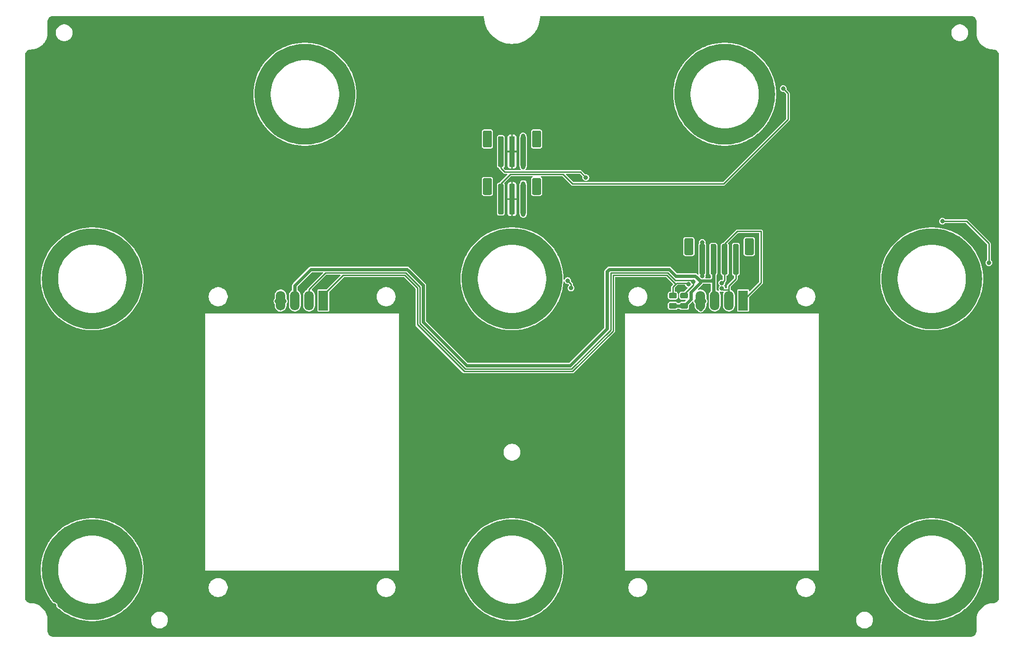
<source format=gbl>
G04 #@! TF.GenerationSoftware,KiCad,Pcbnew,8.0.4+1*
G04 #@! TF.CreationDate,2024-10-17T12:20:39+00:00*
G04 #@! TF.ProjectId,pedalboard-display,70656461-6c62-46f6-9172-642d64697370,1.0.1-RC*
G04 #@! TF.SameCoordinates,Original*
G04 #@! TF.FileFunction,Copper,L2,Bot*
G04 #@! TF.FilePolarity,Positive*
%FSLAX46Y46*%
G04 Gerber Fmt 4.6, Leading zero omitted, Abs format (unit mm)*
G04 Created by KiCad (PCBNEW 8.0.4+1) date 2024-10-17 12:20:39*
%MOMM*%
%LPD*%
G01*
G04 APERTURE LIST*
G04 #@! TA.AperFunction,SMDPad,CuDef*
%ADD10R,1.700000X3.600000*%
G04 #@! TD*
G04 #@! TA.AperFunction,SMDPad,CuDef*
%ADD11O,1.700000X3.500000*%
G04 #@! TD*
G04 #@! TA.AperFunction,ViaPad*
%ADD12C,0.800000*%
G04 #@! TD*
G04 #@! TA.AperFunction,Conductor*
%ADD13C,0.250000*%
G04 #@! TD*
G04 #@! TA.AperFunction,Conductor*
%ADD14C,0.600000*%
G04 #@! TD*
G04 APERTURE END LIST*
D10*
X73288000Y-75872800D03*
D11*
X70748000Y-75872800D03*
X68208000Y-75872800D03*
X65668000Y-75872800D03*
D10*
X148288000Y-75872800D03*
D11*
X145748000Y-75872800D03*
X143208000Y-75872800D03*
X140668000Y-75872800D03*
G04 #@! TA.AperFunction,SMDPad,CuDef*
G36*
G01*
X136200000Y-77337500D02*
X135300000Y-77337500D01*
G75*
G02*
X135050000Y-77087500I0J250000D01*
G01*
X135050000Y-76562500D01*
G75*
G02*
X135300000Y-76312500I250000J0D01*
G01*
X136200000Y-76312500D01*
G75*
G02*
X136450000Y-76562500I0J-250000D01*
G01*
X136450000Y-77087500D01*
G75*
G02*
X136200000Y-77337500I-250000J0D01*
G01*
G37*
G04 #@! TD.AperFunction*
G04 #@! TA.AperFunction,SMDPad,CuDef*
G36*
G01*
X136200000Y-75512500D02*
X135300000Y-75512500D01*
G75*
G02*
X135050000Y-75262500I0J250000D01*
G01*
X135050000Y-74737500D01*
G75*
G02*
X135300000Y-74487500I250000J0D01*
G01*
X136200000Y-74487500D01*
G75*
G02*
X136450000Y-74737500I0J-250000D01*
G01*
X136450000Y-75262500D01*
G75*
G02*
X136200000Y-75512500I-250000J0D01*
G01*
G37*
G04 #@! TD.AperFunction*
G04 #@! TA.AperFunction,SMDPad,CuDef*
G36*
G01*
X138200000Y-77337500D02*
X137300000Y-77337500D01*
G75*
G02*
X137050000Y-77087500I0J250000D01*
G01*
X137050000Y-76562500D01*
G75*
G02*
X137300000Y-76312500I250000J0D01*
G01*
X138200000Y-76312500D01*
G75*
G02*
X138450000Y-76562500I0J-250000D01*
G01*
X138450000Y-77087500D01*
G75*
G02*
X138200000Y-77337500I-250000J0D01*
G01*
G37*
G04 #@! TD.AperFunction*
G04 #@! TA.AperFunction,SMDPad,CuDef*
G36*
G01*
X138200000Y-75512500D02*
X137300000Y-75512500D01*
G75*
G02*
X137050000Y-75262500I0J250000D01*
G01*
X137050000Y-74737500D01*
G75*
G02*
X137300000Y-74487500I250000J0D01*
G01*
X138200000Y-74487500D01*
G75*
G02*
X138450000Y-74737500I0J-250000D01*
G01*
X138450000Y-75262500D01*
G75*
G02*
X138200000Y-75512500I-250000J0D01*
G01*
G37*
G04 #@! TD.AperFunction*
G04 #@! TA.AperFunction,SMDPad,CuDef*
G36*
G01*
X147500000Y-66000000D02*
X147500000Y-71000000D01*
G75*
G02*
X147250000Y-71250000I-250000J0D01*
G01*
X146750000Y-71250000D01*
G75*
G02*
X146500000Y-71000000I0J250000D01*
G01*
X146500000Y-66000000D01*
G75*
G02*
X146750000Y-65750000I250000J0D01*
G01*
X147250000Y-65750000D01*
G75*
G02*
X147500000Y-66000000I0J-250000D01*
G01*
G37*
G04 #@! TD.AperFunction*
G04 #@! TA.AperFunction,SMDPad,CuDef*
G36*
G01*
X145500000Y-66000000D02*
X145500000Y-71000000D01*
G75*
G02*
X145250000Y-71250000I-250000J0D01*
G01*
X144750000Y-71250000D01*
G75*
G02*
X144500000Y-71000000I0J250000D01*
G01*
X144500000Y-66000000D01*
G75*
G02*
X144750000Y-65750000I250000J0D01*
G01*
X145250000Y-65750000D01*
G75*
G02*
X145500000Y-66000000I0J-250000D01*
G01*
G37*
G04 #@! TD.AperFunction*
G04 #@! TA.AperFunction,SMDPad,CuDef*
G36*
G01*
X143500000Y-66000000D02*
X143500000Y-71000000D01*
G75*
G02*
X143250000Y-71250000I-250000J0D01*
G01*
X142750000Y-71250000D01*
G75*
G02*
X142500000Y-71000000I0J250000D01*
G01*
X142500000Y-66000000D01*
G75*
G02*
X142750000Y-65750000I250000J0D01*
G01*
X143250000Y-65750000D01*
G75*
G02*
X143500000Y-66000000I0J-250000D01*
G01*
G37*
G04 #@! TD.AperFunction*
G04 #@! TA.AperFunction,SMDPad,CuDef*
G36*
G01*
X141500000Y-66000000D02*
X141500000Y-71000000D01*
G75*
G02*
X141250000Y-71250000I-250000J0D01*
G01*
X140750000Y-71250000D01*
G75*
G02*
X140500000Y-71000000I0J250000D01*
G01*
X140500000Y-66000000D01*
G75*
G02*
X140750000Y-65750000I250000J0D01*
G01*
X141250000Y-65750000D01*
G75*
G02*
X141500000Y-66000000I0J-250000D01*
G01*
G37*
G04 #@! TD.AperFunction*
G04 #@! TA.AperFunction,SMDPad,CuDef*
G36*
G01*
X150200000Y-65000000D02*
X150200000Y-67500000D01*
G75*
G02*
X149950000Y-67750000I-250000J0D01*
G01*
X148850000Y-67750000D01*
G75*
G02*
X148600000Y-67500000I0J250000D01*
G01*
X148600000Y-65000000D01*
G75*
G02*
X148850000Y-64750000I250000J0D01*
G01*
X149950000Y-64750000D01*
G75*
G02*
X150200000Y-65000000I0J-250000D01*
G01*
G37*
G04 #@! TD.AperFunction*
G04 #@! TA.AperFunction,SMDPad,CuDef*
G36*
G01*
X139400000Y-65000000D02*
X139400000Y-67500000D01*
G75*
G02*
X139150000Y-67750000I-250000J0D01*
G01*
X138050000Y-67750000D01*
G75*
G02*
X137800000Y-67500000I0J250000D01*
G01*
X137800000Y-65000000D01*
G75*
G02*
X138050000Y-64750000I250000J0D01*
G01*
X139150000Y-64750000D01*
G75*
G02*
X139400000Y-65000000I0J-250000D01*
G01*
G37*
G04 #@! TD.AperFunction*
G04 #@! TA.AperFunction,SMDPad,CuDef*
G36*
G01*
X109500000Y-46750000D02*
X109500000Y-51750000D01*
G75*
G02*
X109250000Y-52000000I-250000J0D01*
G01*
X108750000Y-52000000D01*
G75*
G02*
X108500000Y-51750000I0J250000D01*
G01*
X108500000Y-46750000D01*
G75*
G02*
X108750000Y-46500000I250000J0D01*
G01*
X109250000Y-46500000D01*
G75*
G02*
X109500000Y-46750000I0J-250000D01*
G01*
G37*
G04 #@! TD.AperFunction*
G04 #@! TA.AperFunction,SMDPad,CuDef*
G36*
G01*
X107500000Y-46750000D02*
X107500000Y-51750000D01*
G75*
G02*
X107250000Y-52000000I-250000J0D01*
G01*
X106750000Y-52000000D01*
G75*
G02*
X106500000Y-51750000I0J250000D01*
G01*
X106500000Y-46750000D01*
G75*
G02*
X106750000Y-46500000I250000J0D01*
G01*
X107250000Y-46500000D01*
G75*
G02*
X107500000Y-46750000I0J-250000D01*
G01*
G37*
G04 #@! TD.AperFunction*
G04 #@! TA.AperFunction,SMDPad,CuDef*
G36*
G01*
X105500000Y-46750000D02*
X105500000Y-51750000D01*
G75*
G02*
X105250000Y-52000000I-250000J0D01*
G01*
X104750000Y-52000000D01*
G75*
G02*
X104500000Y-51750000I0J250000D01*
G01*
X104500000Y-46750000D01*
G75*
G02*
X104750000Y-46500000I250000J0D01*
G01*
X105250000Y-46500000D01*
G75*
G02*
X105500000Y-46750000I0J-250000D01*
G01*
G37*
G04 #@! TD.AperFunction*
G04 #@! TA.AperFunction,SMDPad,CuDef*
G36*
G01*
X112200000Y-45750000D02*
X112200000Y-48250000D01*
G75*
G02*
X111950000Y-48500000I-250000J0D01*
G01*
X110850000Y-48500000D01*
G75*
G02*
X110600000Y-48250000I0J250000D01*
G01*
X110600000Y-45750000D01*
G75*
G02*
X110850000Y-45500000I250000J0D01*
G01*
X111950000Y-45500000D01*
G75*
G02*
X112200000Y-45750000I0J-250000D01*
G01*
G37*
G04 #@! TD.AperFunction*
G04 #@! TA.AperFunction,SMDPad,CuDef*
G36*
G01*
X103400000Y-45750000D02*
X103400000Y-48250000D01*
G75*
G02*
X103150000Y-48500000I-250000J0D01*
G01*
X102050000Y-48500000D01*
G75*
G02*
X101800000Y-48250000I0J250000D01*
G01*
X101800000Y-45750000D01*
G75*
G02*
X102050000Y-45500000I250000J0D01*
G01*
X103150000Y-45500000D01*
G75*
G02*
X103400000Y-45750000I0J-250000D01*
G01*
G37*
G04 #@! TD.AperFunction*
G04 #@! TA.AperFunction,SMDPad,CuDef*
G36*
G01*
X109500000Y-55250000D02*
X109500000Y-60250000D01*
G75*
G02*
X109250000Y-60500000I-250000J0D01*
G01*
X108750000Y-60500000D01*
G75*
G02*
X108500000Y-60250000I0J250000D01*
G01*
X108500000Y-55250000D01*
G75*
G02*
X108750000Y-55000000I250000J0D01*
G01*
X109250000Y-55000000D01*
G75*
G02*
X109500000Y-55250000I0J-250000D01*
G01*
G37*
G04 #@! TD.AperFunction*
G04 #@! TA.AperFunction,SMDPad,CuDef*
G36*
G01*
X107500000Y-55250000D02*
X107500000Y-60250000D01*
G75*
G02*
X107250000Y-60500000I-250000J0D01*
G01*
X106750000Y-60500000D01*
G75*
G02*
X106500000Y-60250000I0J250000D01*
G01*
X106500000Y-55250000D01*
G75*
G02*
X106750000Y-55000000I250000J0D01*
G01*
X107250000Y-55000000D01*
G75*
G02*
X107500000Y-55250000I0J-250000D01*
G01*
G37*
G04 #@! TD.AperFunction*
G04 #@! TA.AperFunction,SMDPad,CuDef*
G36*
G01*
X105500000Y-55250000D02*
X105500000Y-60250000D01*
G75*
G02*
X105250000Y-60500000I-250000J0D01*
G01*
X104750000Y-60500000D01*
G75*
G02*
X104500000Y-60250000I0J250000D01*
G01*
X104500000Y-55250000D01*
G75*
G02*
X104750000Y-55000000I250000J0D01*
G01*
X105250000Y-55000000D01*
G75*
G02*
X105500000Y-55250000I0J-250000D01*
G01*
G37*
G04 #@! TD.AperFunction*
G04 #@! TA.AperFunction,SMDPad,CuDef*
G36*
G01*
X112200000Y-54250000D02*
X112200000Y-56750000D01*
G75*
G02*
X111950000Y-57000000I-250000J0D01*
G01*
X110850000Y-57000000D01*
G75*
G02*
X110600000Y-56750000I0J250000D01*
G01*
X110600000Y-54250000D01*
G75*
G02*
X110850000Y-54000000I250000J0D01*
G01*
X111950000Y-54000000D01*
G75*
G02*
X112200000Y-54250000I0J-250000D01*
G01*
G37*
G04 #@! TD.AperFunction*
G04 #@! TA.AperFunction,SMDPad,CuDef*
G36*
G01*
X103400000Y-54250000D02*
X103400000Y-56750000D01*
G75*
G02*
X103150000Y-57000000I-250000J0D01*
G01*
X102050000Y-57000000D01*
G75*
G02*
X101800000Y-56750000I0J250000D01*
G01*
X101800000Y-54250000D01*
G75*
G02*
X102050000Y-54000000I250000J0D01*
G01*
X103150000Y-54000000D01*
G75*
G02*
X103400000Y-54250000I0J-250000D01*
G01*
G37*
G04 #@! TD.AperFunction*
D12*
X28071797Y-133196152D03*
X79420000Y-42690000D03*
X110928203Y-114803848D03*
X176000000Y-116000000D03*
X108196152Y-133928203D03*
X183196152Y-133928203D03*
X190000000Y-66000000D03*
X40000000Y-66000000D03*
X180803848Y-114071797D03*
X191420000Y-127690000D03*
X116950000Y-122540000D03*
X97071797Y-125196152D03*
X22803848Y-68071797D03*
X188000000Y-79940000D03*
X38000000Y-131940000D03*
X139000000Y-31000000D03*
X178071797Y-81196152D03*
X22071797Y-73196152D03*
X172803848Y-120071797D03*
X41950000Y-122540000D03*
X191950000Y-122540000D03*
X172071797Y-125196152D03*
X60803848Y-35071797D03*
X24000000Y-78000000D03*
X30803848Y-114071797D03*
X116420000Y-127690000D03*
X135071797Y-40196152D03*
X141071797Y-48196152D03*
X110928203Y-62803848D03*
X73928203Y-29803848D03*
X94100000Y-54000000D03*
X113000000Y-131940000D03*
X103071797Y-81196152D03*
X172071797Y-73196152D03*
X40000000Y-118000000D03*
X38000000Y-79940000D03*
X174000000Y-78000000D03*
X97803848Y-120071797D03*
X185928203Y-62803848D03*
X60071797Y-40196152D03*
X99000000Y-78000000D03*
X108196152Y-81928203D03*
X30803848Y-62071797D03*
X146196152Y-48928203D03*
X76000000Y-46940000D03*
X28071797Y-81196152D03*
X97803848Y-68071797D03*
X176000000Y-64000000D03*
X191950000Y-70540000D03*
X115000000Y-118000000D03*
X62000000Y-45000000D03*
X191420000Y-75690000D03*
X101000000Y-64000000D03*
X97071797Y-73196152D03*
X25200013Y-130427329D03*
X148928203Y-29803848D03*
X172803848Y-68071797D03*
X103071797Y-133196152D03*
X22803848Y-120071797D03*
X66071797Y-48196152D03*
X119100000Y-53900000D03*
X68803848Y-29071797D03*
X33196152Y-81928203D03*
X154480000Y-37020000D03*
X35928203Y-62803848D03*
X174000000Y-130000000D03*
X188000000Y-131940000D03*
X101000000Y-116000000D03*
X115000000Y-66000000D03*
X116300000Y-76000000D03*
X190000000Y-118000000D03*
X185928203Y-114803848D03*
X137000000Y-45000000D03*
X151000000Y-46940000D03*
X78000000Y-33000000D03*
X180803848Y-62071797D03*
X64000000Y-31000000D03*
X35928203Y-114803848D03*
X135803848Y-35071797D03*
X71196152Y-48928203D03*
X153000000Y-33000000D03*
X41420000Y-127690000D03*
X79950000Y-37540000D03*
X22071797Y-125196152D03*
X41420000Y-75690000D03*
X154420000Y-42690000D03*
X183196152Y-81928203D03*
X105803848Y-62071797D03*
X143803848Y-29071797D03*
X116950000Y-70540000D03*
X26000000Y-116000000D03*
X178071797Y-133196152D03*
X41950000Y-70540000D03*
X113000000Y-79940000D03*
X33196152Y-133928203D03*
X99000000Y-130000000D03*
X105803848Y-114071797D03*
X26000000Y-64000000D03*
X182500000Y-64600000D03*
X34400000Y-63700000D03*
X141000000Y-65500000D03*
X107500000Y-116500000D03*
X65600000Y-77300000D03*
X109000000Y-49250000D03*
X109000000Y-57750000D03*
X109020000Y-60520000D03*
X140700000Y-77400000D03*
X32500000Y-116600000D03*
X141000000Y-71500000D03*
X109030000Y-54960000D03*
X141000000Y-68500000D03*
X109400000Y-63700000D03*
X140000000Y-76000000D03*
X145500000Y-31700000D03*
X32500000Y-64500000D03*
X184400000Y-63700000D03*
X34400000Y-115700000D03*
X173700000Y-69600000D03*
X70500000Y-31500000D03*
X34000000Y-132400000D03*
X184400000Y-115700000D03*
X66300000Y-76000000D03*
X65000000Y-76000000D03*
X107500000Y-64500000D03*
X109400000Y-115700000D03*
X72400000Y-30700000D03*
X182500000Y-116800000D03*
X141300000Y-76000000D03*
X147400000Y-30700000D03*
X108980000Y-46440000D03*
X108990000Y-52020000D03*
X155460000Y-38000000D03*
X192200421Y-69130000D03*
X183900000Y-61700000D03*
X116950001Y-72323356D03*
X117561796Y-73656662D03*
X120200000Y-53878445D03*
X138500000Y-72964638D03*
X144500000Y-72750000D03*
X139373410Y-72520161D03*
X144503556Y-73743466D03*
D13*
X108990000Y-52020000D02*
X109000000Y-52010000D01*
X109000000Y-52010000D02*
X109000000Y-49250000D01*
X141000000Y-68500000D02*
X141000000Y-65500000D01*
X141372800Y-75872800D02*
X141400000Y-75900000D01*
X141000000Y-68500000D02*
X141000000Y-71500000D01*
X140668000Y-75872800D02*
X140668000Y-77668000D01*
X156300000Y-38840000D02*
X156300000Y-43500000D01*
X144800000Y-55000000D02*
X117800000Y-55000000D01*
X116130000Y-53330000D02*
X106670000Y-53330000D01*
X117800000Y-55000000D02*
X116130000Y-53330000D01*
X105000000Y-55000000D02*
X105000000Y-57750000D01*
X155460000Y-38000000D02*
X156300000Y-38840000D01*
X106670000Y-53330000D02*
X105000000Y-55000000D01*
X156300000Y-43500000D02*
X144800000Y-55000000D01*
X192200421Y-65700421D02*
X188200000Y-61700000D01*
X188200000Y-61700000D02*
X183900000Y-61700000D01*
X192200421Y-69130000D02*
X192200421Y-65700421D01*
X117561796Y-73656662D02*
X117561796Y-72935151D01*
X117561796Y-72935151D02*
X116950001Y-72323356D01*
X105000000Y-52200000D02*
X105000000Y-49250000D01*
X105700000Y-52900000D02*
X105000000Y-52200000D01*
X119221555Y-52900000D02*
X105700000Y-52900000D01*
X120200000Y-53878445D02*
X119221555Y-52900000D01*
D14*
X68208000Y-73167000D02*
X71075000Y-70300000D01*
X135078482Y-70300000D02*
X136278482Y-71500000D01*
X91125000Y-73163004D02*
X91125000Y-79733004D01*
X135750000Y-76825000D02*
X137750000Y-76825000D01*
X137750000Y-76825000D02*
X138950000Y-75625000D01*
X143000000Y-68500000D02*
X143000000Y-72000000D01*
X138950000Y-75625000D02*
X138950000Y-74401492D01*
X143000000Y-72000000D02*
X143000000Y-75664800D01*
X140627207Y-72724285D02*
X140627207Y-72400000D01*
X88261996Y-70300000D02*
X91125000Y-73163004D01*
X71075000Y-70300000D02*
X88261996Y-70300000D01*
X138950000Y-74401492D02*
X140627207Y-72724285D01*
X140627207Y-72400000D02*
X142600000Y-72400000D01*
X124000000Y-70666117D02*
X124366117Y-70300000D01*
X68208000Y-75872800D02*
X68208000Y-73167000D01*
X91125000Y-79733004D02*
X98891996Y-87500000D01*
X136278482Y-71500000D02*
X139727207Y-71500000D01*
X139727207Y-71500000D02*
X140627207Y-72400000D01*
X142600000Y-72400000D02*
X143000000Y-72000000D01*
X124000000Y-80900000D02*
X124000000Y-70666117D01*
X98891996Y-87500000D02*
X117400000Y-87500000D01*
X117400000Y-87500000D02*
X124000000Y-80900000D01*
X124366117Y-70300000D02*
X135078482Y-70300000D01*
D13*
X90070000Y-80170000D02*
X90070000Y-73600000D01*
X136251124Y-72964638D02*
X135750000Y-73465762D01*
X134641486Y-71355000D02*
X125055000Y-71355000D01*
X136251124Y-72964638D02*
X134641486Y-71355000D01*
X135750000Y-73465762D02*
X135750000Y-75000000D01*
X145000000Y-72250000D02*
X145000000Y-68500000D01*
X125055000Y-81336996D02*
X117836996Y-88555000D01*
X145000000Y-65750000D02*
X147250000Y-63500000D01*
X147250000Y-63500000D02*
X151500000Y-63500000D01*
X90070000Y-73600000D02*
X87825000Y-71355000D01*
X98455000Y-88555000D02*
X90070000Y-80170000D01*
X125055000Y-71355000D02*
X125055000Y-81336996D01*
X145000000Y-68500000D02*
X145000000Y-65750000D01*
X138500000Y-72964638D02*
X138285362Y-72750000D01*
X117836996Y-88555000D02*
X98455000Y-88555000D01*
X87825000Y-71355000D02*
X76855800Y-71355000D01*
X136465762Y-72750000D02*
X136251124Y-72964638D01*
X148288000Y-75872800D02*
X151500000Y-72660800D01*
X144500000Y-72750000D02*
X145000000Y-72250000D01*
X151500000Y-63500000D02*
X151500000Y-72660800D01*
X138285362Y-72750000D02*
X136465762Y-72750000D01*
X76855800Y-71355000D02*
X73288000Y-74922800D01*
X88003112Y-70925000D02*
X73700000Y-70925000D01*
X134819598Y-70925000D02*
X124625000Y-70925000D01*
X136154236Y-72259638D02*
X134819598Y-70925000D01*
X117658884Y-88125000D02*
X98633112Y-88125000D01*
X145748000Y-73252000D02*
X145748000Y-74000000D01*
X124625000Y-81158884D02*
X117658884Y-88125000D01*
X139373410Y-73088249D02*
X137750000Y-74711659D01*
X139373410Y-72520161D02*
X139112887Y-72259638D01*
X144503556Y-73743466D02*
X144760090Y-74000000D01*
X70748000Y-73877000D02*
X70748000Y-75872800D01*
X98633112Y-88125000D02*
X90500000Y-79991888D01*
X147000000Y-68500000D02*
X147000000Y-72000000D01*
X139112887Y-72259638D02*
X136154236Y-72259638D01*
X137750000Y-74711659D02*
X137750000Y-75000000D01*
X144760090Y-74000000D02*
X145748000Y-74000000D01*
X73700000Y-70925000D02*
X70748000Y-73877000D01*
X145748000Y-74000000D02*
X145748000Y-75872800D01*
X139373410Y-72520161D02*
X139373410Y-73088249D01*
X124625000Y-70925000D02*
X124625000Y-81158884D01*
X90500000Y-79991888D02*
X90500000Y-73421888D01*
X90500000Y-73421888D02*
X88003112Y-70925000D01*
X147000000Y-72000000D02*
X145748000Y-73252000D01*
G04 #@! TA.AperFunction,Conductor*
G36*
X182304872Y-63005302D02*
G01*
X182896728Y-63044923D01*
X182904952Y-63045750D01*
X183492886Y-63124819D01*
X183501011Y-63126190D01*
X184055333Y-63238861D01*
X184082317Y-63244346D01*
X184090380Y-63246267D01*
X184662489Y-63402984D01*
X184670381Y-63405432D01*
X185230761Y-63600017D01*
X185238471Y-63602986D01*
X185784611Y-63834570D01*
X185792122Y-63838056D01*
X186321524Y-64105575D01*
X186328792Y-64109557D01*
X186839180Y-64411861D01*
X186846164Y-64416320D01*
X187335213Y-64752032D01*
X187341859Y-64756929D01*
X187807397Y-65124560D01*
X187813725Y-65129910D01*
X188253655Y-65527804D01*
X188259612Y-65533565D01*
X188671984Y-65959954D01*
X188677543Y-65966100D01*
X189060518Y-66419086D01*
X189065654Y-66425590D01*
X189372650Y-66842248D01*
X189417514Y-66903137D01*
X189422204Y-66909969D01*
X189741384Y-67409956D01*
X189745601Y-67417076D01*
X189940471Y-67772667D01*
X190030680Y-67937277D01*
X190034417Y-67944673D01*
X190284103Y-68482736D01*
X190287338Y-68490365D01*
X190500529Y-69043900D01*
X190503248Y-69051729D01*
X190678995Y-69618284D01*
X190681184Y-69626276D01*
X190818692Y-70203288D01*
X190820343Y-70211409D01*
X190919008Y-70796336D01*
X190920112Y-70804549D01*
X190979486Y-71394734D01*
X190980040Y-71403003D01*
X190999861Y-71995857D01*
X190999861Y-72004143D01*
X190980040Y-72596996D01*
X190979486Y-72605265D01*
X190920112Y-73195450D01*
X190919008Y-73203663D01*
X190820343Y-73788590D01*
X190818692Y-73796711D01*
X190681184Y-74373723D01*
X190678995Y-74381715D01*
X190503248Y-74948270D01*
X190500529Y-74956099D01*
X190287338Y-75509634D01*
X190284103Y-75517263D01*
X190034417Y-76055326D01*
X190030680Y-76062722D01*
X189745607Y-76582913D01*
X189741384Y-76590043D01*
X189422204Y-77090030D01*
X189417514Y-77096862D01*
X189065654Y-77574409D01*
X189060518Y-77580913D01*
X188677543Y-78033899D01*
X188671984Y-78040045D01*
X188259612Y-78466434D01*
X188253655Y-78472195D01*
X187813725Y-78870089D01*
X187807397Y-78875439D01*
X187341872Y-79243060D01*
X187335200Y-79247976D01*
X186846164Y-79583679D01*
X186839180Y-79588138D01*
X186328792Y-79890442D01*
X186321524Y-79894424D01*
X185792122Y-80161943D01*
X185784605Y-80165432D01*
X185238482Y-80397008D01*
X185230749Y-80399986D01*
X184670392Y-80594563D01*
X184662477Y-80597018D01*
X184090378Y-80753732D01*
X184082317Y-80755653D01*
X183501037Y-80873804D01*
X183492865Y-80875183D01*
X182904960Y-80954248D01*
X182896715Y-80955077D01*
X182304873Y-80994697D01*
X182296591Y-80994974D01*
X181703409Y-80994974D01*
X181695127Y-80994697D01*
X181103284Y-80955077D01*
X181095039Y-80954248D01*
X180507134Y-80875183D01*
X180498962Y-80873804D01*
X179917682Y-80755653D01*
X179909621Y-80753732D01*
X179337522Y-80597018D01*
X179329607Y-80594563D01*
X178769250Y-80399986D01*
X178761517Y-80397008D01*
X178215394Y-80165432D01*
X178207877Y-80161943D01*
X177678475Y-79894424D01*
X177671207Y-79890442D01*
X177160819Y-79588138D01*
X177153835Y-79583679D01*
X176857737Y-79380420D01*
X176664791Y-79247970D01*
X176658135Y-79243066D01*
X176192599Y-78875436D01*
X176186274Y-78870089D01*
X175746344Y-78472195D01*
X175740387Y-78466434D01*
X175328015Y-78040045D01*
X175322456Y-78033899D01*
X174939481Y-77580913D01*
X174934345Y-77574409D01*
X174808396Y-77403470D01*
X174582478Y-77096852D01*
X174577802Y-77090040D01*
X174258604Y-76590024D01*
X174254403Y-76582932D01*
X173969308Y-76062702D01*
X173965592Y-76055346D01*
X173715896Y-75517263D01*
X173712661Y-75509634D01*
X173666113Y-75388775D01*
X173499466Y-74956087D01*
X173496751Y-74948270D01*
X173321004Y-74381715D01*
X173318815Y-74373723D01*
X173181307Y-73796711D01*
X173179656Y-73788590D01*
X173080991Y-73203663D01*
X173079887Y-73195450D01*
X173033623Y-72735577D01*
X173020511Y-72605247D01*
X173019960Y-72597015D01*
X173000138Y-72004127D01*
X173000138Y-71995872D01*
X173008216Y-71754268D01*
X175902474Y-71754268D01*
X175902474Y-72245731D01*
X175942018Y-72735577D01*
X176020847Y-73220630D01*
X176020850Y-73220642D01*
X176138459Y-73697804D01*
X176138463Y-73697819D01*
X176294079Y-74163950D01*
X176294090Y-74163978D01*
X176386859Y-74381715D01*
X176486716Y-74616086D01*
X176715101Y-75051238D01*
X176977761Y-75466601D01*
X177109818Y-75642337D01*
X177272987Y-75859477D01*
X177272990Y-75859480D01*
X177598872Y-76227325D01*
X177598877Y-76227330D01*
X177953305Y-76567764D01*
X177953311Y-76567770D01*
X178333973Y-76878571D01*
X178333979Y-76878575D01*
X178333985Y-76878580D01*
X178513033Y-77002168D01*
X178738425Y-77157746D01*
X178738429Y-77157748D01*
X178738435Y-77157752D01*
X179164038Y-77403474D01*
X179608033Y-77614152D01*
X179849401Y-77705690D01*
X180067534Y-77788418D01*
X180067541Y-77788420D01*
X180539582Y-77925149D01*
X181021089Y-78023449D01*
X181021093Y-78023449D01*
X181021094Y-78023450D01*
X181508955Y-78082687D01*
X181508970Y-78082687D01*
X181508975Y-78082688D01*
X181999989Y-78102476D01*
X182000000Y-78102476D01*
X182000011Y-78102476D01*
X182491024Y-78082688D01*
X182491027Y-78082687D01*
X182491045Y-78082687D01*
X182978906Y-78023450D01*
X183460418Y-77925149D01*
X183932459Y-77788420D01*
X183932461Y-77788418D01*
X183932465Y-77788418D01*
X184024248Y-77753609D01*
X184391967Y-77614152D01*
X184835962Y-77403474D01*
X185261565Y-77157752D01*
X185666015Y-76878580D01*
X186046690Y-76567769D01*
X186401120Y-76227333D01*
X186727008Y-75859482D01*
X187022239Y-75466601D01*
X187284899Y-75051238D01*
X187513284Y-74616086D01*
X187705914Y-74163968D01*
X187861538Y-73697815D01*
X187979148Y-73220652D01*
X188057982Y-72735572D01*
X188097526Y-72245722D01*
X188100000Y-72000000D01*
X188097526Y-71754278D01*
X188057982Y-71264428D01*
X187983244Y-70804549D01*
X187979152Y-70779369D01*
X187979149Y-70779357D01*
X187979148Y-70779348D01*
X187861538Y-70302185D01*
X187705914Y-69836032D01*
X187513284Y-69383914D01*
X187284899Y-68948762D01*
X187022239Y-68533399D01*
X186857546Y-68314233D01*
X186727012Y-68140522D01*
X186727009Y-68140519D01*
X186401127Y-67772674D01*
X186401122Y-67772669D01*
X186046694Y-67432235D01*
X186046688Y-67432229D01*
X185666026Y-67121428D01*
X185666018Y-67121422D01*
X185666015Y-67121420D01*
X185564322Y-67051226D01*
X185261574Y-66842253D01*
X185261568Y-66842250D01*
X184835968Y-66596529D01*
X184391972Y-66385850D01*
X183932465Y-66211581D01*
X183460424Y-66074852D01*
X182978909Y-65976550D01*
X182978913Y-65976550D01*
X182552027Y-65924717D01*
X182491045Y-65917313D01*
X182491043Y-65917312D01*
X182491028Y-65917311D01*
X182000010Y-65897525D01*
X181999990Y-65897525D01*
X181508971Y-65917311D01*
X181508955Y-65917313D01*
X181021088Y-65976550D01*
X180539575Y-66074852D01*
X180067534Y-66211581D01*
X179608027Y-66385850D01*
X179164031Y-66596529D01*
X178738431Y-66842250D01*
X178738425Y-66842253D01*
X178333973Y-67121428D01*
X177953311Y-67432229D01*
X177953305Y-67432235D01*
X177598877Y-67772669D01*
X177598872Y-67772674D01*
X177272990Y-68140519D01*
X177272987Y-68140522D01*
X176977759Y-68533402D01*
X176977757Y-68533404D01*
X176715099Y-68948765D01*
X176486712Y-69383922D01*
X176486710Y-69383926D01*
X176294090Y-69836021D01*
X176294079Y-69836049D01*
X176138463Y-70302180D01*
X176138459Y-70302195D01*
X176020850Y-70779357D01*
X176020847Y-70779369D01*
X175942018Y-71264422D01*
X175902474Y-71754268D01*
X173008216Y-71754268D01*
X173019960Y-71402982D01*
X173020511Y-71394754D01*
X173079888Y-70804539D01*
X173080991Y-70796336D01*
X173164343Y-70302195D01*
X173179657Y-70211400D01*
X173181307Y-70203288D01*
X173318815Y-69626276D01*
X173321004Y-69618284D01*
X173393704Y-69383922D01*
X173496758Y-69051708D01*
X173499462Y-69043921D01*
X173712663Y-68490358D01*
X173715896Y-68482736D01*
X173965598Y-67944640D01*
X173969302Y-67937309D01*
X174254410Y-67417054D01*
X174258595Y-67409988D01*
X174577811Y-66909945D01*
X174582468Y-66903160D01*
X174934357Y-66425574D01*
X174939469Y-66419100D01*
X175322469Y-65966085D01*
X175328001Y-65959968D01*
X175740400Y-65533551D01*
X175746329Y-65527818D01*
X176186293Y-65129893D01*
X176192581Y-65124577D01*
X176658154Y-64756918D01*
X176664771Y-64752042D01*
X177153844Y-64416314D01*
X177160810Y-64411866D01*
X177671225Y-64109546D01*
X177678457Y-64105584D01*
X178207895Y-63838047D01*
X178215376Y-63834575D01*
X178761538Y-63602982D01*
X178769228Y-63600021D01*
X179329626Y-63405429D01*
X179337501Y-63402987D01*
X179909625Y-63246265D01*
X179917677Y-63244347D01*
X180498993Y-63126189D01*
X180507108Y-63124820D01*
X181095050Y-63045749D01*
X181103268Y-63044923D01*
X181695127Y-63005302D01*
X181703409Y-63005026D01*
X182296591Y-63005026D01*
X182304872Y-63005302D01*
G37*
G04 #@! TD.AperFunction*
G04 #@! TA.AperFunction,Conductor*
G36*
X145304872Y-30005302D02*
G01*
X145896728Y-30044923D01*
X145904952Y-30045750D01*
X146492886Y-30124819D01*
X146501011Y-30126190D01*
X147055333Y-30238861D01*
X147082317Y-30244346D01*
X147090380Y-30246267D01*
X147662489Y-30402984D01*
X147670381Y-30405432D01*
X148230761Y-30600017D01*
X148238471Y-30602986D01*
X148784611Y-30834570D01*
X148792122Y-30838056D01*
X149321524Y-31105575D01*
X149328792Y-31109557D01*
X149839180Y-31411861D01*
X149846164Y-31416320D01*
X150335213Y-31752032D01*
X150341859Y-31756929D01*
X150807397Y-32124560D01*
X150813725Y-32129910D01*
X151253655Y-32527804D01*
X151259612Y-32533565D01*
X151671984Y-32959954D01*
X151677543Y-32966100D01*
X152060518Y-33419086D01*
X152065654Y-33425590D01*
X152372650Y-33842248D01*
X152417514Y-33903137D01*
X152422204Y-33909969D01*
X152741384Y-34409956D01*
X152745601Y-34417076D01*
X152940471Y-34772667D01*
X153030680Y-34937277D01*
X153034417Y-34944673D01*
X153284103Y-35482736D01*
X153287338Y-35490365D01*
X153500529Y-36043900D01*
X153503248Y-36051729D01*
X153678995Y-36618284D01*
X153681184Y-36626276D01*
X153818692Y-37203288D01*
X153820343Y-37211409D01*
X153919008Y-37796336D01*
X153920112Y-37804549D01*
X153979486Y-38394734D01*
X153980040Y-38403003D01*
X153999861Y-38995857D01*
X153999861Y-39004143D01*
X153980040Y-39596996D01*
X153979486Y-39605265D01*
X153920112Y-40195450D01*
X153919008Y-40203663D01*
X153820343Y-40788590D01*
X153818692Y-40796711D01*
X153681184Y-41373723D01*
X153678995Y-41381715D01*
X153503248Y-41948270D01*
X153500529Y-41956099D01*
X153287338Y-42509634D01*
X153284103Y-42517263D01*
X153034417Y-43055326D01*
X153030680Y-43062722D01*
X152745607Y-43582913D01*
X152741384Y-43590043D01*
X152422204Y-44090030D01*
X152417514Y-44096862D01*
X152065654Y-44574409D01*
X152060518Y-44580913D01*
X151677543Y-45033899D01*
X151671984Y-45040045D01*
X151259612Y-45466434D01*
X151253655Y-45472195D01*
X150813725Y-45870089D01*
X150807397Y-45875439D01*
X150341872Y-46243060D01*
X150335200Y-46247976D01*
X149846164Y-46583679D01*
X149839180Y-46588138D01*
X149328792Y-46890442D01*
X149321524Y-46894424D01*
X148792122Y-47161943D01*
X148784605Y-47165432D01*
X148238482Y-47397008D01*
X148230749Y-47399986D01*
X147670392Y-47594563D01*
X147662477Y-47597018D01*
X147090378Y-47753732D01*
X147082317Y-47755653D01*
X146501037Y-47873804D01*
X146492865Y-47875183D01*
X145904960Y-47954248D01*
X145896715Y-47955077D01*
X145304873Y-47994697D01*
X145296591Y-47994974D01*
X144703409Y-47994974D01*
X144695127Y-47994697D01*
X144103284Y-47955077D01*
X144095039Y-47954248D01*
X143507134Y-47875183D01*
X143498962Y-47873804D01*
X142917682Y-47755653D01*
X142909621Y-47753732D01*
X142337522Y-47597018D01*
X142329607Y-47594563D01*
X141769250Y-47399986D01*
X141761517Y-47397008D01*
X141215394Y-47165432D01*
X141207877Y-47161943D01*
X140678475Y-46894424D01*
X140671207Y-46890442D01*
X140160819Y-46588138D01*
X140153835Y-46583679D01*
X139857737Y-46380420D01*
X139664791Y-46247970D01*
X139658135Y-46243066D01*
X139192599Y-45875436D01*
X139186274Y-45870089D01*
X138746344Y-45472195D01*
X138740387Y-45466434D01*
X138328015Y-45040045D01*
X138322456Y-45033899D01*
X137939481Y-44580913D01*
X137934345Y-44574409D01*
X137808396Y-44403470D01*
X137582478Y-44096852D01*
X137577802Y-44090040D01*
X137258604Y-43590024D01*
X137254403Y-43582932D01*
X136969308Y-43062702D01*
X136965592Y-43055346D01*
X136715896Y-42517263D01*
X136712661Y-42509634D01*
X136666113Y-42388775D01*
X136499466Y-41956087D01*
X136496751Y-41948270D01*
X136321004Y-41381715D01*
X136318815Y-41373723D01*
X136181307Y-40796711D01*
X136179656Y-40788590D01*
X136080991Y-40203663D01*
X136079887Y-40195450D01*
X136033623Y-39735577D01*
X136020511Y-39605247D01*
X136019960Y-39597015D01*
X136000138Y-39004127D01*
X136000138Y-38995872D01*
X136008216Y-38754268D01*
X138902474Y-38754268D01*
X138902474Y-39245731D01*
X138942018Y-39735577D01*
X139020847Y-40220630D01*
X139020850Y-40220642D01*
X139138459Y-40697804D01*
X139138463Y-40697819D01*
X139294079Y-41163950D01*
X139294090Y-41163978D01*
X139386859Y-41381715D01*
X139486716Y-41616086D01*
X139715101Y-42051238D01*
X139977761Y-42466601D01*
X140109818Y-42642337D01*
X140272987Y-42859477D01*
X140272990Y-42859480D01*
X140598872Y-43227325D01*
X140598877Y-43227330D01*
X140953305Y-43567764D01*
X140953311Y-43567770D01*
X141333973Y-43878571D01*
X141333979Y-43878575D01*
X141333985Y-43878580D01*
X141513033Y-44002168D01*
X141738425Y-44157746D01*
X141738429Y-44157748D01*
X141738435Y-44157752D01*
X142164038Y-44403474D01*
X142608033Y-44614152D01*
X142849401Y-44705690D01*
X143067534Y-44788418D01*
X143067541Y-44788420D01*
X143539582Y-44925149D01*
X144021089Y-45023449D01*
X144021093Y-45023449D01*
X144021094Y-45023450D01*
X144508955Y-45082687D01*
X144508970Y-45082687D01*
X144508975Y-45082688D01*
X144999989Y-45102476D01*
X145000000Y-45102476D01*
X145000011Y-45102476D01*
X145491024Y-45082688D01*
X145491027Y-45082687D01*
X145491045Y-45082687D01*
X145978906Y-45023450D01*
X146460418Y-44925149D01*
X146932459Y-44788420D01*
X146932461Y-44788418D01*
X146932465Y-44788418D01*
X147024248Y-44753609D01*
X147391967Y-44614152D01*
X147835962Y-44403474D01*
X148261565Y-44157752D01*
X148666015Y-43878580D01*
X149046690Y-43567769D01*
X149401120Y-43227333D01*
X149727008Y-42859482D01*
X150022239Y-42466601D01*
X150284899Y-42051238D01*
X150513284Y-41616086D01*
X150705914Y-41163968D01*
X150861538Y-40697815D01*
X150979148Y-40220652D01*
X151057982Y-39735572D01*
X151097526Y-39245722D01*
X151100000Y-39000000D01*
X151097526Y-38754278D01*
X151057982Y-38264428D01*
X150983244Y-37804549D01*
X150979152Y-37779369D01*
X150979149Y-37779357D01*
X150979148Y-37779348D01*
X150861538Y-37302185D01*
X150705914Y-36836032D01*
X150513284Y-36383914D01*
X150284899Y-35948762D01*
X150022239Y-35533399D01*
X149857546Y-35314233D01*
X149727012Y-35140522D01*
X149727009Y-35140519D01*
X149401127Y-34772674D01*
X149401122Y-34772669D01*
X149046694Y-34432235D01*
X149046688Y-34432229D01*
X148666026Y-34121428D01*
X148666018Y-34121422D01*
X148666015Y-34121420D01*
X148564322Y-34051226D01*
X148261574Y-33842253D01*
X148261568Y-33842250D01*
X147835968Y-33596529D01*
X147391972Y-33385850D01*
X146932465Y-33211581D01*
X146460424Y-33074852D01*
X145978909Y-32976550D01*
X145978913Y-32976550D01*
X145552027Y-32924717D01*
X145491045Y-32917313D01*
X145491043Y-32917312D01*
X145491028Y-32917311D01*
X145000010Y-32897525D01*
X144999990Y-32897525D01*
X144508971Y-32917311D01*
X144508955Y-32917313D01*
X144021088Y-32976550D01*
X143539575Y-33074852D01*
X143067534Y-33211581D01*
X142608027Y-33385850D01*
X142164031Y-33596529D01*
X141738431Y-33842250D01*
X141738425Y-33842253D01*
X141333973Y-34121428D01*
X140953311Y-34432229D01*
X140953305Y-34432235D01*
X140598877Y-34772669D01*
X140598872Y-34772674D01*
X140272990Y-35140519D01*
X140272987Y-35140522D01*
X139977759Y-35533402D01*
X139977757Y-35533404D01*
X139715099Y-35948765D01*
X139486712Y-36383922D01*
X139486710Y-36383926D01*
X139294090Y-36836021D01*
X139294079Y-36836049D01*
X139138463Y-37302180D01*
X139138459Y-37302195D01*
X139020850Y-37779357D01*
X139020847Y-37779369D01*
X138942018Y-38264422D01*
X138902474Y-38754268D01*
X136008216Y-38754268D01*
X136019960Y-38402982D01*
X136020511Y-38394754D01*
X136079888Y-37804539D01*
X136080991Y-37796336D01*
X136164343Y-37302195D01*
X136179657Y-37211400D01*
X136181307Y-37203288D01*
X136318815Y-36626276D01*
X136321004Y-36618284D01*
X136393704Y-36383922D01*
X136496758Y-36051708D01*
X136499462Y-36043921D01*
X136712663Y-35490358D01*
X136715896Y-35482736D01*
X136965598Y-34944640D01*
X136969302Y-34937309D01*
X137254410Y-34417054D01*
X137258595Y-34409988D01*
X137577811Y-33909945D01*
X137582468Y-33903160D01*
X137934357Y-33425574D01*
X137939469Y-33419100D01*
X138322469Y-32966085D01*
X138328001Y-32959968D01*
X138740400Y-32533551D01*
X138746329Y-32527818D01*
X139186293Y-32129893D01*
X139192581Y-32124577D01*
X139658154Y-31756918D01*
X139664771Y-31752042D01*
X140153844Y-31416314D01*
X140160810Y-31411866D01*
X140671225Y-31109546D01*
X140678457Y-31105584D01*
X141207895Y-30838047D01*
X141215376Y-30834575D01*
X141761538Y-30602982D01*
X141769228Y-30600021D01*
X142329626Y-30405429D01*
X142337501Y-30402987D01*
X142909625Y-30246265D01*
X142917677Y-30244347D01*
X143498993Y-30126189D01*
X143507108Y-30124820D01*
X144095050Y-30045749D01*
X144103268Y-30044923D01*
X144695127Y-30005302D01*
X144703409Y-30005026D01*
X145296591Y-30005026D01*
X145304872Y-30005302D01*
G37*
G04 #@! TD.AperFunction*
G04 #@! TA.AperFunction,Conductor*
G36*
X101960295Y-25018907D02*
G01*
X101996259Y-25068407D01*
X102001097Y-25097888D01*
X102001300Y-25115945D01*
X102002517Y-25224449D01*
X102042752Y-25671492D01*
X102042756Y-25671519D01*
X102051296Y-25718576D01*
X102102367Y-26000000D01*
X102122903Y-26113158D01*
X102122906Y-26113174D01*
X102242322Y-26545868D01*
X102400040Y-26966108D01*
X102594807Y-27370545D01*
X102825026Y-27755866D01*
X102825028Y-27755868D01*
X102825031Y-27755873D01*
X103002413Y-28000019D01*
X103088876Y-28119025D01*
X103384202Y-28457053D01*
X103384204Y-28457055D01*
X103708648Y-28767255D01*
X103708652Y-28767258D01*
X103708655Y-28767261D01*
X103708659Y-28767265D01*
X104059580Y-29047114D01*
X104059593Y-29047124D01*
X104434211Y-29294407D01*
X104829488Y-29507115D01*
X105242240Y-29683534D01*
X105669145Y-29822243D01*
X106106766Y-29922127D01*
X106106776Y-29922128D01*
X106106779Y-29922129D01*
X106179693Y-29932005D01*
X106551578Y-29982381D01*
X106551587Y-29982381D01*
X106551589Y-29982382D01*
X106999993Y-30002520D01*
X107000000Y-30002520D01*
X107000007Y-30002520D01*
X107448410Y-29982382D01*
X107448411Y-29982381D01*
X107448422Y-29982381D01*
X107861627Y-29926408D01*
X107893220Y-29922129D01*
X107893220Y-29922128D01*
X107893234Y-29922127D01*
X108330855Y-29822243D01*
X108757760Y-29683534D01*
X109170512Y-29507115D01*
X109565789Y-29294407D01*
X109940407Y-29047124D01*
X110211213Y-28831164D01*
X110291340Y-28767265D01*
X110291344Y-28767261D01*
X110291352Y-28767255D01*
X110615796Y-28457055D01*
X110911128Y-28119020D01*
X111083402Y-27881904D01*
X185499500Y-27881904D01*
X185499500Y-28118095D01*
X185536445Y-28351363D01*
X185609432Y-28575992D01*
X185706886Y-28767258D01*
X185716657Y-28786433D01*
X185855483Y-28977510D01*
X186022490Y-29144517D01*
X186213567Y-29283343D01*
X186424008Y-29390568D01*
X186648632Y-29463553D01*
X186648633Y-29463553D01*
X186648636Y-29463554D01*
X186881905Y-29500500D01*
X186881908Y-29500500D01*
X187118095Y-29500500D01*
X187351363Y-29463554D01*
X187351364Y-29463553D01*
X187351368Y-29463553D01*
X187575992Y-29390568D01*
X187786433Y-29283343D01*
X187977510Y-29144517D01*
X188144517Y-28977510D01*
X188283343Y-28786433D01*
X188390568Y-28575992D01*
X188463553Y-28351368D01*
X188463554Y-28351363D01*
X188500500Y-28118095D01*
X188500500Y-27881904D01*
X188463554Y-27648636D01*
X188463553Y-27648632D01*
X188390568Y-27424008D01*
X188283343Y-27213567D01*
X188144517Y-27022490D01*
X187977510Y-26855483D01*
X187786433Y-26716657D01*
X187786432Y-26716656D01*
X187786430Y-26716655D01*
X187575992Y-26609432D01*
X187351363Y-26536445D01*
X187118095Y-26499500D01*
X187118092Y-26499500D01*
X186881908Y-26499500D01*
X186881905Y-26499500D01*
X186648636Y-26536445D01*
X186424007Y-26609432D01*
X186213569Y-26716655D01*
X186022491Y-26855482D01*
X185855482Y-27022491D01*
X185716655Y-27213569D01*
X185609432Y-27424007D01*
X185536445Y-27648636D01*
X185499500Y-27881904D01*
X111083402Y-27881904D01*
X111174969Y-27755873D01*
X111405197Y-27370537D01*
X111599956Y-26966116D01*
X111757679Y-26545864D01*
X111877096Y-26113165D01*
X111957246Y-25671505D01*
X111997483Y-25224437D01*
X111998902Y-25097889D01*
X112018461Y-25039915D01*
X112068361Y-25004508D01*
X112097896Y-25000000D01*
X188998800Y-25000000D01*
X189001224Y-25000030D01*
X189027839Y-25000682D01*
X189089724Y-25002198D01*
X189106613Y-25004070D01*
X189163581Y-25015401D01*
X189281428Y-25038842D01*
X189299989Y-25044473D01*
X189463530Y-25112214D01*
X189480643Y-25121361D01*
X189627818Y-25219700D01*
X189642821Y-25232012D01*
X189767987Y-25357178D01*
X189780299Y-25372181D01*
X189878638Y-25519356D01*
X189887786Y-25536471D01*
X189955524Y-25700003D01*
X189961158Y-25718576D01*
X189995929Y-25893386D01*
X189997801Y-25910273D01*
X189999970Y-25998774D01*
X190000000Y-26001200D01*
X190000000Y-28000019D01*
X190002359Y-28168335D01*
X190002360Y-28168348D01*
X190040056Y-28502913D01*
X190114977Y-28831164D01*
X190226177Y-29148953D01*
X190226178Y-29148956D01*
X190372259Y-29452298D01*
X190551392Y-29737385D01*
X190551394Y-29737388D01*
X190761301Y-30000604D01*
X190761307Y-30000610D01*
X190761311Y-30000615D01*
X190999385Y-30238689D01*
X190999389Y-30238692D01*
X190999395Y-30238698D01*
X191262611Y-30448605D01*
X191262615Y-30448607D01*
X191262618Y-30448610D01*
X191424252Y-30550171D01*
X191547701Y-30627740D01*
X191830910Y-30764125D01*
X191851045Y-30773822D01*
X191999395Y-30825732D01*
X192168835Y-30885022D01*
X192168838Y-30885022D01*
X192168839Y-30885023D01*
X192497085Y-30959943D01*
X192831656Y-30997640D01*
X192999626Y-30999994D01*
X193000375Y-31000009D01*
X193089725Y-31002198D01*
X193106613Y-31004070D01*
X193163581Y-31015401D01*
X193281428Y-31038842D01*
X193299989Y-31044473D01*
X193463530Y-31112214D01*
X193480643Y-31121361D01*
X193627818Y-31219700D01*
X193642821Y-31232012D01*
X193767987Y-31357178D01*
X193780299Y-31372181D01*
X193878638Y-31519356D01*
X193887786Y-31536471D01*
X193955524Y-31700003D01*
X193961158Y-31718576D01*
X193995929Y-31893386D01*
X193997801Y-31910273D01*
X193999970Y-31998774D01*
X194000000Y-32001200D01*
X194000000Y-128998799D01*
X193999970Y-129001225D01*
X193997801Y-129089726D01*
X193995929Y-129106613D01*
X193961158Y-129281423D01*
X193955524Y-129299996D01*
X193887786Y-129463528D01*
X193878638Y-129480643D01*
X193780299Y-129627818D01*
X193767987Y-129642821D01*
X193642821Y-129767987D01*
X193627818Y-129780299D01*
X193480643Y-129878638D01*
X193463528Y-129887786D01*
X193299996Y-129955524D01*
X193281423Y-129961158D01*
X193106613Y-129995929D01*
X193089725Y-129997801D01*
X193000521Y-129999987D01*
X192999484Y-130000007D01*
X192831664Y-130002359D01*
X192831651Y-130002360D01*
X192497086Y-130040056D01*
X192168835Y-130114977D01*
X191851046Y-130226177D01*
X191851043Y-130226178D01*
X191547701Y-130372259D01*
X191262614Y-130551392D01*
X191262611Y-130551394D01*
X190999395Y-130761301D01*
X190761301Y-130999395D01*
X190551394Y-131262611D01*
X190551392Y-131262614D01*
X190372259Y-131547701D01*
X190226178Y-131851043D01*
X190226177Y-131851046D01*
X190114977Y-132168835D01*
X190040056Y-132497086D01*
X190002360Y-132831651D01*
X190002359Y-132831664D01*
X190000000Y-132999980D01*
X190000000Y-134998799D01*
X189999970Y-135001225D01*
X189997801Y-135089726D01*
X189995929Y-135106613D01*
X189961158Y-135281423D01*
X189955524Y-135299996D01*
X189887786Y-135463528D01*
X189878638Y-135480643D01*
X189780299Y-135627818D01*
X189767987Y-135642821D01*
X189642821Y-135767987D01*
X189627818Y-135780299D01*
X189480643Y-135878638D01*
X189463528Y-135887786D01*
X189299996Y-135955524D01*
X189281423Y-135961158D01*
X189106613Y-135995929D01*
X189089726Y-135997801D01*
X189004410Y-135999891D01*
X189001223Y-135999970D01*
X188998800Y-136000000D01*
X25001200Y-136000000D01*
X24998776Y-135999970D01*
X24995505Y-135999889D01*
X24910273Y-135997801D01*
X24893386Y-135995929D01*
X24718576Y-135961158D01*
X24700003Y-135955524D01*
X24536471Y-135887786D01*
X24519356Y-135878638D01*
X24372181Y-135780299D01*
X24357178Y-135767987D01*
X24232012Y-135642821D01*
X24219700Y-135627818D01*
X24121361Y-135480643D01*
X24112213Y-135463528D01*
X24044473Y-135299989D01*
X24038842Y-135281428D01*
X24004070Y-135106613D01*
X24002198Y-135089724D01*
X24000030Y-135001223D01*
X24000000Y-134998799D01*
X24000000Y-132999980D01*
X23997640Y-132831664D01*
X23997640Y-132831656D01*
X23959943Y-132497085D01*
X23885023Y-132168839D01*
X23852064Y-132074649D01*
X23825732Y-131999395D01*
X23773822Y-131851045D01*
X23732358Y-131764944D01*
X23627740Y-131547701D01*
X23540284Y-131408516D01*
X23448610Y-131262618D01*
X23448607Y-131262614D01*
X23448605Y-131262611D01*
X23238698Y-130999395D01*
X23238692Y-130999389D01*
X23238689Y-130999385D01*
X23000615Y-130761311D01*
X23000610Y-130761307D01*
X23000604Y-130761301D01*
X22737388Y-130551394D01*
X22737385Y-130551392D01*
X22452298Y-130372259D01*
X22148956Y-130226178D01*
X22148953Y-130226177D01*
X21831164Y-130114977D01*
X21502913Y-130040056D01*
X21168348Y-130002360D01*
X21168335Y-130002359D01*
X21000515Y-130000007D01*
X20999478Y-129999987D01*
X20910274Y-129997801D01*
X20893386Y-129995929D01*
X20718576Y-129961158D01*
X20700003Y-129955524D01*
X20536471Y-129887786D01*
X20519356Y-129878638D01*
X20372181Y-129780299D01*
X20357178Y-129767987D01*
X20232012Y-129642821D01*
X20219700Y-129627818D01*
X20121361Y-129480643D01*
X20112213Y-129463528D01*
X20087338Y-129403474D01*
X20044473Y-129299989D01*
X20038842Y-129281428D01*
X20004070Y-129106613D01*
X20002198Y-129089724D01*
X20000030Y-129001223D01*
X20000000Y-128998799D01*
X20000000Y-123995869D01*
X22794638Y-123995869D01*
X22794638Y-124004129D01*
X22794752Y-124010971D01*
X22801072Y-124200000D01*
X22814575Y-124603882D01*
X22814917Y-124610696D01*
X22814921Y-124610774D01*
X22815470Y-124618977D01*
X22816040Y-124625790D01*
X22829155Y-124756148D01*
X22875419Y-125216026D01*
X22876219Y-125222830D01*
X22877323Y-125231043D01*
X22878353Y-125237841D01*
X22977023Y-125822794D01*
X22978268Y-125829498D01*
X22979933Y-125837684D01*
X22981404Y-125844348D01*
X23118916Y-126421379D01*
X23120610Y-126427995D01*
X23122803Y-126436000D01*
X23124728Y-126442596D01*
X23300465Y-127009119D01*
X23301001Y-127010751D01*
X23302626Y-127015693D01*
X23305341Y-127023510D01*
X23307697Y-127029945D01*
X23330266Y-127088543D01*
X23474344Y-127462633D01*
X23501238Y-127532463D01*
X23520892Y-127583492D01*
X23520895Y-127583499D01*
X23523482Y-127589894D01*
X23526697Y-127597476D01*
X23529497Y-127603785D01*
X23779182Y-128141844D01*
X23781571Y-128146774D01*
X23782168Y-128148006D01*
X23784302Y-128152231D01*
X23785885Y-128155365D01*
X23789100Y-128161471D01*
X24074188Y-128681688D01*
X24077607Y-128687688D01*
X24081801Y-128694767D01*
X24085391Y-128700603D01*
X24404573Y-129200594D01*
X24408388Y-129206355D01*
X24413061Y-129213164D01*
X24417009Y-129218715D01*
X24553141Y-129403474D01*
X24642954Y-129525369D01*
X24768903Y-129696308D01*
X24773076Y-129701777D01*
X24778212Y-129708280D01*
X24782550Y-129713588D01*
X24921287Y-129877688D01*
X24948933Y-129910388D01*
X24970342Y-129932190D01*
X24970348Y-129932196D01*
X24997991Y-129956444D01*
X24997996Y-129956448D01*
X25075615Y-129999138D01*
X25134244Y-130016353D01*
X25134244Y-130016352D01*
X25159600Y-130023798D01*
X25160222Y-130023681D01*
X25160498Y-130023717D01*
X25165129Y-130024326D01*
X25165133Y-130024328D01*
X25290206Y-130040793D01*
X25315162Y-130047479D01*
X25387178Y-130077310D01*
X25409556Y-130090230D01*
X25471389Y-130137676D01*
X25489664Y-130155951D01*
X25537110Y-130217784D01*
X25550032Y-130240165D01*
X25579858Y-130312170D01*
X25586547Y-130337134D01*
X25597627Y-130421295D01*
X25598423Y-130437393D01*
X25597550Y-130464573D01*
X25600797Y-130513162D01*
X25601390Y-130520213D01*
X25630638Y-130606864D01*
X25630641Y-130606870D01*
X25667153Y-130666431D01*
X25667155Y-130666434D01*
X25704510Y-130711442D01*
X26048428Y-131022498D01*
X26048446Y-131022514D01*
X26048464Y-131022530D01*
X26053587Y-131027010D01*
X26053604Y-131027025D01*
X26059929Y-131032372D01*
X26064909Y-131036441D01*
X26065257Y-131036726D01*
X26406145Y-131305922D01*
X26530776Y-131404342D01*
X26536239Y-131408510D01*
X26542895Y-131413414D01*
X26548489Y-131417393D01*
X26741435Y-131549843D01*
X26741434Y-131549843D01*
X27037539Y-131753106D01*
X27043254Y-131756890D01*
X27050216Y-131761336D01*
X27053119Y-131763121D01*
X27056093Y-131764950D01*
X27566481Y-132067254D01*
X27572466Y-132070665D01*
X27572479Y-132070672D01*
X27579738Y-132074649D01*
X27585802Y-132077843D01*
X28115161Y-132345340D01*
X28115193Y-132345355D01*
X28115194Y-132345356D01*
X28121360Y-132348343D01*
X28125280Y-132350162D01*
X28128874Y-132351831D01*
X28133625Y-132353940D01*
X28135169Y-132354626D01*
X28681292Y-132586202D01*
X28685856Y-132588047D01*
X28687657Y-132588776D01*
X28687665Y-132588779D01*
X28695398Y-132591757D01*
X28701841Y-132594116D01*
X29262198Y-132788693D01*
X29268728Y-132790838D01*
X29276643Y-132793293D01*
X29283230Y-132795216D01*
X29855329Y-132951930D01*
X29861983Y-132953634D01*
X29870044Y-132955555D01*
X29876749Y-132957035D01*
X30458029Y-133075186D01*
X30464768Y-133076439D01*
X30472940Y-133077818D01*
X30479744Y-133078849D01*
X31067649Y-133157914D01*
X31074480Y-133158717D01*
X31074504Y-133158719D01*
X31074509Y-133158720D01*
X31082695Y-133159543D01*
X31082725Y-133159546D01*
X31089558Y-133160118D01*
X31681401Y-133199738D01*
X31688258Y-133200082D01*
X31696540Y-133200359D01*
X31702754Y-133200463D01*
X31703407Y-133200474D01*
X31703409Y-133200474D01*
X32296593Y-133200474D01*
X32297215Y-133200463D01*
X32303460Y-133200359D01*
X32311742Y-133200082D01*
X32318599Y-133199738D01*
X32910441Y-133160118D01*
X32917274Y-133159546D01*
X32925519Y-133158717D01*
X32932350Y-133157914D01*
X33520255Y-133078849D01*
X33527059Y-133077818D01*
X33535231Y-133076439D01*
X33541970Y-133075186D01*
X33913323Y-132999703D01*
X33945961Y-132998567D01*
X34000000Y-133005682D01*
X34156762Y-132985044D01*
X34302841Y-132924536D01*
X34319738Y-132911569D01*
X34353842Y-132894631D01*
X34400304Y-132881904D01*
X42499500Y-132881904D01*
X42499500Y-133118095D01*
X42536445Y-133351363D01*
X42536447Y-133351368D01*
X42609432Y-133575992D01*
X42716657Y-133786433D01*
X42855483Y-133977510D01*
X43022490Y-134144517D01*
X43213567Y-134283343D01*
X43424008Y-134390568D01*
X43648632Y-134463553D01*
X43648633Y-134463553D01*
X43648636Y-134463554D01*
X43881905Y-134500500D01*
X43881908Y-134500500D01*
X44118095Y-134500500D01*
X44351363Y-134463554D01*
X44351364Y-134463553D01*
X44351368Y-134463553D01*
X44575992Y-134390568D01*
X44786433Y-134283343D01*
X44977510Y-134144517D01*
X45144517Y-133977510D01*
X45283343Y-133786433D01*
X45390568Y-133575992D01*
X45463553Y-133351368D01*
X45487452Y-133200474D01*
X45500500Y-133118095D01*
X45500500Y-132881904D01*
X45463554Y-132648636D01*
X45463553Y-132648632D01*
X45390568Y-132424008D01*
X45283343Y-132213567D01*
X45144517Y-132022490D01*
X44977510Y-131855483D01*
X44786433Y-131716657D01*
X44786432Y-131716656D01*
X44786430Y-131716655D01*
X44575992Y-131609432D01*
X44351363Y-131536445D01*
X44118095Y-131499500D01*
X44118092Y-131499500D01*
X43881908Y-131499500D01*
X43881905Y-131499500D01*
X43648636Y-131536445D01*
X43424007Y-131609432D01*
X43213569Y-131716655D01*
X43022491Y-131855482D01*
X42855482Y-132022491D01*
X42716655Y-132213569D01*
X42609432Y-132424007D01*
X42536445Y-132648636D01*
X42499500Y-132881904D01*
X34400304Y-132881904D01*
X34716769Y-132795216D01*
X34723356Y-132793293D01*
X34731271Y-132790838D01*
X34737801Y-132788693D01*
X35298158Y-132594116D01*
X35304601Y-132591757D01*
X35312334Y-132588779D01*
X35318707Y-132586202D01*
X35864830Y-132354626D01*
X35871122Y-132351832D01*
X35878639Y-132348343D01*
X35884805Y-132345356D01*
X36145607Y-132213567D01*
X36414196Y-132077843D01*
X36415694Y-132077053D01*
X36420265Y-132074647D01*
X36427533Y-132070665D01*
X36433518Y-132067254D01*
X36943906Y-131764950D01*
X36949766Y-131761346D01*
X36956750Y-131756887D01*
X36962466Y-131753102D01*
X37451502Y-131417399D01*
X37457099Y-131413417D01*
X37463771Y-131408501D01*
X37469231Y-131404336D01*
X37934756Y-131036715D01*
X37940074Y-131032369D01*
X37946402Y-131027019D01*
X37951571Y-131022498D01*
X38391501Y-130624604D01*
X38396515Y-130619915D01*
X38402472Y-130614154D01*
X38407330Y-130609296D01*
X38819702Y-130182907D01*
X38824390Y-130177895D01*
X38829949Y-130171749D01*
X38834474Y-130166575D01*
X39217449Y-129713589D01*
X39221796Y-129708269D01*
X39226932Y-129701765D01*
X39231096Y-129696308D01*
X39582956Y-129218761D01*
X39586936Y-129213166D01*
X39591626Y-129206334D01*
X39595418Y-129200606D01*
X39914598Y-128700619D01*
X39918198Y-128694767D01*
X39922421Y-128687637D01*
X39925820Y-128681673D01*
X40210893Y-128161482D01*
X40214096Y-128155397D01*
X40217833Y-128148001D01*
X40220824Y-128141828D01*
X40308114Y-127953722D01*
X40470501Y-127603785D01*
X40470510Y-127603765D01*
X40473296Y-127597489D01*
X40476531Y-127589860D01*
X40479107Y-127583493D01*
X40669735Y-127088542D01*
X52799500Y-127088542D01*
X52799500Y-127311457D01*
X52828595Y-127532455D01*
X52828595Y-127532460D01*
X52886290Y-127747782D01*
X52971592Y-127953722D01*
X52971595Y-127953727D01*
X53080208Y-128141848D01*
X53083052Y-128146774D01*
X53218753Y-128323624D01*
X53376376Y-128481247D01*
X53553226Y-128616948D01*
X53553228Y-128616949D01*
X53746272Y-128728404D01*
X53746277Y-128728407D01*
X53914179Y-128797953D01*
X53952219Y-128813710D01*
X54167537Y-128871404D01*
X54388543Y-128900500D01*
X54388544Y-128900500D01*
X54611456Y-128900500D01*
X54611457Y-128900500D01*
X54832463Y-128871404D01*
X55047781Y-128813710D01*
X55177647Y-128759917D01*
X55253722Y-128728407D01*
X55253723Y-128728405D01*
X55253726Y-128728405D01*
X55446774Y-128616948D01*
X55623624Y-128481247D01*
X55781247Y-128323624D01*
X55916948Y-128146774D01*
X56028405Y-127953726D01*
X56113710Y-127747781D01*
X56171404Y-127532463D01*
X56200500Y-127311457D01*
X56200500Y-127088543D01*
X56200500Y-127088542D01*
X82799500Y-127088542D01*
X82799500Y-127311457D01*
X82828595Y-127532455D01*
X82828595Y-127532460D01*
X82886290Y-127747782D01*
X82971592Y-127953722D01*
X82971595Y-127953727D01*
X83080208Y-128141848D01*
X83083052Y-128146774D01*
X83218753Y-128323624D01*
X83376376Y-128481247D01*
X83553226Y-128616948D01*
X83553228Y-128616949D01*
X83746272Y-128728404D01*
X83746277Y-128728407D01*
X83914179Y-128797953D01*
X83952219Y-128813710D01*
X84167537Y-128871404D01*
X84388543Y-128900500D01*
X84388544Y-128900500D01*
X84611456Y-128900500D01*
X84611457Y-128900500D01*
X84832463Y-128871404D01*
X85047781Y-128813710D01*
X85177647Y-128759917D01*
X85253722Y-128728407D01*
X85253723Y-128728405D01*
X85253726Y-128728405D01*
X85446774Y-128616948D01*
X85623624Y-128481247D01*
X85781247Y-128323624D01*
X85916948Y-128146774D01*
X86028405Y-127953726D01*
X86113710Y-127747781D01*
X86171404Y-127532463D01*
X86200500Y-127311457D01*
X86200500Y-127088543D01*
X86171404Y-126867537D01*
X86113710Y-126652219D01*
X86062226Y-126527925D01*
X86028407Y-126446277D01*
X86028404Y-126446272D01*
X85916949Y-126253228D01*
X85916948Y-126253226D01*
X85781247Y-126076376D01*
X85623624Y-125918753D01*
X85446774Y-125783052D01*
X85446771Y-125783050D01*
X85253727Y-125671595D01*
X85253722Y-125671592D01*
X85047782Y-125586290D01*
X84952839Y-125560850D01*
X84832463Y-125528596D01*
X84832460Y-125528595D01*
X84832458Y-125528595D01*
X84611457Y-125499500D01*
X84388543Y-125499500D01*
X84388542Y-125499500D01*
X84167544Y-125528595D01*
X84167539Y-125528595D01*
X83952217Y-125586290D01*
X83746277Y-125671592D01*
X83746272Y-125671595D01*
X83553228Y-125783050D01*
X83376379Y-125918750D01*
X83218750Y-126076379D01*
X83083050Y-126253228D01*
X82971595Y-126446272D01*
X82971592Y-126446277D01*
X82886290Y-126652217D01*
X82828595Y-126867539D01*
X82828595Y-126867544D01*
X82799500Y-127088542D01*
X56200500Y-127088542D01*
X56171404Y-126867537D01*
X56113710Y-126652219D01*
X56062226Y-126527925D01*
X56028407Y-126446277D01*
X56028404Y-126446272D01*
X55916949Y-126253228D01*
X55916948Y-126253226D01*
X55781247Y-126076376D01*
X55623624Y-125918753D01*
X55446774Y-125783052D01*
X55446771Y-125783050D01*
X55253727Y-125671595D01*
X55253722Y-125671592D01*
X55047782Y-125586290D01*
X54952839Y-125560850D01*
X54832463Y-125528596D01*
X54832460Y-125528595D01*
X54832458Y-125528595D01*
X54611457Y-125499500D01*
X54388543Y-125499500D01*
X54388542Y-125499500D01*
X54167544Y-125528595D01*
X54167539Y-125528595D01*
X53952217Y-125586290D01*
X53746277Y-125671592D01*
X53746272Y-125671595D01*
X53553228Y-125783050D01*
X53376379Y-125918750D01*
X53218750Y-126076379D01*
X53083050Y-126253228D01*
X52971595Y-126446272D01*
X52971592Y-126446277D01*
X52886290Y-126652217D01*
X52828595Y-126867539D01*
X52828595Y-126867544D01*
X52799500Y-127088542D01*
X40669735Y-127088542D01*
X40692298Y-127029958D01*
X40692303Y-127029945D01*
X40692314Y-127029917D01*
X40693551Y-127026532D01*
X40694655Y-127023519D01*
X40697374Y-127015690D01*
X40699522Y-127009155D01*
X40875269Y-126442600D01*
X40877195Y-126436002D01*
X40879384Y-126428010D01*
X40881086Y-126421362D01*
X41018594Y-125844350D01*
X41020073Y-125837652D01*
X41021724Y-125829531D01*
X41022980Y-125822771D01*
X41121645Y-125237844D01*
X41122676Y-125231040D01*
X41123780Y-125222827D01*
X41124580Y-125216020D01*
X41183954Y-124625835D01*
X41184526Y-124619002D01*
X41185080Y-124610733D01*
X41185425Y-124603863D01*
X41198927Y-124200000D01*
X52200000Y-124200000D01*
X86799999Y-124200000D01*
X86800000Y-124200000D01*
X86800000Y-123995869D01*
X97794638Y-123995869D01*
X97794638Y-124004129D01*
X97794752Y-124010971D01*
X97801072Y-124200000D01*
X97814575Y-124603882D01*
X97814917Y-124610696D01*
X97814921Y-124610774D01*
X97815470Y-124618977D01*
X97816040Y-124625790D01*
X97829155Y-124756148D01*
X97875419Y-125216026D01*
X97876219Y-125222830D01*
X97877323Y-125231043D01*
X97878353Y-125237841D01*
X97977023Y-125822794D01*
X97978268Y-125829498D01*
X97979933Y-125837684D01*
X97981404Y-125844348D01*
X98118916Y-126421379D01*
X98120610Y-126427995D01*
X98122803Y-126436000D01*
X98124728Y-126442596D01*
X98300465Y-127009119D01*
X98301001Y-127010751D01*
X98302626Y-127015693D01*
X98305341Y-127023510D01*
X98307697Y-127029945D01*
X98330266Y-127088543D01*
X98474344Y-127462633D01*
X98501238Y-127532463D01*
X98520892Y-127583492D01*
X98520895Y-127583499D01*
X98523482Y-127589894D01*
X98526697Y-127597476D01*
X98529497Y-127603785D01*
X98779182Y-128141844D01*
X98781571Y-128146774D01*
X98782168Y-128148006D01*
X98784302Y-128152231D01*
X98785885Y-128155365D01*
X98789100Y-128161471D01*
X99074188Y-128681688D01*
X99077607Y-128687688D01*
X99081801Y-128694767D01*
X99085391Y-128700603D01*
X99404573Y-129200594D01*
X99408388Y-129206355D01*
X99413061Y-129213164D01*
X99417009Y-129218715D01*
X99553141Y-129403474D01*
X99642954Y-129525369D01*
X99768903Y-129696308D01*
X99773067Y-129701765D01*
X99778203Y-129708269D01*
X99778210Y-129708277D01*
X99778217Y-129708286D01*
X99782526Y-129713561D01*
X100165534Y-130166586D01*
X100170034Y-130171731D01*
X100170050Y-130171749D01*
X100175609Y-130177895D01*
X100175625Y-130177912D01*
X100180310Y-130182921D01*
X100592626Y-130609252D01*
X100592669Y-130609296D01*
X100597527Y-130614154D01*
X100603484Y-130619915D01*
X100608498Y-130624604D01*
X101048428Y-131022498D01*
X101048446Y-131022514D01*
X101048464Y-131022530D01*
X101053587Y-131027010D01*
X101053604Y-131027025D01*
X101059929Y-131032372D01*
X101064909Y-131036441D01*
X101065257Y-131036726D01*
X101406145Y-131305922D01*
X101530776Y-131404342D01*
X101536239Y-131408510D01*
X101542895Y-131413414D01*
X101548489Y-131417393D01*
X101741435Y-131549843D01*
X101741434Y-131549843D01*
X102037539Y-131753106D01*
X102043254Y-131756890D01*
X102050216Y-131761336D01*
X102053119Y-131763121D01*
X102056093Y-131764950D01*
X102566481Y-132067254D01*
X102572466Y-132070665D01*
X102572479Y-132070672D01*
X102579738Y-132074649D01*
X102585802Y-132077843D01*
X103115161Y-132345340D01*
X103115193Y-132345355D01*
X103115194Y-132345356D01*
X103121360Y-132348343D01*
X103125280Y-132350162D01*
X103128874Y-132351831D01*
X103133625Y-132353940D01*
X103135169Y-132354626D01*
X103681292Y-132586202D01*
X103685856Y-132588047D01*
X103687657Y-132588776D01*
X103687665Y-132588779D01*
X103695398Y-132591757D01*
X103701841Y-132594116D01*
X104262198Y-132788693D01*
X104268728Y-132790838D01*
X104276643Y-132793293D01*
X104283230Y-132795216D01*
X104855329Y-132951930D01*
X104861983Y-132953634D01*
X104870044Y-132955555D01*
X104876749Y-132957035D01*
X105458029Y-133075186D01*
X105464768Y-133076439D01*
X105472940Y-133077818D01*
X105479744Y-133078849D01*
X106067649Y-133157914D01*
X106074480Y-133158717D01*
X106074504Y-133158719D01*
X106074509Y-133158720D01*
X106082695Y-133159543D01*
X106082725Y-133159546D01*
X106089558Y-133160118D01*
X106681401Y-133199738D01*
X106688258Y-133200082D01*
X106696540Y-133200359D01*
X106702754Y-133200463D01*
X106703407Y-133200474D01*
X106703409Y-133200474D01*
X107296593Y-133200474D01*
X107297215Y-133200463D01*
X107303460Y-133200359D01*
X107311742Y-133200082D01*
X107318599Y-133199738D01*
X107910441Y-133160118D01*
X107917274Y-133159546D01*
X107925519Y-133158717D01*
X107932350Y-133157914D01*
X108520255Y-133078849D01*
X108527059Y-133077818D01*
X108535231Y-133076439D01*
X108541970Y-133075186D01*
X109123250Y-132957035D01*
X109129955Y-132955555D01*
X109138016Y-132953634D01*
X109144670Y-132951930D01*
X109400306Y-132881904D01*
X168499500Y-132881904D01*
X168499500Y-133118095D01*
X168536445Y-133351363D01*
X168536447Y-133351368D01*
X168609432Y-133575992D01*
X168716657Y-133786433D01*
X168855483Y-133977510D01*
X169022490Y-134144517D01*
X169213567Y-134283343D01*
X169424008Y-134390568D01*
X169648632Y-134463553D01*
X169648633Y-134463553D01*
X169648636Y-134463554D01*
X169881905Y-134500500D01*
X169881908Y-134500500D01*
X170118095Y-134500500D01*
X170351363Y-134463554D01*
X170351364Y-134463553D01*
X170351368Y-134463553D01*
X170575992Y-134390568D01*
X170786433Y-134283343D01*
X170977510Y-134144517D01*
X171144517Y-133977510D01*
X171283343Y-133786433D01*
X171390568Y-133575992D01*
X171463553Y-133351368D01*
X171487452Y-133200474D01*
X171500500Y-133118095D01*
X171500500Y-132881904D01*
X171463554Y-132648636D01*
X171463553Y-132648632D01*
X171390568Y-132424008D01*
X171283343Y-132213567D01*
X171144517Y-132022490D01*
X170977510Y-131855483D01*
X170786433Y-131716657D01*
X170786432Y-131716656D01*
X170786430Y-131716655D01*
X170575992Y-131609432D01*
X170351363Y-131536445D01*
X170118095Y-131499500D01*
X170118092Y-131499500D01*
X169881908Y-131499500D01*
X169881905Y-131499500D01*
X169648636Y-131536445D01*
X169424007Y-131609432D01*
X169213569Y-131716655D01*
X169022491Y-131855482D01*
X168855482Y-132022491D01*
X168716655Y-132213569D01*
X168609432Y-132424007D01*
X168536445Y-132648636D01*
X168499500Y-132881904D01*
X109400306Y-132881904D01*
X109716769Y-132795216D01*
X109723356Y-132793293D01*
X109731271Y-132790838D01*
X109737801Y-132788693D01*
X110298158Y-132594116D01*
X110304601Y-132591757D01*
X110312334Y-132588779D01*
X110318707Y-132586202D01*
X110864830Y-132354626D01*
X110871122Y-132351832D01*
X110878639Y-132348343D01*
X110884805Y-132345356D01*
X111145607Y-132213567D01*
X111414196Y-132077843D01*
X111415694Y-132077053D01*
X111420265Y-132074647D01*
X111427533Y-132070665D01*
X111433518Y-132067254D01*
X111943906Y-131764950D01*
X111949766Y-131761346D01*
X111956750Y-131756887D01*
X111962466Y-131753102D01*
X112451502Y-131417399D01*
X112457099Y-131413417D01*
X112463771Y-131408501D01*
X112469231Y-131404336D01*
X112934756Y-131036715D01*
X112940074Y-131032369D01*
X112946402Y-131027019D01*
X112951571Y-131022498D01*
X113391501Y-130624604D01*
X113396515Y-130619915D01*
X113402472Y-130614154D01*
X113407330Y-130609296D01*
X113819702Y-130182907D01*
X113824390Y-130177895D01*
X113829949Y-130171749D01*
X113834474Y-130166575D01*
X114217449Y-129713589D01*
X114221796Y-129708269D01*
X114226932Y-129701765D01*
X114231096Y-129696308D01*
X114582956Y-129218761D01*
X114586936Y-129213166D01*
X114591626Y-129206334D01*
X114595418Y-129200606D01*
X114914598Y-128700619D01*
X114918198Y-128694767D01*
X114922421Y-128687637D01*
X114925820Y-128681673D01*
X115210893Y-128161482D01*
X115214096Y-128155397D01*
X115217833Y-128148001D01*
X115220824Y-128141828D01*
X115308114Y-127953722D01*
X115470501Y-127603785D01*
X115470510Y-127603765D01*
X115473296Y-127597489D01*
X115476531Y-127589860D01*
X115479107Y-127583493D01*
X115669735Y-127088542D01*
X127799500Y-127088542D01*
X127799500Y-127311457D01*
X127828595Y-127532455D01*
X127828595Y-127532460D01*
X127886290Y-127747782D01*
X127971592Y-127953722D01*
X127971595Y-127953727D01*
X128080208Y-128141848D01*
X128083052Y-128146774D01*
X128218753Y-128323624D01*
X128376376Y-128481247D01*
X128553226Y-128616948D01*
X128553228Y-128616949D01*
X128746272Y-128728404D01*
X128746277Y-128728407D01*
X128914179Y-128797953D01*
X128952219Y-128813710D01*
X129167537Y-128871404D01*
X129388543Y-128900500D01*
X129388544Y-128900500D01*
X129611456Y-128900500D01*
X129611457Y-128900500D01*
X129832463Y-128871404D01*
X130047781Y-128813710D01*
X130177647Y-128759917D01*
X130253722Y-128728407D01*
X130253723Y-128728405D01*
X130253726Y-128728405D01*
X130446774Y-128616948D01*
X130623624Y-128481247D01*
X130781247Y-128323624D01*
X130916948Y-128146774D01*
X131028405Y-127953726D01*
X131113710Y-127747781D01*
X131171404Y-127532463D01*
X131200500Y-127311457D01*
X131200500Y-127088543D01*
X131200500Y-127088542D01*
X157799500Y-127088542D01*
X157799500Y-127311457D01*
X157828595Y-127532455D01*
X157828595Y-127532460D01*
X157886290Y-127747782D01*
X157971592Y-127953722D01*
X157971595Y-127953727D01*
X158080208Y-128141848D01*
X158083052Y-128146774D01*
X158218753Y-128323624D01*
X158376376Y-128481247D01*
X158553226Y-128616948D01*
X158553228Y-128616949D01*
X158746272Y-128728404D01*
X158746277Y-128728407D01*
X158914179Y-128797953D01*
X158952219Y-128813710D01*
X159167537Y-128871404D01*
X159388543Y-128900500D01*
X159388544Y-128900500D01*
X159611456Y-128900500D01*
X159611457Y-128900500D01*
X159832463Y-128871404D01*
X160047781Y-128813710D01*
X160177647Y-128759917D01*
X160253722Y-128728407D01*
X160253723Y-128728405D01*
X160253726Y-128728405D01*
X160446774Y-128616948D01*
X160623624Y-128481247D01*
X160781247Y-128323624D01*
X160916948Y-128146774D01*
X161028405Y-127953726D01*
X161113710Y-127747781D01*
X161171404Y-127532463D01*
X161200500Y-127311457D01*
X161200500Y-127088543D01*
X161171404Y-126867537D01*
X161113710Y-126652219D01*
X161062226Y-126527925D01*
X161028407Y-126446277D01*
X161028404Y-126446272D01*
X160916949Y-126253228D01*
X160916948Y-126253226D01*
X160781247Y-126076376D01*
X160623624Y-125918753D01*
X160446774Y-125783052D01*
X160446771Y-125783050D01*
X160253727Y-125671595D01*
X160253722Y-125671592D01*
X160047782Y-125586290D01*
X159952839Y-125560850D01*
X159832463Y-125528596D01*
X159832460Y-125528595D01*
X159832458Y-125528595D01*
X159611457Y-125499500D01*
X159388543Y-125499500D01*
X159388542Y-125499500D01*
X159167544Y-125528595D01*
X159167539Y-125528595D01*
X158952217Y-125586290D01*
X158746277Y-125671592D01*
X158746272Y-125671595D01*
X158553228Y-125783050D01*
X158376379Y-125918750D01*
X158218750Y-126076379D01*
X158083050Y-126253228D01*
X157971595Y-126446272D01*
X157971592Y-126446277D01*
X157886290Y-126652217D01*
X157828595Y-126867539D01*
X157828595Y-126867544D01*
X157799500Y-127088542D01*
X131200500Y-127088542D01*
X131171404Y-126867537D01*
X131113710Y-126652219D01*
X131062226Y-126527925D01*
X131028407Y-126446277D01*
X131028404Y-126446272D01*
X130916949Y-126253228D01*
X130916948Y-126253226D01*
X130781247Y-126076376D01*
X130623624Y-125918753D01*
X130446774Y-125783052D01*
X130446771Y-125783050D01*
X130253727Y-125671595D01*
X130253722Y-125671592D01*
X130047782Y-125586290D01*
X129952839Y-125560850D01*
X129832463Y-125528596D01*
X129832460Y-125528595D01*
X129832458Y-125528595D01*
X129611457Y-125499500D01*
X129388543Y-125499500D01*
X129388542Y-125499500D01*
X129167544Y-125528595D01*
X129167539Y-125528595D01*
X128952217Y-125586290D01*
X128746277Y-125671592D01*
X128746272Y-125671595D01*
X128553228Y-125783050D01*
X128376379Y-125918750D01*
X128218750Y-126076379D01*
X128083050Y-126253228D01*
X127971595Y-126446272D01*
X127971592Y-126446277D01*
X127886290Y-126652217D01*
X127828595Y-126867539D01*
X127828595Y-126867544D01*
X127799500Y-127088542D01*
X115669735Y-127088542D01*
X115692298Y-127029958D01*
X115692303Y-127029945D01*
X115692314Y-127029917D01*
X115693551Y-127026532D01*
X115694655Y-127023519D01*
X115697374Y-127015690D01*
X115699522Y-127009155D01*
X115875269Y-126442600D01*
X115877195Y-126436002D01*
X115879384Y-126428010D01*
X115881086Y-126421362D01*
X116018594Y-125844350D01*
X116020073Y-125837652D01*
X116021724Y-125829531D01*
X116022980Y-125822771D01*
X116121645Y-125237844D01*
X116122676Y-125231040D01*
X116123780Y-125222827D01*
X116124580Y-125216020D01*
X116183954Y-124625835D01*
X116184526Y-124619002D01*
X116185080Y-124610733D01*
X116185425Y-124603863D01*
X116205246Y-124011010D01*
X116205361Y-124004143D01*
X116205361Y-123995857D01*
X116205246Y-123988990D01*
X116185425Y-123396136D01*
X116185080Y-123389266D01*
X116184526Y-123380997D01*
X116183954Y-123374164D01*
X116124580Y-122783979D01*
X116123780Y-122777172D01*
X116122676Y-122768959D01*
X116121645Y-122762155D01*
X116022980Y-122177228D01*
X116021724Y-122170468D01*
X116020073Y-122162347D01*
X116018594Y-122155649D01*
X115881086Y-121578637D01*
X115881082Y-121578619D01*
X115879388Y-121572003D01*
X115877195Y-121563998D01*
X115875270Y-121557402D01*
X115699521Y-120990841D01*
X115697386Y-120984345D01*
X115697382Y-120984336D01*
X115697374Y-120984309D01*
X115694655Y-120976480D01*
X115694008Y-120974714D01*
X115692314Y-120970081D01*
X115479104Y-120416500D01*
X115476531Y-120410139D01*
X115473296Y-120402510D01*
X115470510Y-120396234D01*
X115470501Y-120396213D01*
X115220823Y-119858168D01*
X115217833Y-119851997D01*
X115214106Y-119844621D01*
X115210893Y-119838517D01*
X115120684Y-119673907D01*
X114925812Y-119318313D01*
X114925799Y-119318291D01*
X114922416Y-119312353D01*
X114918199Y-119305233D01*
X114914598Y-119299380D01*
X114914584Y-119299357D01*
X114595433Y-118799416D01*
X114595398Y-118799363D01*
X114591626Y-118793665D01*
X114586936Y-118786833D01*
X114582955Y-118781237D01*
X114538091Y-118720348D01*
X114231096Y-118303691D01*
X114226932Y-118298234D01*
X114221796Y-118291730D01*
X114220757Y-118290459D01*
X114217472Y-118286437D01*
X113834464Y-117833412D01*
X113829964Y-117828267D01*
X113829938Y-117828238D01*
X113824390Y-117822104D01*
X113819702Y-117817092D01*
X113819688Y-117817077D01*
X113407372Y-117390746D01*
X113407359Y-117390733D01*
X113407330Y-117390703D01*
X113402472Y-117385845D01*
X113396515Y-117380084D01*
X113396507Y-117380076D01*
X113391517Y-117375410D01*
X113391516Y-117375409D01*
X113391501Y-117375395D01*
X112951571Y-116977501D01*
X112951552Y-116977484D01*
X112951535Y-116977469D01*
X112946428Y-116973003D01*
X112946402Y-116972980D01*
X112940074Y-116967630D01*
X112934755Y-116963284D01*
X112934722Y-116963257D01*
X112469243Y-116595673D01*
X112469213Y-116595650D01*
X112463761Y-116591489D01*
X112463734Y-116591469D01*
X112457142Y-116586611D01*
X112456298Y-116586011D01*
X112451515Y-116582609D01*
X111962466Y-116246897D01*
X111956750Y-116243112D01*
X111956716Y-116243090D01*
X111949782Y-116238662D01*
X111943914Y-116235054D01*
X111433519Y-115932745D01*
X111427519Y-115929326D01*
X111420260Y-115925349D01*
X111414196Y-115922155D01*
X110884812Y-115654646D01*
X110878666Y-115651668D01*
X110871103Y-115648158D01*
X110864829Y-115645374D01*
X110318710Y-115413798D01*
X110312305Y-115411208D01*
X110304625Y-115408250D01*
X110298140Y-115405876D01*
X109774369Y-115224003D01*
X109746576Y-115209023D01*
X109702838Y-115175462D01*
X109556766Y-115114957D01*
X109556758Y-115114955D01*
X109400001Y-115094318D01*
X109399997Y-115094318D01*
X109361390Y-115099400D01*
X109322315Y-115096730D01*
X109313510Y-115094318D01*
X109144672Y-115048069D01*
X109144648Y-115048062D01*
X109144623Y-115048056D01*
X109138035Y-115046369D01*
X109138025Y-115046366D01*
X109138007Y-115046362D01*
X109135580Y-115045783D01*
X109129922Y-115044435D01*
X109123303Y-115042975D01*
X109123288Y-115042972D01*
X109123252Y-115042964D01*
X109096268Y-115037479D01*
X109096267Y-115037479D01*
X109091397Y-115036489D01*
X109091397Y-115036488D01*
X109091389Y-115036487D01*
X108541980Y-114924815D01*
X108541961Y-114924811D01*
X108541944Y-114924808D01*
X108535203Y-114923555D01*
X108527078Y-114922184D01*
X108527051Y-114922180D01*
X108527022Y-114922175D01*
X108520322Y-114921159D01*
X108314043Y-114893417D01*
X107932342Y-114842084D01*
X107929778Y-114841782D01*
X107925473Y-114841276D01*
X107917321Y-114840456D01*
X107910453Y-114839881D01*
X107318601Y-114800261D01*
X107314469Y-114800054D01*
X107311717Y-114799916D01*
X107311049Y-114799893D01*
X107303399Y-114799638D01*
X107296615Y-114799526D01*
X107296591Y-114799526D01*
X106703409Y-114799526D01*
X106703385Y-114799526D01*
X106696600Y-114799638D01*
X106688615Y-114799904D01*
X106688282Y-114799916D01*
X106686905Y-114799985D01*
X106681397Y-114800261D01*
X106089543Y-114839881D01*
X106082727Y-114840452D01*
X106082717Y-114840452D01*
X106082717Y-114840453D01*
X106074499Y-114841279D01*
X106073182Y-114841433D01*
X106067676Y-114842080D01*
X105479720Y-114921153D01*
X105472882Y-114922189D01*
X105464831Y-114923547D01*
X105458037Y-114924811D01*
X104876772Y-115042959D01*
X104876754Y-115042962D01*
X104876744Y-115042965D01*
X104876699Y-115042975D01*
X104870025Y-115044447D01*
X104862038Y-115046350D01*
X104855300Y-115048075D01*
X104283202Y-115204790D01*
X104276655Y-115206700D01*
X104268746Y-115209153D01*
X104262216Y-115211300D01*
X103701817Y-115405892D01*
X103695416Y-115408234D01*
X103687673Y-115411215D01*
X103681321Y-115413784D01*
X103135173Y-115645370D01*
X103128839Y-115648183D01*
X103121390Y-115651641D01*
X103115199Y-115654639D01*
X102585812Y-115922150D01*
X102579705Y-115925366D01*
X102572491Y-115929318D01*
X102566505Y-115932730D01*
X102056089Y-116235051D01*
X102050183Y-116238683D01*
X102043282Y-116243090D01*
X102037542Y-116246891D01*
X101548455Y-116582628D01*
X101542850Y-116586615D01*
X101536256Y-116591474D01*
X101530783Y-116595650D01*
X101065210Y-116963309D01*
X101059943Y-116967614D01*
X101059924Y-116967630D01*
X101059907Y-116967644D01*
X101058527Y-116968810D01*
X101053590Y-116972983D01*
X101048456Y-116977474D01*
X100608488Y-117375403D01*
X100603497Y-117380070D01*
X100597563Y-117385808D01*
X100592669Y-117390702D01*
X100180267Y-117817122D01*
X100175569Y-117822145D01*
X100170059Y-117828238D01*
X100165558Y-117833384D01*
X99782537Y-118286424D01*
X99778188Y-118291747D01*
X99773051Y-118298253D01*
X99768934Y-118303648D01*
X99417026Y-118781260D01*
X99413011Y-118786905D01*
X99408384Y-118793648D01*
X99404600Y-118799363D01*
X99085394Y-119299389D01*
X99081789Y-119305249D01*
X99077588Y-119312342D01*
X99074198Y-119318291D01*
X98789082Y-119838561D01*
X98785888Y-119844629D01*
X98782173Y-119851982D01*
X98779189Y-119858140D01*
X98529493Y-120396224D01*
X98526722Y-120402464D01*
X98523470Y-120410131D01*
X98520889Y-120416512D01*
X98307695Y-120970056D01*
X98305329Y-120976521D01*
X98302630Y-120984293D01*
X98300478Y-120990840D01*
X98197430Y-121323037D01*
X98124728Y-121557402D01*
X98122803Y-121563998D01*
X98120610Y-121572003D01*
X98118916Y-121578619D01*
X97981407Y-122155639D01*
X97979928Y-122162342D01*
X97978278Y-122170454D01*
X97977021Y-122177207D01*
X97961706Y-122268012D01*
X97961706Y-122268014D01*
X97878352Y-122762162D01*
X97877388Y-122768525D01*
X97877324Y-122768950D01*
X97877323Y-122768959D01*
X97876215Y-122777199D01*
X97875423Y-122783933D01*
X97870033Y-122837512D01*
X97816043Y-123374184D01*
X97815470Y-123381023D01*
X97814919Y-123389251D01*
X97814712Y-123393370D01*
X97814575Y-123396110D01*
X97802831Y-123747398D01*
X97802831Y-123747400D01*
X97802324Y-123762555D01*
X97794752Y-123989027D01*
X97794638Y-123995869D01*
X86800000Y-123995869D01*
X86800000Y-102881904D01*
X105499500Y-102881904D01*
X105499500Y-103118095D01*
X105536445Y-103351363D01*
X105536447Y-103351368D01*
X105609432Y-103575992D01*
X105716657Y-103786433D01*
X105855483Y-103977510D01*
X106022490Y-104144517D01*
X106213567Y-104283343D01*
X106424008Y-104390568D01*
X106648632Y-104463553D01*
X106648633Y-104463553D01*
X106648636Y-104463554D01*
X106881905Y-104500500D01*
X106881908Y-104500500D01*
X107118095Y-104500500D01*
X107351363Y-104463554D01*
X107351364Y-104463553D01*
X107351368Y-104463553D01*
X107575992Y-104390568D01*
X107786433Y-104283343D01*
X107977510Y-104144517D01*
X108144517Y-103977510D01*
X108283343Y-103786433D01*
X108390568Y-103575992D01*
X108463553Y-103351368D01*
X108500500Y-103118092D01*
X108500500Y-102881908D01*
X108500500Y-102881904D01*
X108463554Y-102648636D01*
X108463553Y-102648632D01*
X108390568Y-102424008D01*
X108283343Y-102213567D01*
X108144517Y-102022490D01*
X107977510Y-101855483D01*
X107786433Y-101716657D01*
X107786432Y-101716656D01*
X107786430Y-101716655D01*
X107575992Y-101609432D01*
X107351363Y-101536445D01*
X107118095Y-101499500D01*
X107118092Y-101499500D01*
X106881908Y-101499500D01*
X106881905Y-101499500D01*
X106648636Y-101536445D01*
X106424007Y-101609432D01*
X106213569Y-101716655D01*
X106022491Y-101855482D01*
X105855482Y-102022491D01*
X105716655Y-102213569D01*
X105609432Y-102424007D01*
X105536445Y-102648636D01*
X105499500Y-102881904D01*
X86800000Y-102881904D01*
X86800000Y-78200000D01*
X86799999Y-78200000D01*
X52200001Y-78200000D01*
X52200000Y-78200000D01*
X52200000Y-124200000D01*
X41198927Y-124200000D01*
X41205246Y-124011010D01*
X41205361Y-124004143D01*
X41205361Y-123995857D01*
X41205246Y-123988990D01*
X41185425Y-123396136D01*
X41185080Y-123389266D01*
X41184526Y-123380997D01*
X41183954Y-123374164D01*
X41124580Y-122783979D01*
X41123780Y-122777172D01*
X41122676Y-122768959D01*
X41121645Y-122762155D01*
X41022980Y-122177228D01*
X41021724Y-122170468D01*
X41020073Y-122162347D01*
X41018594Y-122155649D01*
X40881086Y-121578637D01*
X40881082Y-121578619D01*
X40879388Y-121572003D01*
X40877195Y-121563998D01*
X40875270Y-121557402D01*
X40699521Y-120990841D01*
X40697386Y-120984345D01*
X40697382Y-120984336D01*
X40697374Y-120984309D01*
X40694655Y-120976480D01*
X40694008Y-120974714D01*
X40692314Y-120970081D01*
X40479104Y-120416500D01*
X40476531Y-120410139D01*
X40473296Y-120402510D01*
X40470510Y-120396234D01*
X40470501Y-120396213D01*
X40220823Y-119858168D01*
X40217833Y-119851997D01*
X40214106Y-119844621D01*
X40210893Y-119838517D01*
X40120684Y-119673907D01*
X39925812Y-119318313D01*
X39925799Y-119318291D01*
X39922416Y-119312353D01*
X39918199Y-119305233D01*
X39914598Y-119299380D01*
X39914584Y-119299357D01*
X39595433Y-118799416D01*
X39595398Y-118799363D01*
X39591626Y-118793665D01*
X39586936Y-118786833D01*
X39582955Y-118781237D01*
X39538091Y-118720348D01*
X39231096Y-118303691D01*
X39226932Y-118298234D01*
X39221796Y-118291730D01*
X39220757Y-118290459D01*
X39217472Y-118286437D01*
X38834464Y-117833412D01*
X38829964Y-117828267D01*
X38829938Y-117828238D01*
X38824390Y-117822104D01*
X38819702Y-117817092D01*
X38819688Y-117817077D01*
X38407372Y-117390746D01*
X38407359Y-117390733D01*
X38407330Y-117390703D01*
X38402472Y-117385845D01*
X38396515Y-117380084D01*
X38396507Y-117380076D01*
X38391517Y-117375410D01*
X38391516Y-117375409D01*
X38391501Y-117375395D01*
X37951571Y-116977501D01*
X37951552Y-116977484D01*
X37951535Y-116977469D01*
X37946428Y-116973003D01*
X37946402Y-116972980D01*
X37940074Y-116967630D01*
X37934755Y-116963284D01*
X37934722Y-116963257D01*
X37469243Y-116595673D01*
X37469213Y-116595650D01*
X37463761Y-116591489D01*
X37463734Y-116591469D01*
X37457142Y-116586611D01*
X37456298Y-116586011D01*
X37451515Y-116582609D01*
X36962466Y-116246897D01*
X36956750Y-116243112D01*
X36956716Y-116243090D01*
X36949782Y-116238662D01*
X36943914Y-116235054D01*
X36433519Y-115932745D01*
X36427519Y-115929326D01*
X36420260Y-115925349D01*
X36414196Y-115922155D01*
X35884812Y-115654646D01*
X35878666Y-115651668D01*
X35871103Y-115648158D01*
X35864829Y-115645374D01*
X35318710Y-115413798D01*
X35312305Y-115411208D01*
X35304625Y-115408250D01*
X35298140Y-115405876D01*
X34774369Y-115224003D01*
X34746576Y-115209023D01*
X34702838Y-115175462D01*
X34556766Y-115114957D01*
X34556758Y-115114955D01*
X34400001Y-115094318D01*
X34399997Y-115094318D01*
X34361390Y-115099400D01*
X34322315Y-115096730D01*
X34313510Y-115094318D01*
X34144672Y-115048069D01*
X34144648Y-115048062D01*
X34144623Y-115048056D01*
X34138035Y-115046369D01*
X34138025Y-115046366D01*
X34138007Y-115046362D01*
X34135580Y-115045783D01*
X34129922Y-115044435D01*
X34123303Y-115042975D01*
X34123288Y-115042972D01*
X34123252Y-115042964D01*
X34096268Y-115037479D01*
X34096267Y-115037479D01*
X34091397Y-115036489D01*
X34091397Y-115036488D01*
X34091389Y-115036487D01*
X33541980Y-114924815D01*
X33541961Y-114924811D01*
X33541944Y-114924808D01*
X33535203Y-114923555D01*
X33527078Y-114922184D01*
X33527051Y-114922180D01*
X33527022Y-114922175D01*
X33520322Y-114921159D01*
X33314043Y-114893417D01*
X32932342Y-114842084D01*
X32929778Y-114841782D01*
X32925473Y-114841276D01*
X32917321Y-114840456D01*
X32910453Y-114839881D01*
X32318601Y-114800261D01*
X32314469Y-114800054D01*
X32311717Y-114799916D01*
X32311049Y-114799893D01*
X32303399Y-114799638D01*
X32296615Y-114799526D01*
X32296591Y-114799526D01*
X31703409Y-114799526D01*
X31703385Y-114799526D01*
X31696600Y-114799638D01*
X31688615Y-114799904D01*
X31688282Y-114799916D01*
X31686905Y-114799985D01*
X31681397Y-114800261D01*
X31089543Y-114839881D01*
X31082727Y-114840452D01*
X31082717Y-114840452D01*
X31082717Y-114840453D01*
X31074499Y-114841279D01*
X31073182Y-114841433D01*
X31067676Y-114842080D01*
X30479720Y-114921153D01*
X30472882Y-114922189D01*
X30464831Y-114923547D01*
X30458037Y-114924811D01*
X29876772Y-115042959D01*
X29876754Y-115042962D01*
X29876744Y-115042965D01*
X29876699Y-115042975D01*
X29870025Y-115044447D01*
X29862038Y-115046350D01*
X29855300Y-115048075D01*
X29283202Y-115204790D01*
X29276655Y-115206700D01*
X29268746Y-115209153D01*
X29262216Y-115211300D01*
X28701817Y-115405892D01*
X28695416Y-115408234D01*
X28687673Y-115411215D01*
X28681321Y-115413784D01*
X28135173Y-115645370D01*
X28128839Y-115648183D01*
X28121390Y-115651641D01*
X28115199Y-115654639D01*
X27585812Y-115922150D01*
X27579705Y-115925366D01*
X27572491Y-115929318D01*
X27566505Y-115932730D01*
X27056089Y-116235051D01*
X27050183Y-116238683D01*
X27043282Y-116243090D01*
X27037542Y-116246891D01*
X26548455Y-116582628D01*
X26542850Y-116586615D01*
X26536256Y-116591474D01*
X26530783Y-116595650D01*
X26065210Y-116963309D01*
X26059943Y-116967614D01*
X26059924Y-116967630D01*
X26059907Y-116967644D01*
X26058527Y-116968810D01*
X26053590Y-116972983D01*
X26048456Y-116977474D01*
X25608488Y-117375403D01*
X25603497Y-117380070D01*
X25597563Y-117385808D01*
X25592669Y-117390702D01*
X25180267Y-117817122D01*
X25175569Y-117822145D01*
X25170059Y-117828238D01*
X25165558Y-117833384D01*
X24782537Y-118286424D01*
X24778188Y-118291747D01*
X24773051Y-118298253D01*
X24768934Y-118303648D01*
X24417026Y-118781260D01*
X24413011Y-118786905D01*
X24408384Y-118793648D01*
X24404600Y-118799363D01*
X24085394Y-119299389D01*
X24081789Y-119305249D01*
X24077588Y-119312342D01*
X24074198Y-119318291D01*
X23789082Y-119838561D01*
X23785888Y-119844629D01*
X23782173Y-119851982D01*
X23779189Y-119858140D01*
X23529493Y-120396224D01*
X23526722Y-120402464D01*
X23523470Y-120410131D01*
X23520889Y-120416512D01*
X23307695Y-120970056D01*
X23305329Y-120976521D01*
X23302630Y-120984293D01*
X23300478Y-120990840D01*
X23197430Y-121323037D01*
X23124728Y-121557402D01*
X23122803Y-121563998D01*
X23120610Y-121572003D01*
X23118916Y-121578619D01*
X22981407Y-122155639D01*
X22979928Y-122162342D01*
X22978278Y-122170454D01*
X22977021Y-122177207D01*
X22961706Y-122268012D01*
X22961706Y-122268014D01*
X22878352Y-122762162D01*
X22877388Y-122768525D01*
X22877324Y-122768950D01*
X22877323Y-122768959D01*
X22876215Y-122777199D01*
X22875423Y-122783933D01*
X22870033Y-122837512D01*
X22816043Y-123374184D01*
X22815470Y-123381023D01*
X22814919Y-123389251D01*
X22814712Y-123393370D01*
X22814575Y-123396110D01*
X22802831Y-123747398D01*
X22802831Y-123747400D01*
X22802324Y-123762555D01*
X22794752Y-123989027D01*
X22794638Y-123995869D01*
X20000000Y-123995869D01*
X20000000Y-71995869D01*
X22794638Y-71995869D01*
X22794638Y-72004129D01*
X22794752Y-72010971D01*
X22795071Y-72020515D01*
X22814575Y-72603882D01*
X22814872Y-72609799D01*
X22814921Y-72610774D01*
X22815470Y-72618977D01*
X22816040Y-72625790D01*
X22829155Y-72756148D01*
X22875419Y-73216026D01*
X22876219Y-73222830D01*
X22877323Y-73231043D01*
X22878353Y-73237841D01*
X22951518Y-73671592D01*
X22974664Y-73808812D01*
X22977023Y-73822794D01*
X22978268Y-73829498D01*
X22978275Y-73829531D01*
X22979213Y-73834147D01*
X22979933Y-73837684D01*
X22981404Y-73844348D01*
X23118916Y-74421379D01*
X23120610Y-74427995D01*
X23122803Y-74436000D01*
X23124728Y-74442596D01*
X23300465Y-75009119D01*
X23301001Y-75010751D01*
X23302626Y-75015693D01*
X23305341Y-75023510D01*
X23307697Y-75029945D01*
X23429885Y-75347199D01*
X23474344Y-75462633D01*
X23514272Y-75566305D01*
X23520892Y-75583492D01*
X23523462Y-75589845D01*
X23523482Y-75589894D01*
X23526697Y-75597476D01*
X23529497Y-75603785D01*
X23779182Y-76141844D01*
X23781571Y-76146774D01*
X23782168Y-76148006D01*
X23784302Y-76152231D01*
X23785885Y-76155365D01*
X23786621Y-76156762D01*
X23789095Y-76161462D01*
X24047129Y-76632313D01*
X24074188Y-76681688D01*
X24077607Y-76687688D01*
X24081801Y-76694767D01*
X24085391Y-76700603D01*
X24404573Y-77200594D01*
X24408388Y-77206355D01*
X24413061Y-77213164D01*
X24417009Y-77218715D01*
X24581862Y-77442455D01*
X24642954Y-77525369D01*
X24768903Y-77696308D01*
X24773067Y-77701765D01*
X24778203Y-77708269D01*
X24778217Y-77708286D01*
X24782526Y-77713561D01*
X25165534Y-78166586D01*
X25170034Y-78171731D01*
X25170050Y-78171749D01*
X25175609Y-78177895D01*
X25175625Y-78177912D01*
X25180310Y-78182921D01*
X25187327Y-78190176D01*
X25592669Y-78609296D01*
X25597527Y-78614154D01*
X25603484Y-78619915D01*
X25608498Y-78624604D01*
X26048428Y-79022498D01*
X26048446Y-79022514D01*
X26048464Y-79022530D01*
X26053587Y-79027010D01*
X26053604Y-79027025D01*
X26059929Y-79032372D01*
X26064909Y-79036441D01*
X26065257Y-79036726D01*
X26406145Y-79305922D01*
X26530776Y-79404342D01*
X26536239Y-79408510D01*
X26542895Y-79413414D01*
X26548489Y-79417393D01*
X26741435Y-79549843D01*
X26741434Y-79549843D01*
X27037539Y-79753106D01*
X27043254Y-79756890D01*
X27050216Y-79761336D01*
X27053119Y-79763121D01*
X27056093Y-79764950D01*
X27566481Y-80067254D01*
X27572466Y-80070665D01*
X27572479Y-80070672D01*
X27579738Y-80074649D01*
X27585802Y-80077843D01*
X28115161Y-80345340D01*
X28115193Y-80345355D01*
X28115194Y-80345356D01*
X28121360Y-80348343D01*
X28125280Y-80350162D01*
X28128874Y-80351831D01*
X28133625Y-80353940D01*
X28135169Y-80354626D01*
X28681292Y-80586202D01*
X28685856Y-80588047D01*
X28687657Y-80588776D01*
X28687665Y-80588779D01*
X28695398Y-80591757D01*
X28701841Y-80594116D01*
X29262198Y-80788693D01*
X29268728Y-80790838D01*
X29276643Y-80793293D01*
X29283230Y-80795216D01*
X29855329Y-80951930D01*
X29861983Y-80953634D01*
X29870044Y-80955555D01*
X29876749Y-80957035D01*
X30458029Y-81075186D01*
X30464768Y-81076439D01*
X30472940Y-81077818D01*
X30479744Y-81078849D01*
X31067649Y-81157914D01*
X31074480Y-81158717D01*
X31074504Y-81158719D01*
X31074509Y-81158720D01*
X31082695Y-81159543D01*
X31082725Y-81159546D01*
X31089558Y-81160118D01*
X31681401Y-81199738D01*
X31688258Y-81200082D01*
X31696540Y-81200359D01*
X31702754Y-81200463D01*
X31703407Y-81200474D01*
X31703409Y-81200474D01*
X32296593Y-81200474D01*
X32297215Y-81200463D01*
X32303460Y-81200359D01*
X32311742Y-81200082D01*
X32318599Y-81199738D01*
X32910441Y-81160118D01*
X32917274Y-81159546D01*
X32925519Y-81158717D01*
X32932350Y-81157914D01*
X33520255Y-81078849D01*
X33527059Y-81077818D01*
X33535231Y-81076439D01*
X33541970Y-81075186D01*
X34123250Y-80957035D01*
X34129955Y-80955555D01*
X34138016Y-80953634D01*
X34144670Y-80951930D01*
X34716769Y-80795216D01*
X34723356Y-80793293D01*
X34731271Y-80790838D01*
X34737801Y-80788693D01*
X35298158Y-80594116D01*
X35304601Y-80591757D01*
X35312334Y-80588779D01*
X35318707Y-80586202D01*
X35864830Y-80354626D01*
X35871122Y-80351832D01*
X35878639Y-80348343D01*
X35884805Y-80345356D01*
X35983192Y-80295639D01*
X36414196Y-80077843D01*
X36415694Y-80077053D01*
X36420265Y-80074647D01*
X36427533Y-80070665D01*
X36433518Y-80067254D01*
X36943906Y-79764950D01*
X36949766Y-79761346D01*
X36956750Y-79756887D01*
X36962466Y-79753102D01*
X37451502Y-79417399D01*
X37457099Y-79413417D01*
X37463771Y-79408501D01*
X37469231Y-79404336D01*
X37934756Y-79036715D01*
X37940074Y-79032369D01*
X37946402Y-79027019D01*
X37951571Y-79022498D01*
X38391501Y-78624604D01*
X38396515Y-78619915D01*
X38402472Y-78614154D01*
X38407330Y-78609296D01*
X38819702Y-78182907D01*
X38824390Y-78177895D01*
X38829949Y-78171749D01*
X38834474Y-78166575D01*
X39217449Y-77713589D01*
X39221796Y-77708269D01*
X39226932Y-77701765D01*
X39231096Y-77696308D01*
X39582956Y-77218761D01*
X39586936Y-77213166D01*
X39591626Y-77206334D01*
X39595418Y-77200606D01*
X39914598Y-76700619D01*
X39918198Y-76694767D01*
X39922421Y-76687637D01*
X39925820Y-76681673D01*
X40210893Y-76161482D01*
X40214096Y-76155397D01*
X40217833Y-76148001D01*
X40220824Y-76141828D01*
X40388076Y-75781407D01*
X40470501Y-75603785D01*
X40470510Y-75603765D01*
X40473296Y-75597489D01*
X40476531Y-75589860D01*
X40479107Y-75583493D01*
X40669735Y-75088542D01*
X52799500Y-75088542D01*
X52799500Y-75311457D01*
X52828595Y-75532455D01*
X52828595Y-75532460D01*
X52886290Y-75747782D01*
X52971592Y-75953722D01*
X52971595Y-75953727D01*
X53080208Y-76141848D01*
X53083052Y-76146774D01*
X53218753Y-76323624D01*
X53376376Y-76481247D01*
X53553226Y-76616948D01*
X53553228Y-76616949D01*
X53746272Y-76728404D01*
X53746277Y-76728407D01*
X53914179Y-76797953D01*
X53952219Y-76813710D01*
X54167537Y-76871404D01*
X54388543Y-76900500D01*
X54388544Y-76900500D01*
X54611456Y-76900500D01*
X54611457Y-76900500D01*
X54832463Y-76871404D01*
X55047781Y-76813710D01*
X55177647Y-76759917D01*
X55253722Y-76728407D01*
X55253723Y-76728405D01*
X55253726Y-76728405D01*
X55446774Y-76616948D01*
X55623624Y-76481247D01*
X55781247Y-76323624D01*
X55916948Y-76146774D01*
X56001689Y-75999999D01*
X64394318Y-75999999D01*
X64394318Y-76000000D01*
X64414955Y-76156758D01*
X64414957Y-76156766D01*
X64475462Y-76302838D01*
X64475462Y-76302839D01*
X64561041Y-76414368D01*
X64571718Y-76428282D01*
X64571722Y-76428285D01*
X64578767Y-76433691D01*
X64613423Y-76484115D01*
X64617500Y-76512233D01*
X64617500Y-76876267D01*
X64657869Y-77079218D01*
X64737058Y-77270397D01*
X64852020Y-77442451D01*
X64852023Y-77442455D01*
X64998345Y-77588777D01*
X65120870Y-77670645D01*
X65144408Y-77692691D01*
X65160443Y-77713589D01*
X65171718Y-77728282D01*
X65297159Y-77824536D01*
X65297160Y-77824536D01*
X65297161Y-77824537D01*
X65425479Y-77877688D01*
X65443238Y-77885044D01*
X65532603Y-77896809D01*
X65599999Y-77905682D01*
X65600000Y-77905682D01*
X65600001Y-77905682D01*
X65631352Y-77901554D01*
X65756762Y-77885044D01*
X65902841Y-77824536D01*
X65932676Y-77801641D01*
X65969907Y-77784775D01*
X65969775Y-77784339D01*
X65973091Y-77783333D01*
X65973638Y-77783085D01*
X65974420Y-77782930D01*
X65974426Y-77782927D01*
X65974428Y-77782927D01*
X66106351Y-77728282D01*
X66165598Y-77703741D01*
X66337655Y-77588777D01*
X66483977Y-77442455D01*
X66598941Y-77270398D01*
X66678130Y-77079220D01*
X66718500Y-76876265D01*
X66718500Y-76474635D01*
X66737407Y-76416444D01*
X66738937Y-76414395D01*
X66824536Y-76302841D01*
X66885044Y-76156762D01*
X66905682Y-76000000D01*
X66885044Y-75843238D01*
X66831097Y-75712999D01*
X66824537Y-75697161D01*
X66824537Y-75697160D01*
X66738958Y-75585631D01*
X66718534Y-75527955D01*
X66718500Y-75525364D01*
X66718500Y-74869336D01*
X66718499Y-74869332D01*
X67157500Y-74869332D01*
X67157500Y-76876267D01*
X67197869Y-77079218D01*
X67277058Y-77270397D01*
X67392020Y-77442451D01*
X67392023Y-77442455D01*
X67538345Y-77588777D01*
X67710402Y-77703741D01*
X67901580Y-77782930D01*
X68104535Y-77823300D01*
X68104536Y-77823300D01*
X68311464Y-77823300D01*
X68311465Y-77823300D01*
X68514420Y-77782930D01*
X68705598Y-77703741D01*
X68877655Y-77588777D01*
X69023977Y-77442455D01*
X69138941Y-77270398D01*
X69218130Y-77079220D01*
X69258500Y-76876265D01*
X69258500Y-74869335D01*
X69218130Y-74666380D01*
X69138941Y-74475202D01*
X69023977Y-74303145D01*
X68877655Y-74156823D01*
X68877651Y-74156820D01*
X68877650Y-74156819D01*
X68752498Y-74073195D01*
X68714619Y-74025145D01*
X68708500Y-73990880D01*
X68708500Y-73415321D01*
X68727407Y-73357130D01*
X68737496Y-73345317D01*
X71253317Y-70829496D01*
X71307834Y-70801719D01*
X71323321Y-70800500D01*
X73125165Y-70800500D01*
X73183356Y-70819407D01*
X73219320Y-70868907D01*
X73219320Y-70930093D01*
X73195169Y-70969504D01*
X70487531Y-73677142D01*
X70444683Y-73751357D01*
X70444681Y-73751361D01*
X70436391Y-73782298D01*
X70436392Y-73782299D01*
X70422500Y-73834147D01*
X70422500Y-73904423D01*
X70403593Y-73962614D01*
X70361386Y-73995887D01*
X70250402Y-74041858D01*
X70078348Y-74156820D01*
X69932020Y-74303148D01*
X69817058Y-74475202D01*
X69737869Y-74666381D01*
X69697500Y-74869332D01*
X69697500Y-76876267D01*
X69737869Y-77079218D01*
X69817058Y-77270397D01*
X69932020Y-77442451D01*
X69932023Y-77442455D01*
X70078345Y-77588777D01*
X70250402Y-77703741D01*
X70441580Y-77782930D01*
X70644535Y-77823300D01*
X70644536Y-77823300D01*
X70851464Y-77823300D01*
X70851465Y-77823300D01*
X71054420Y-77782930D01*
X71245598Y-77703741D01*
X71417655Y-77588777D01*
X71563977Y-77442455D01*
X71678941Y-77270398D01*
X71758130Y-77079220D01*
X71798500Y-76876265D01*
X71798500Y-74869335D01*
X71758130Y-74666380D01*
X71678941Y-74475202D01*
X71563977Y-74303145D01*
X71417655Y-74156823D01*
X71417649Y-74156819D01*
X71262351Y-74053053D01*
X71245598Y-74041859D01*
X71239554Y-74039355D01*
X71193030Y-73999620D01*
X71178746Y-73940126D01*
X71202160Y-73883598D01*
X71207424Y-73877901D01*
X73805831Y-71279496D01*
X73860348Y-71251719D01*
X73875835Y-71250500D01*
X76260965Y-71250500D01*
X76319156Y-71269407D01*
X76355120Y-71318907D01*
X76355120Y-71380093D01*
X76330969Y-71419504D01*
X73907169Y-73843304D01*
X73852652Y-73871081D01*
X73837165Y-73872300D01*
X72418252Y-73872300D01*
X72418251Y-73872300D01*
X72418241Y-73872301D01*
X72359772Y-73883932D01*
X72359766Y-73883934D01*
X72293451Y-73928245D01*
X72293445Y-73928251D01*
X72249134Y-73994566D01*
X72249132Y-73994572D01*
X72237501Y-74053041D01*
X72237500Y-74053053D01*
X72237500Y-77692546D01*
X72237501Y-77692558D01*
X72249132Y-77751027D01*
X72249134Y-77751033D01*
X72270717Y-77783333D01*
X72293448Y-77817352D01*
X72359769Y-77861667D01*
X72404231Y-77870511D01*
X72418241Y-77873298D01*
X72418246Y-77873298D01*
X72418252Y-77873300D01*
X72418253Y-77873300D01*
X74157747Y-77873300D01*
X74157748Y-77873300D01*
X74216231Y-77861667D01*
X74282552Y-77817352D01*
X74326867Y-77751031D01*
X74338500Y-77692548D01*
X74338500Y-75088542D01*
X82799500Y-75088542D01*
X82799500Y-75311457D01*
X82828595Y-75532455D01*
X82828595Y-75532460D01*
X82886290Y-75747782D01*
X82971592Y-75953722D01*
X82971595Y-75953727D01*
X83080208Y-76141848D01*
X83083052Y-76146774D01*
X83218753Y-76323624D01*
X83376376Y-76481247D01*
X83553226Y-76616948D01*
X83553228Y-76616949D01*
X83746272Y-76728404D01*
X83746277Y-76728407D01*
X83914179Y-76797953D01*
X83952219Y-76813710D01*
X84167537Y-76871404D01*
X84388543Y-76900500D01*
X84388544Y-76900500D01*
X84611456Y-76900500D01*
X84611457Y-76900500D01*
X84832463Y-76871404D01*
X85047781Y-76813710D01*
X85177647Y-76759917D01*
X85253722Y-76728407D01*
X85253723Y-76728405D01*
X85253726Y-76728405D01*
X85446774Y-76616948D01*
X85623624Y-76481247D01*
X85781247Y-76323624D01*
X85916948Y-76146774D01*
X86028405Y-75953726D01*
X86113710Y-75747781D01*
X86171404Y-75532463D01*
X86200500Y-75311457D01*
X86200500Y-75088543D01*
X86171404Y-74867537D01*
X86113710Y-74652219D01*
X86060856Y-74524618D01*
X86028407Y-74446277D01*
X86028404Y-74446272D01*
X85960929Y-74329403D01*
X85916948Y-74253226D01*
X85781247Y-74076376D01*
X85623624Y-73918753D01*
X85446774Y-73783052D01*
X85445470Y-73782299D01*
X85253727Y-73671595D01*
X85253722Y-73671592D01*
X85047782Y-73586290D01*
X84911157Y-73549682D01*
X84832463Y-73528596D01*
X84832460Y-73528595D01*
X84832458Y-73528595D01*
X84611457Y-73499500D01*
X84388543Y-73499500D01*
X84388542Y-73499500D01*
X84167544Y-73528595D01*
X84167539Y-73528595D01*
X83952217Y-73586290D01*
X83746277Y-73671592D01*
X83746272Y-73671595D01*
X83553228Y-73783050D01*
X83376379Y-73918750D01*
X83218750Y-74076379D01*
X83083050Y-74253228D01*
X82971595Y-74446272D01*
X82971592Y-74446277D01*
X82886290Y-74652217D01*
X82828595Y-74867539D01*
X82828595Y-74867544D01*
X82799500Y-75088542D01*
X74338500Y-75088542D01*
X74338500Y-74373635D01*
X74357407Y-74315444D01*
X74367496Y-74303631D01*
X76961631Y-71709496D01*
X77016148Y-71681719D01*
X77031635Y-71680500D01*
X87649165Y-71680500D01*
X87707356Y-71699407D01*
X87719169Y-71709496D01*
X89715504Y-73705831D01*
X89743281Y-73760348D01*
X89744500Y-73775835D01*
X89744500Y-80127147D01*
X89744500Y-80212853D01*
X89764062Y-80285863D01*
X89766683Y-80295643D01*
X89809531Y-80369857D01*
X89809533Y-80369859D01*
X89809535Y-80369862D01*
X98194533Y-88754859D01*
X98194535Y-88754862D01*
X98255138Y-88815465D01*
X98292247Y-88836889D01*
X98292249Y-88836891D01*
X98323276Y-88854805D01*
X98329361Y-88858318D01*
X98412147Y-88880501D01*
X98412149Y-88880501D01*
X98503916Y-88880501D01*
X98503932Y-88880500D01*
X117879847Y-88880500D01*
X117879849Y-88880500D01*
X117962635Y-88858318D01*
X117962637Y-88858316D01*
X117962639Y-88858316D01*
X118036853Y-88815468D01*
X118036853Y-88815467D01*
X118036858Y-88815465D01*
X125315465Y-81536858D01*
X125358318Y-81462635D01*
X125380500Y-81379849D01*
X125380500Y-81294143D01*
X125380500Y-78200000D01*
X127200000Y-78200000D01*
X127200000Y-124200000D01*
X161799999Y-124200000D01*
X161800000Y-124200000D01*
X161800000Y-123995869D01*
X172794638Y-123995869D01*
X172794638Y-124004129D01*
X172794752Y-124010971D01*
X172801072Y-124200000D01*
X172814575Y-124603882D01*
X172814917Y-124610696D01*
X172814921Y-124610774D01*
X172815470Y-124618977D01*
X172816040Y-124625790D01*
X172829155Y-124756148D01*
X172875419Y-125216026D01*
X172876219Y-125222830D01*
X172877323Y-125231043D01*
X172878353Y-125237841D01*
X172977023Y-125822794D01*
X172978268Y-125829498D01*
X172979933Y-125837684D01*
X172981404Y-125844348D01*
X173118916Y-126421379D01*
X173120610Y-126427995D01*
X173122803Y-126436000D01*
X173124728Y-126442596D01*
X173300465Y-127009119D01*
X173301001Y-127010751D01*
X173302626Y-127015693D01*
X173305341Y-127023510D01*
X173307697Y-127029945D01*
X173330266Y-127088543D01*
X173474344Y-127462633D01*
X173501238Y-127532463D01*
X173520892Y-127583492D01*
X173520895Y-127583499D01*
X173523482Y-127589894D01*
X173526697Y-127597476D01*
X173529497Y-127603785D01*
X173779182Y-128141844D01*
X173781571Y-128146774D01*
X173782168Y-128148006D01*
X173784302Y-128152231D01*
X173785885Y-128155365D01*
X173789100Y-128161471D01*
X174074188Y-128681688D01*
X174077607Y-128687688D01*
X174081801Y-128694767D01*
X174085391Y-128700603D01*
X174404573Y-129200594D01*
X174408388Y-129206355D01*
X174413061Y-129213164D01*
X174417009Y-129218715D01*
X174553141Y-129403474D01*
X174642954Y-129525369D01*
X174768903Y-129696308D01*
X174773067Y-129701765D01*
X174778203Y-129708269D01*
X174778210Y-129708277D01*
X174778217Y-129708286D01*
X174782526Y-129713561D01*
X175165534Y-130166586D01*
X175170034Y-130171731D01*
X175170050Y-130171749D01*
X175175609Y-130177895D01*
X175175625Y-130177912D01*
X175180310Y-130182921D01*
X175592626Y-130609252D01*
X175592669Y-130609296D01*
X175597527Y-130614154D01*
X175603484Y-130619915D01*
X175608498Y-130624604D01*
X176048428Y-131022498D01*
X176048446Y-131022514D01*
X176048464Y-131022530D01*
X176053587Y-131027010D01*
X176053604Y-131027025D01*
X176059929Y-131032372D01*
X176064909Y-131036441D01*
X176065257Y-131036726D01*
X176406145Y-131305922D01*
X176530776Y-131404342D01*
X176536239Y-131408510D01*
X176542895Y-131413414D01*
X176548489Y-131417393D01*
X176741435Y-131549843D01*
X176741434Y-131549843D01*
X177037539Y-131753106D01*
X177043254Y-131756890D01*
X177050216Y-131761336D01*
X177053119Y-131763121D01*
X177056093Y-131764950D01*
X177566481Y-132067254D01*
X177572466Y-132070665D01*
X177572479Y-132070672D01*
X177579738Y-132074649D01*
X177585802Y-132077843D01*
X178115161Y-132345340D01*
X178115193Y-132345355D01*
X178115194Y-132345356D01*
X178121360Y-132348343D01*
X178125280Y-132350162D01*
X178128874Y-132351831D01*
X178133625Y-132353940D01*
X178135169Y-132354626D01*
X178681292Y-132586202D01*
X178685856Y-132588047D01*
X178687657Y-132588776D01*
X178687665Y-132588779D01*
X178695398Y-132591757D01*
X178701841Y-132594116D01*
X179262198Y-132788693D01*
X179268728Y-132790838D01*
X179276643Y-132793293D01*
X179283230Y-132795216D01*
X179855329Y-132951930D01*
X179861983Y-132953634D01*
X179870044Y-132955555D01*
X179876749Y-132957035D01*
X180458029Y-133075186D01*
X180464768Y-133076439D01*
X180472940Y-133077818D01*
X180479744Y-133078849D01*
X181067649Y-133157914D01*
X181074480Y-133158717D01*
X181074504Y-133158719D01*
X181074509Y-133158720D01*
X181082695Y-133159543D01*
X181082725Y-133159546D01*
X181089558Y-133160118D01*
X181681401Y-133199738D01*
X181688258Y-133200082D01*
X181696540Y-133200359D01*
X181702754Y-133200463D01*
X181703407Y-133200474D01*
X181703409Y-133200474D01*
X182296593Y-133200474D01*
X182297215Y-133200463D01*
X182303460Y-133200359D01*
X182311742Y-133200082D01*
X182318599Y-133199738D01*
X182910441Y-133160118D01*
X182917274Y-133159546D01*
X182925519Y-133158717D01*
X182932350Y-133157914D01*
X183520255Y-133078849D01*
X183527059Y-133077818D01*
X183535231Y-133076439D01*
X183541970Y-133075186D01*
X184123250Y-132957035D01*
X184129955Y-132955555D01*
X184138016Y-132953634D01*
X184144670Y-132951930D01*
X184716769Y-132795216D01*
X184723356Y-132793293D01*
X184731271Y-132790838D01*
X184737801Y-132788693D01*
X185298158Y-132594116D01*
X185304601Y-132591757D01*
X185312334Y-132588779D01*
X185318707Y-132586202D01*
X185864830Y-132354626D01*
X185871122Y-132351832D01*
X185878639Y-132348343D01*
X185884805Y-132345356D01*
X186145607Y-132213567D01*
X186414196Y-132077843D01*
X186415694Y-132077053D01*
X186420265Y-132074647D01*
X186427533Y-132070665D01*
X186433518Y-132067254D01*
X186943906Y-131764950D01*
X186949766Y-131761346D01*
X186956750Y-131756887D01*
X186962466Y-131753102D01*
X187451502Y-131417399D01*
X187457099Y-131413417D01*
X187463771Y-131408501D01*
X187469231Y-131404336D01*
X187934756Y-131036715D01*
X187940074Y-131032369D01*
X187946402Y-131027019D01*
X187951571Y-131022498D01*
X188391501Y-130624604D01*
X188396515Y-130619915D01*
X188402472Y-130614154D01*
X188407330Y-130609296D01*
X188819702Y-130182907D01*
X188824390Y-130177895D01*
X188829949Y-130171749D01*
X188834474Y-130166575D01*
X189217449Y-129713589D01*
X189221796Y-129708269D01*
X189226932Y-129701765D01*
X189231096Y-129696308D01*
X189582956Y-129218761D01*
X189586936Y-129213166D01*
X189591626Y-129206334D01*
X189595418Y-129200606D01*
X189914598Y-128700619D01*
X189918198Y-128694767D01*
X189922421Y-128687637D01*
X189925820Y-128681673D01*
X190210893Y-128161482D01*
X190214096Y-128155397D01*
X190217833Y-128148001D01*
X190220824Y-128141828D01*
X190308114Y-127953722D01*
X190470501Y-127603785D01*
X190470510Y-127603765D01*
X190473296Y-127597489D01*
X190476531Y-127589860D01*
X190479107Y-127583493D01*
X190692298Y-127029958D01*
X190692303Y-127029945D01*
X190692314Y-127029917D01*
X190693551Y-127026532D01*
X190694655Y-127023519D01*
X190697374Y-127015690D01*
X190699522Y-127009155D01*
X190875269Y-126442600D01*
X190877195Y-126436002D01*
X190879384Y-126428010D01*
X190881086Y-126421362D01*
X191018594Y-125844350D01*
X191020073Y-125837652D01*
X191021724Y-125829531D01*
X191022980Y-125822771D01*
X191121645Y-125237844D01*
X191122676Y-125231040D01*
X191123780Y-125222827D01*
X191124580Y-125216020D01*
X191183954Y-124625835D01*
X191184526Y-124619002D01*
X191185080Y-124610733D01*
X191185425Y-124603863D01*
X191205246Y-124011010D01*
X191205361Y-124004143D01*
X191205361Y-123995857D01*
X191205246Y-123988990D01*
X191185425Y-123396136D01*
X191185080Y-123389266D01*
X191184526Y-123380997D01*
X191183954Y-123374164D01*
X191124580Y-122783979D01*
X191123780Y-122777172D01*
X191122676Y-122768959D01*
X191121645Y-122762155D01*
X191022980Y-122177228D01*
X191021724Y-122170468D01*
X191020073Y-122162347D01*
X191018594Y-122155649D01*
X190881086Y-121578637D01*
X190881082Y-121578619D01*
X190879388Y-121572003D01*
X190877195Y-121563998D01*
X190875270Y-121557402D01*
X190699521Y-120990841D01*
X190697386Y-120984345D01*
X190697382Y-120984336D01*
X190697374Y-120984309D01*
X190694655Y-120976480D01*
X190694008Y-120974714D01*
X190692314Y-120970081D01*
X190479104Y-120416500D01*
X190476531Y-120410139D01*
X190473296Y-120402510D01*
X190470510Y-120396234D01*
X190470501Y-120396213D01*
X190220823Y-119858168D01*
X190217833Y-119851997D01*
X190214106Y-119844621D01*
X190210893Y-119838517D01*
X190120684Y-119673907D01*
X189925812Y-119318313D01*
X189925799Y-119318291D01*
X189922416Y-119312353D01*
X189918199Y-119305233D01*
X189914598Y-119299380D01*
X189914584Y-119299357D01*
X189595433Y-118799416D01*
X189595398Y-118799363D01*
X189591626Y-118793665D01*
X189586936Y-118786833D01*
X189582955Y-118781237D01*
X189538091Y-118720348D01*
X189231096Y-118303691D01*
X189226932Y-118298234D01*
X189221796Y-118291730D01*
X189220757Y-118290459D01*
X189217472Y-118286437D01*
X188834464Y-117833412D01*
X188829964Y-117828267D01*
X188829938Y-117828238D01*
X188824390Y-117822104D01*
X188819702Y-117817092D01*
X188819688Y-117817077D01*
X188407372Y-117390746D01*
X188407359Y-117390733D01*
X188407330Y-117390703D01*
X188402472Y-117385845D01*
X188396515Y-117380084D01*
X188396507Y-117380076D01*
X188391517Y-117375410D01*
X188391516Y-117375409D01*
X188391501Y-117375395D01*
X187951571Y-116977501D01*
X187951552Y-116977484D01*
X187951535Y-116977469D01*
X187946428Y-116973003D01*
X187946402Y-116972980D01*
X187940074Y-116967630D01*
X187934755Y-116963284D01*
X187934722Y-116963257D01*
X187469243Y-116595673D01*
X187469213Y-116595650D01*
X187463761Y-116591489D01*
X187463734Y-116591469D01*
X187457142Y-116586611D01*
X187456298Y-116586011D01*
X187451515Y-116582609D01*
X186962466Y-116246897D01*
X186956750Y-116243112D01*
X186956716Y-116243090D01*
X186949782Y-116238662D01*
X186943914Y-116235054D01*
X186433519Y-115932745D01*
X186427519Y-115929326D01*
X186420260Y-115925349D01*
X186414196Y-115922155D01*
X185884812Y-115654646D01*
X185878666Y-115651668D01*
X185871103Y-115648158D01*
X185864829Y-115645374D01*
X185318710Y-115413798D01*
X185312305Y-115411208D01*
X185304625Y-115408250D01*
X185298140Y-115405876D01*
X184774369Y-115224003D01*
X184746576Y-115209023D01*
X184702838Y-115175462D01*
X184556766Y-115114957D01*
X184556758Y-115114955D01*
X184400001Y-115094318D01*
X184399997Y-115094318D01*
X184361390Y-115099400D01*
X184322315Y-115096730D01*
X184313510Y-115094318D01*
X184144672Y-115048069D01*
X184144648Y-115048062D01*
X184144623Y-115048056D01*
X184138035Y-115046369D01*
X184138025Y-115046366D01*
X184138007Y-115046362D01*
X184135580Y-115045783D01*
X184129922Y-115044435D01*
X184123303Y-115042975D01*
X184123288Y-115042972D01*
X184123252Y-115042964D01*
X184096268Y-115037479D01*
X184096267Y-115037479D01*
X184091397Y-115036489D01*
X184091397Y-115036488D01*
X184091389Y-115036487D01*
X183541980Y-114924815D01*
X183541961Y-114924811D01*
X183541944Y-114924808D01*
X183535203Y-114923555D01*
X183527078Y-114922184D01*
X183527051Y-114922180D01*
X183527022Y-114922175D01*
X183520322Y-114921159D01*
X183314043Y-114893417D01*
X182932342Y-114842084D01*
X182929778Y-114841782D01*
X182925473Y-114841276D01*
X182917321Y-114840456D01*
X182910453Y-114839881D01*
X182318601Y-114800261D01*
X182314469Y-114800054D01*
X182311717Y-114799916D01*
X182311049Y-114799893D01*
X182303399Y-114799638D01*
X182296615Y-114799526D01*
X182296591Y-114799526D01*
X181703409Y-114799526D01*
X181703385Y-114799526D01*
X181696600Y-114799638D01*
X181688615Y-114799904D01*
X181688282Y-114799916D01*
X181686905Y-114799985D01*
X181681397Y-114800261D01*
X181089543Y-114839881D01*
X181082727Y-114840452D01*
X181082717Y-114840452D01*
X181082717Y-114840453D01*
X181074499Y-114841279D01*
X181073182Y-114841433D01*
X181067676Y-114842080D01*
X180479720Y-114921153D01*
X180472882Y-114922189D01*
X180464831Y-114923547D01*
X180458037Y-114924811D01*
X179876772Y-115042959D01*
X179876754Y-115042962D01*
X179876744Y-115042965D01*
X179876699Y-115042975D01*
X179870025Y-115044447D01*
X179862038Y-115046350D01*
X179855300Y-115048075D01*
X179283202Y-115204790D01*
X179276655Y-115206700D01*
X179268746Y-115209153D01*
X179262216Y-115211300D01*
X178701817Y-115405892D01*
X178695416Y-115408234D01*
X178687673Y-115411215D01*
X178681321Y-115413784D01*
X178135173Y-115645370D01*
X178128839Y-115648183D01*
X178121390Y-115651641D01*
X178115199Y-115654639D01*
X177585812Y-115922150D01*
X177579705Y-115925366D01*
X177572491Y-115929318D01*
X177566505Y-115932730D01*
X177056089Y-116235051D01*
X177050183Y-116238683D01*
X177043282Y-116243090D01*
X177037542Y-116246891D01*
X176548455Y-116582628D01*
X176542850Y-116586615D01*
X176536256Y-116591474D01*
X176530783Y-116595650D01*
X176065210Y-116963309D01*
X176059943Y-116967614D01*
X176059924Y-116967630D01*
X176059907Y-116967644D01*
X176058527Y-116968810D01*
X176053590Y-116972983D01*
X176048456Y-116977474D01*
X175608488Y-117375403D01*
X175603497Y-117380070D01*
X175597563Y-117385808D01*
X175592669Y-117390702D01*
X175180267Y-117817122D01*
X175175569Y-117822145D01*
X175170059Y-117828238D01*
X175165558Y-117833384D01*
X174782537Y-118286424D01*
X174778188Y-118291747D01*
X174773051Y-118298253D01*
X174768934Y-118303648D01*
X174417026Y-118781260D01*
X174413011Y-118786905D01*
X174408384Y-118793648D01*
X174404600Y-118799363D01*
X174085394Y-119299389D01*
X174081789Y-119305249D01*
X174077588Y-119312342D01*
X174074198Y-119318291D01*
X173789082Y-119838561D01*
X173785888Y-119844629D01*
X173782173Y-119851982D01*
X173779189Y-119858140D01*
X173529493Y-120396224D01*
X173526722Y-120402464D01*
X173523470Y-120410131D01*
X173520889Y-120416512D01*
X173307695Y-120970056D01*
X173305329Y-120976521D01*
X173302630Y-120984293D01*
X173300478Y-120990840D01*
X173197430Y-121323037D01*
X173124728Y-121557402D01*
X173122803Y-121563998D01*
X173120610Y-121572003D01*
X173118916Y-121578619D01*
X172981407Y-122155639D01*
X172979928Y-122162342D01*
X172978278Y-122170454D01*
X172977021Y-122177207D01*
X172961706Y-122268012D01*
X172961706Y-122268014D01*
X172878352Y-122762162D01*
X172877388Y-122768525D01*
X172877324Y-122768950D01*
X172877323Y-122768959D01*
X172876215Y-122777199D01*
X172875423Y-122783933D01*
X172870033Y-122837512D01*
X172816043Y-123374184D01*
X172815470Y-123381023D01*
X172814919Y-123389251D01*
X172814712Y-123393370D01*
X172814575Y-123396110D01*
X172802831Y-123747398D01*
X172802831Y-123747400D01*
X172802324Y-123762555D01*
X172794752Y-123989027D01*
X172794638Y-123995869D01*
X161800000Y-123995869D01*
X161800000Y-78200000D01*
X161799999Y-78200000D01*
X140734457Y-78200000D01*
X140704223Y-78190176D01*
X140665543Y-78200000D01*
X127200001Y-78200000D01*
X127200000Y-78200000D01*
X125380500Y-78200000D01*
X125380500Y-75088542D01*
X127799500Y-75088542D01*
X127799500Y-75311457D01*
X127828595Y-75532455D01*
X127828595Y-75532460D01*
X127886290Y-75747782D01*
X127971592Y-75953722D01*
X127971595Y-75953727D01*
X128080208Y-76141848D01*
X128083052Y-76146774D01*
X128218753Y-76323624D01*
X128376376Y-76481247D01*
X128553226Y-76616948D01*
X128553228Y-76616949D01*
X128746272Y-76728404D01*
X128746277Y-76728407D01*
X128914179Y-76797953D01*
X128952219Y-76813710D01*
X129167537Y-76871404D01*
X129388543Y-76900500D01*
X129388544Y-76900500D01*
X129611456Y-76900500D01*
X129611457Y-76900500D01*
X129832463Y-76871404D01*
X130047781Y-76813710D01*
X130177647Y-76759917D01*
X130253722Y-76728407D01*
X130253723Y-76728405D01*
X130253726Y-76728405D01*
X130446774Y-76616948D01*
X130623624Y-76481247D01*
X130781247Y-76323624D01*
X130916948Y-76146774D01*
X131028405Y-75953726D01*
X131113710Y-75747781D01*
X131171404Y-75532463D01*
X131200500Y-75311457D01*
X131200500Y-75088543D01*
X131171404Y-74867537D01*
X131113710Y-74652219D01*
X131060856Y-74524618D01*
X131028407Y-74446277D01*
X131028404Y-74446272D01*
X130960929Y-74329403D01*
X130916948Y-74253226D01*
X130781247Y-74076376D01*
X130623624Y-73918753D01*
X130446774Y-73783052D01*
X130445470Y-73782299D01*
X130253727Y-73671595D01*
X130253722Y-73671592D01*
X130047782Y-73586290D01*
X129911157Y-73549682D01*
X129832463Y-73528596D01*
X129832460Y-73528595D01*
X129832458Y-73528595D01*
X129611457Y-73499500D01*
X129388543Y-73499500D01*
X129388542Y-73499500D01*
X129167544Y-73528595D01*
X129167539Y-73528595D01*
X128952217Y-73586290D01*
X128746277Y-73671592D01*
X128746272Y-73671595D01*
X128553228Y-73783050D01*
X128376379Y-73918750D01*
X128218750Y-74076379D01*
X128083050Y-74253228D01*
X127971595Y-74446272D01*
X127971592Y-74446277D01*
X127886290Y-74652217D01*
X127828595Y-74867539D01*
X127828595Y-74867544D01*
X127799500Y-75088542D01*
X125380500Y-75088542D01*
X125380500Y-71779500D01*
X125399407Y-71721309D01*
X125448907Y-71685345D01*
X125479500Y-71680500D01*
X134465651Y-71680500D01*
X134523842Y-71699407D01*
X134535655Y-71709496D01*
X135720793Y-72894634D01*
X135748570Y-72949151D01*
X135738999Y-73009583D01*
X135720793Y-73034641D01*
X135489535Y-73265899D01*
X135489531Y-73265904D01*
X135446682Y-73340122D01*
X135446681Y-73340122D01*
X135446682Y-73340123D01*
X135424500Y-73422909D01*
X135424500Y-74188000D01*
X135405593Y-74246191D01*
X135356093Y-74282155D01*
X135325500Y-74287000D01*
X135245725Y-74287000D01*
X135215305Y-74289853D01*
X135215296Y-74289855D01*
X135087116Y-74334707D01*
X134977855Y-74415345D01*
X134977845Y-74415355D01*
X134897207Y-74524616D01*
X134852355Y-74652796D01*
X134852353Y-74652805D01*
X134849500Y-74683225D01*
X134849500Y-75316774D01*
X134852353Y-75347194D01*
X134852355Y-75347203D01*
X134897207Y-75475383D01*
X134977845Y-75584644D01*
X134977847Y-75584646D01*
X134977850Y-75584650D01*
X134977853Y-75584652D01*
X134977855Y-75584654D01*
X135087116Y-75665292D01*
X135087117Y-75665292D01*
X135087118Y-75665293D01*
X135215301Y-75710146D01*
X135245725Y-75712999D01*
X135245727Y-75713000D01*
X135245734Y-75713000D01*
X136254273Y-75713000D01*
X136254273Y-75712999D01*
X136284699Y-75710146D01*
X136412882Y-75665293D01*
X136522150Y-75584650D01*
X136602793Y-75475382D01*
X136647646Y-75347199D01*
X136650499Y-75316773D01*
X136650500Y-75316773D01*
X136650500Y-74683227D01*
X136650499Y-74683225D01*
X136647646Y-74652801D01*
X136602793Y-74524618D01*
X136544971Y-74446272D01*
X136522154Y-74415355D01*
X136522152Y-74415353D01*
X136522150Y-74415350D01*
X136522146Y-74415347D01*
X136522144Y-74415345D01*
X136412883Y-74334707D01*
X136284703Y-74289855D01*
X136284694Y-74289853D01*
X136254274Y-74287000D01*
X136254266Y-74287000D01*
X136174500Y-74287000D01*
X136116309Y-74268093D01*
X136080345Y-74218593D01*
X136075500Y-74188000D01*
X136075500Y-73641597D01*
X136094407Y-73583406D01*
X136104496Y-73571593D01*
X136571593Y-73104496D01*
X136626110Y-73076719D01*
X136641597Y-73075500D01*
X137829794Y-73075500D01*
X137887985Y-73094407D01*
X137921257Y-73136613D01*
X137926846Y-73150104D01*
X137974811Y-73265904D01*
X137975464Y-73267479D01*
X138008119Y-73310036D01*
X138067042Y-73386827D01*
X138071718Y-73392920D01*
X138197159Y-73489174D01*
X138283009Y-73524734D01*
X138329535Y-73564470D01*
X138343819Y-73623965D01*
X138320405Y-73680493D01*
X138315128Y-73686201D01*
X137743328Y-74258003D01*
X137688811Y-74285781D01*
X137673324Y-74287000D01*
X137245725Y-74287000D01*
X137215305Y-74289853D01*
X137215296Y-74289855D01*
X137087116Y-74334707D01*
X136977855Y-74415345D01*
X136977845Y-74415355D01*
X136897207Y-74524616D01*
X136852355Y-74652796D01*
X136852353Y-74652805D01*
X136849500Y-74683225D01*
X136849500Y-75316774D01*
X136852353Y-75347194D01*
X136852355Y-75347203D01*
X136897207Y-75475383D01*
X136977845Y-75584644D01*
X136977847Y-75584646D01*
X136977850Y-75584650D01*
X136977853Y-75584652D01*
X136977855Y-75584654D01*
X137087116Y-75665292D01*
X137087117Y-75665292D01*
X137087118Y-75665293D01*
X137215301Y-75710146D01*
X137245725Y-75712999D01*
X137245727Y-75713000D01*
X137245734Y-75713000D01*
X137915180Y-75713000D01*
X137973371Y-75731907D01*
X138009335Y-75781407D01*
X138009335Y-75842593D01*
X137985183Y-75882002D01*
X137867187Y-75999999D01*
X137784182Y-76083004D01*
X137729666Y-76110781D01*
X137714179Y-76112000D01*
X137245725Y-76112000D01*
X137215305Y-76114853D01*
X137215296Y-76114855D01*
X137087116Y-76159707D01*
X136977855Y-76240345D01*
X136977845Y-76240355D01*
X136945422Y-76284288D01*
X136895655Y-76319881D01*
X136865767Y-76324500D01*
X136634233Y-76324500D01*
X136576042Y-76305593D01*
X136554578Y-76284288D01*
X136522154Y-76240355D01*
X136522152Y-76240353D01*
X136522150Y-76240350D01*
X136522146Y-76240347D01*
X136522144Y-76240345D01*
X136412883Y-76159707D01*
X136284703Y-76114855D01*
X136284694Y-76114853D01*
X136254274Y-76112000D01*
X136254266Y-76112000D01*
X135245734Y-76112000D01*
X135245725Y-76112000D01*
X135215305Y-76114853D01*
X135215296Y-76114855D01*
X135087116Y-76159707D01*
X134977855Y-76240345D01*
X134977845Y-76240355D01*
X134897207Y-76349616D01*
X134852355Y-76477796D01*
X134852353Y-76477805D01*
X134849500Y-76508225D01*
X134849500Y-77141774D01*
X134852353Y-77172194D01*
X134852355Y-77172203D01*
X134897207Y-77300383D01*
X134977845Y-77409644D01*
X134977847Y-77409646D01*
X134977850Y-77409650D01*
X134977853Y-77409652D01*
X134977855Y-77409654D01*
X135087116Y-77490292D01*
X135087117Y-77490292D01*
X135087118Y-77490293D01*
X135215301Y-77535146D01*
X135245725Y-77537999D01*
X135245727Y-77538000D01*
X135245734Y-77538000D01*
X136254273Y-77538000D01*
X136254273Y-77537999D01*
X136284699Y-77535146D01*
X136412882Y-77490293D01*
X136522150Y-77409650D01*
X136536273Y-77390513D01*
X136554578Y-77365712D01*
X136604345Y-77330119D01*
X136634233Y-77325500D01*
X136865767Y-77325500D01*
X136923958Y-77344407D01*
X136945422Y-77365712D01*
X136977845Y-77409644D01*
X136977847Y-77409646D01*
X136977850Y-77409650D01*
X136977853Y-77409652D01*
X136977855Y-77409654D01*
X137087116Y-77490292D01*
X137087117Y-77490292D01*
X137087118Y-77490293D01*
X137215301Y-77535146D01*
X137245725Y-77537999D01*
X137245727Y-77538000D01*
X137245734Y-77538000D01*
X138254273Y-77538000D01*
X138254273Y-77537999D01*
X138284699Y-77535146D01*
X138412882Y-77490293D01*
X138522150Y-77409650D01*
X138602793Y-77300382D01*
X138647646Y-77172199D01*
X138650499Y-77141773D01*
X138650500Y-77141773D01*
X138650500Y-76673320D01*
X138669407Y-76615129D01*
X138679490Y-76603322D01*
X139239394Y-76043417D01*
X139293909Y-76015642D01*
X139354341Y-76025213D01*
X139397606Y-76068478D01*
X139407549Y-76100501D01*
X139414955Y-76156758D01*
X139414957Y-76156766D01*
X139475462Y-76302838D01*
X139475462Y-76302839D01*
X139561041Y-76414368D01*
X139571718Y-76428282D01*
X139571722Y-76428285D01*
X139578767Y-76433691D01*
X139613423Y-76484115D01*
X139617500Y-76512233D01*
X139617500Y-76876267D01*
X139657869Y-77079218D01*
X139737058Y-77270397D01*
X139852020Y-77442451D01*
X139852023Y-77442455D01*
X139998345Y-77588777D01*
X140168615Y-77702547D01*
X140192154Y-77724593D01*
X140271718Y-77828282D01*
X140397159Y-77924536D01*
X140543238Y-77985044D01*
X140646635Y-77998656D01*
X140678465Y-78002847D01*
X140698081Y-78012203D01*
X140721535Y-78002847D01*
X140746899Y-77999507D01*
X140856762Y-77985044D01*
X141002841Y-77924536D01*
X141128282Y-77828282D01*
X141224536Y-77702841D01*
X141235081Y-77677382D01*
X141271546Y-77632949D01*
X141337649Y-77588781D01*
X141337648Y-77588781D01*
X141337655Y-77588777D01*
X141483977Y-77442455D01*
X141598941Y-77270398D01*
X141678130Y-77079220D01*
X141718500Y-76876265D01*
X141718500Y-76474635D01*
X141737407Y-76416444D01*
X141738937Y-76414395D01*
X141824536Y-76302841D01*
X141885044Y-76156762D01*
X141905682Y-76000000D01*
X141885044Y-75843238D01*
X141831097Y-75712999D01*
X141824537Y-75697161D01*
X141824537Y-75697160D01*
X141738958Y-75585631D01*
X141718534Y-75527955D01*
X141718500Y-75525364D01*
X141718500Y-74869336D01*
X141718499Y-74869332D01*
X141718143Y-74867544D01*
X141678130Y-74666380D01*
X141598941Y-74475202D01*
X141483977Y-74303145D01*
X141337655Y-74156823D01*
X141337651Y-74156820D01*
X141165597Y-74041858D01*
X140974418Y-73962669D01*
X140771467Y-73922300D01*
X140771465Y-73922300D01*
X140564535Y-73922300D01*
X140564532Y-73922300D01*
X140361574Y-73962671D01*
X140359475Y-73963308D01*
X140358472Y-73963288D01*
X140356810Y-73963619D01*
X140356737Y-73963254D01*
X140298301Y-73962103D01*
X140249519Y-73925170D01*
X140231762Y-73866619D01*
X140251812Y-73808812D01*
X140260725Y-73798580D01*
X141027707Y-73031599D01*
X141040418Y-73009583D01*
X141074819Y-72950000D01*
X141120288Y-72909059D01*
X141160555Y-72900500D01*
X142400500Y-72900500D01*
X142458691Y-72919407D01*
X142494655Y-72968907D01*
X142499500Y-72999500D01*
X142499500Y-74154660D01*
X142480593Y-74212851D01*
X142470504Y-74224663D01*
X142392022Y-74303145D01*
X142277058Y-74475202D01*
X142197869Y-74666381D01*
X142157500Y-74869332D01*
X142157500Y-76876267D01*
X142197869Y-77079218D01*
X142277058Y-77270397D01*
X142392020Y-77442451D01*
X142392023Y-77442455D01*
X142538345Y-77588777D01*
X142710402Y-77703741D01*
X142901580Y-77782930D01*
X143104535Y-77823300D01*
X143104536Y-77823300D01*
X143311464Y-77823300D01*
X143311465Y-77823300D01*
X143514420Y-77782930D01*
X143705598Y-77703741D01*
X143877655Y-77588777D01*
X144023977Y-77442455D01*
X144138941Y-77270398D01*
X144218130Y-77079220D01*
X144258500Y-76876265D01*
X144258500Y-74869335D01*
X144218130Y-74666380D01*
X144138941Y-74475202D01*
X144105189Y-74424688D01*
X144088581Y-74365800D01*
X144109759Y-74308396D01*
X144160633Y-74274404D01*
X144221771Y-74276806D01*
X144225384Y-74278220D01*
X144346794Y-74328510D01*
X144464365Y-74343988D01*
X144503555Y-74349148D01*
X144503556Y-74349148D01*
X144503557Y-74349148D01*
X144527324Y-74346018D01*
X144660318Y-74328510D01*
X144660321Y-74328508D01*
X144666590Y-74326830D01*
X144667279Y-74329403D01*
X144710628Y-74325978D01*
X144710803Y-74324653D01*
X144717236Y-74325500D01*
X144717237Y-74325500D01*
X144731905Y-74325500D01*
X144790096Y-74344407D01*
X144826060Y-74393907D01*
X144826060Y-74455093D01*
X144819214Y-74471170D01*
X144817059Y-74475200D01*
X144737869Y-74666381D01*
X144697500Y-74869332D01*
X144697500Y-76876267D01*
X144737869Y-77079218D01*
X144817058Y-77270397D01*
X144932020Y-77442451D01*
X144932023Y-77442455D01*
X145078345Y-77588777D01*
X145250402Y-77703741D01*
X145441580Y-77782930D01*
X145644535Y-77823300D01*
X145644536Y-77823300D01*
X145851464Y-77823300D01*
X145851465Y-77823300D01*
X146054420Y-77782930D01*
X146245598Y-77703741D01*
X146417655Y-77588777D01*
X146563977Y-77442455D01*
X146678941Y-77270398D01*
X146758130Y-77079220D01*
X146798500Y-76876265D01*
X146798500Y-74869335D01*
X146758130Y-74666380D01*
X146678941Y-74475202D01*
X146563977Y-74303145D01*
X146417655Y-74156823D01*
X146417651Y-74156820D01*
X146245597Y-74041858D01*
X146134614Y-73995887D01*
X146088088Y-73956150D01*
X146073500Y-73904423D01*
X146073500Y-73427834D01*
X146092407Y-73369643D01*
X146102490Y-73357836D01*
X147260465Y-72199862D01*
X147293556Y-72142546D01*
X147298490Y-72134001D01*
X147299999Y-72131385D01*
X147303318Y-72125638D01*
X147325500Y-72042853D01*
X147325500Y-71521109D01*
X147344407Y-71462918D01*
X147391802Y-71427665D01*
X147403452Y-71423588D01*
X147462882Y-71402793D01*
X147572150Y-71322150D01*
X147652793Y-71212882D01*
X147697646Y-71084699D01*
X147700499Y-71054273D01*
X147700500Y-71054273D01*
X147700500Y-65945727D01*
X147700499Y-65945725D01*
X147697646Y-65915305D01*
X147697646Y-65915301D01*
X147652793Y-65787118D01*
X147626329Y-65751261D01*
X147572154Y-65677855D01*
X147572152Y-65677853D01*
X147572150Y-65677850D01*
X147572146Y-65677847D01*
X147572144Y-65677845D01*
X147462883Y-65597207D01*
X147334703Y-65552355D01*
X147334694Y-65552353D01*
X147304274Y-65549500D01*
X147304266Y-65549500D01*
X146695734Y-65549500D01*
X146695725Y-65549500D01*
X146665305Y-65552353D01*
X146665296Y-65552355D01*
X146537116Y-65597207D01*
X146427855Y-65677845D01*
X146427845Y-65677855D01*
X146347207Y-65787116D01*
X146302355Y-65915296D01*
X146302353Y-65915305D01*
X146299500Y-65945725D01*
X146299500Y-71054274D01*
X146302353Y-71084694D01*
X146302355Y-71084703D01*
X146347207Y-71212883D01*
X146427845Y-71322144D01*
X146427847Y-71322146D01*
X146427850Y-71322150D01*
X146427853Y-71322152D01*
X146427855Y-71322154D01*
X146537116Y-71402792D01*
X146537117Y-71402792D01*
X146537118Y-71402793D01*
X146587013Y-71420252D01*
X146608198Y-71427665D01*
X146656878Y-71464730D01*
X146674500Y-71521109D01*
X146674500Y-71824165D01*
X146655593Y-71882356D01*
X146645504Y-71894169D01*
X145487531Y-73052142D01*
X145444683Y-73126357D01*
X145444682Y-73126359D01*
X145435013Y-73162442D01*
X145435014Y-73162443D01*
X145422500Y-73209147D01*
X145422500Y-73575500D01*
X145403593Y-73633691D01*
X145354093Y-73669655D01*
X145323500Y-73674500D01*
X145186979Y-73674500D01*
X145128788Y-73655593D01*
X145092824Y-73606093D01*
X145088826Y-73588419D01*
X145088600Y-73586705D01*
X145088600Y-73586704D01*
X145028093Y-73440627D01*
X145028093Y-73440626D01*
X144931842Y-73315189D01*
X144931841Y-73315188D01*
X144931838Y-73315184D01*
X144931833Y-73315180D01*
X144931612Y-73314959D01*
X144931506Y-73314751D01*
X144927888Y-73310036D01*
X144928761Y-73309365D01*
X144903835Y-73260442D01*
X144913406Y-73200010D01*
X144925050Y-73183981D01*
X144924332Y-73183430D01*
X144984900Y-73104496D01*
X145024536Y-73052841D01*
X145085044Y-72906762D01*
X145105682Y-72750000D01*
X145095143Y-72669956D01*
X145106292Y-72609799D01*
X145123289Y-72587035D01*
X145199859Y-72510466D01*
X145199862Y-72510465D01*
X145260465Y-72449862D01*
X145292415Y-72394523D01*
X145303318Y-72375639D01*
X145325500Y-72292853D01*
X145325500Y-72207147D01*
X145325500Y-71521109D01*
X145344407Y-71462918D01*
X145391802Y-71427665D01*
X145403452Y-71423588D01*
X145462882Y-71402793D01*
X145572150Y-71322150D01*
X145652793Y-71212882D01*
X145697646Y-71084699D01*
X145700499Y-71054273D01*
X145700500Y-71054273D01*
X145700500Y-65945727D01*
X145700499Y-65945725D01*
X145697646Y-65915305D01*
X145697646Y-65915301D01*
X145652793Y-65787118D01*
X145605893Y-65723570D01*
X145586552Y-65665525D01*
X145605023Y-65607194D01*
X145615539Y-65594786D01*
X146264600Y-64945725D01*
X148399500Y-64945725D01*
X148399500Y-67554274D01*
X148402353Y-67584694D01*
X148402355Y-67584703D01*
X148447207Y-67712883D01*
X148527845Y-67822144D01*
X148527847Y-67822146D01*
X148527850Y-67822150D01*
X148527853Y-67822152D01*
X148527855Y-67822154D01*
X148637116Y-67902792D01*
X148637117Y-67902792D01*
X148637118Y-67902793D01*
X148765301Y-67947646D01*
X148795725Y-67950499D01*
X148795727Y-67950500D01*
X148795734Y-67950500D01*
X150004273Y-67950500D01*
X150004273Y-67950499D01*
X150034699Y-67947646D01*
X150162882Y-67902793D01*
X150272150Y-67822150D01*
X150352793Y-67712882D01*
X150397646Y-67584699D01*
X150400499Y-67554273D01*
X150400500Y-67554273D01*
X150400500Y-64945727D01*
X150400499Y-64945725D01*
X150397646Y-64915305D01*
X150397646Y-64915301D01*
X150352793Y-64787118D01*
X150272150Y-64677850D01*
X150272146Y-64677847D01*
X150272144Y-64677845D01*
X150162883Y-64597207D01*
X150034703Y-64552355D01*
X150034694Y-64552353D01*
X150004274Y-64549500D01*
X150004266Y-64549500D01*
X148795734Y-64549500D01*
X148795725Y-64549500D01*
X148765305Y-64552353D01*
X148765296Y-64552355D01*
X148637116Y-64597207D01*
X148527855Y-64677845D01*
X148527845Y-64677855D01*
X148447207Y-64787116D01*
X148402355Y-64915296D01*
X148402353Y-64915305D01*
X148399500Y-64945725D01*
X146264600Y-64945725D01*
X147355830Y-63854496D01*
X147410347Y-63826719D01*
X147425834Y-63825500D01*
X151075500Y-63825500D01*
X151133691Y-63844407D01*
X151169655Y-63893907D01*
X151174500Y-63924500D01*
X151174500Y-72484965D01*
X151155593Y-72543156D01*
X151145504Y-72554969D01*
X149507504Y-74192969D01*
X149452987Y-74220746D01*
X149392555Y-74211175D01*
X149349290Y-74167910D01*
X149338500Y-74122965D01*
X149338500Y-74053053D01*
X149338498Y-74053041D01*
X149332949Y-74025145D01*
X149326867Y-73994569D01*
X149282552Y-73928248D01*
X149277946Y-73925170D01*
X149216233Y-73883934D01*
X149216231Y-73883933D01*
X149216228Y-73883932D01*
X149216227Y-73883932D01*
X149157758Y-73872301D01*
X149157748Y-73872300D01*
X147418252Y-73872300D01*
X147418251Y-73872300D01*
X147418241Y-73872301D01*
X147359772Y-73883932D01*
X147359766Y-73883934D01*
X147293451Y-73928245D01*
X147293445Y-73928251D01*
X147249134Y-73994566D01*
X147249132Y-73994572D01*
X147237501Y-74053041D01*
X147237500Y-74053053D01*
X147237500Y-77692546D01*
X147237501Y-77692558D01*
X147249132Y-77751027D01*
X147249134Y-77751033D01*
X147270717Y-77783333D01*
X147293448Y-77817352D01*
X147359769Y-77861667D01*
X147404231Y-77870511D01*
X147418241Y-77873298D01*
X147418246Y-77873298D01*
X147418252Y-77873300D01*
X147418253Y-77873300D01*
X149157747Y-77873300D01*
X149157748Y-77873300D01*
X149216231Y-77861667D01*
X149282552Y-77817352D01*
X149326867Y-77751031D01*
X149338500Y-77692548D01*
X149338500Y-75323634D01*
X149357407Y-75265443D01*
X149367490Y-75253636D01*
X149532584Y-75088542D01*
X157799500Y-75088542D01*
X157799500Y-75311457D01*
X157828595Y-75532455D01*
X157828595Y-75532460D01*
X157886290Y-75747782D01*
X157971592Y-75953722D01*
X157971595Y-75953727D01*
X158080208Y-76141848D01*
X158083052Y-76146774D01*
X158218753Y-76323624D01*
X158376376Y-76481247D01*
X158553226Y-76616948D01*
X158553228Y-76616949D01*
X158746272Y-76728404D01*
X158746277Y-76728407D01*
X158914179Y-76797953D01*
X158952219Y-76813710D01*
X159167537Y-76871404D01*
X159388543Y-76900500D01*
X159388544Y-76900500D01*
X159611456Y-76900500D01*
X159611457Y-76900500D01*
X159832463Y-76871404D01*
X160047781Y-76813710D01*
X160177647Y-76759917D01*
X160253722Y-76728407D01*
X160253723Y-76728405D01*
X160253726Y-76728405D01*
X160446774Y-76616948D01*
X160623624Y-76481247D01*
X160781247Y-76323624D01*
X160916948Y-76146774D01*
X161028405Y-75953726D01*
X161113710Y-75747781D01*
X161171404Y-75532463D01*
X161200500Y-75311457D01*
X161200500Y-75088543D01*
X161171404Y-74867537D01*
X161113710Y-74652219D01*
X161060856Y-74524618D01*
X161028407Y-74446277D01*
X161028404Y-74446272D01*
X160960929Y-74329403D01*
X160916948Y-74253226D01*
X160781247Y-74076376D01*
X160623624Y-73918753D01*
X160446774Y-73783052D01*
X160445470Y-73782299D01*
X160253727Y-73671595D01*
X160253722Y-73671592D01*
X160047782Y-73586290D01*
X159911157Y-73549682D01*
X159832463Y-73528596D01*
X159832460Y-73528595D01*
X159832458Y-73528595D01*
X159611457Y-73499500D01*
X159388543Y-73499500D01*
X159388542Y-73499500D01*
X159167544Y-73528595D01*
X159167539Y-73528595D01*
X158952217Y-73586290D01*
X158746277Y-73671592D01*
X158746272Y-73671595D01*
X158553228Y-73783050D01*
X158376379Y-73918750D01*
X158218750Y-74076379D01*
X158083050Y-74253228D01*
X157971595Y-74446272D01*
X157971592Y-74446277D01*
X157886290Y-74652217D01*
X157828595Y-74867539D01*
X157828595Y-74867544D01*
X157799500Y-75088542D01*
X149532584Y-75088542D01*
X151760465Y-72860662D01*
X151761026Y-72859690D01*
X151803316Y-72786443D01*
X151803316Y-72786441D01*
X151803318Y-72786439D01*
X151825500Y-72703653D01*
X151825500Y-72617947D01*
X151825500Y-71995869D01*
X172794638Y-71995869D01*
X172794638Y-72004129D01*
X172794752Y-72010971D01*
X172795071Y-72020515D01*
X172814575Y-72603882D01*
X172814872Y-72609799D01*
X172814921Y-72610774D01*
X172815470Y-72618977D01*
X172816040Y-72625790D01*
X172829155Y-72756148D01*
X172875419Y-73216026D01*
X172876219Y-73222830D01*
X172877323Y-73231043D01*
X172878353Y-73237841D01*
X172951518Y-73671592D01*
X172974664Y-73808812D01*
X172977023Y-73822794D01*
X172978268Y-73829498D01*
X172978275Y-73829531D01*
X172979213Y-73834147D01*
X172979933Y-73837684D01*
X172981404Y-73844348D01*
X173118916Y-74421379D01*
X173120610Y-74427995D01*
X173122803Y-74436000D01*
X173124728Y-74442596D01*
X173300465Y-75009119D01*
X173301001Y-75010751D01*
X173302626Y-75015693D01*
X173305341Y-75023510D01*
X173307697Y-75029945D01*
X173429885Y-75347199D01*
X173474344Y-75462633D01*
X173514272Y-75566305D01*
X173520892Y-75583492D01*
X173523462Y-75589845D01*
X173523482Y-75589894D01*
X173526697Y-75597476D01*
X173529497Y-75603785D01*
X173779182Y-76141844D01*
X173781571Y-76146774D01*
X173782168Y-76148006D01*
X173784302Y-76152231D01*
X173785885Y-76155365D01*
X173786621Y-76156762D01*
X173789095Y-76161462D01*
X174047129Y-76632313D01*
X174074188Y-76681688D01*
X174077607Y-76687688D01*
X174081801Y-76694767D01*
X174085391Y-76700603D01*
X174404573Y-77200594D01*
X174408388Y-77206355D01*
X174413061Y-77213164D01*
X174417009Y-77218715D01*
X174581862Y-77442455D01*
X174642954Y-77525369D01*
X174768903Y-77696308D01*
X174773067Y-77701765D01*
X174778203Y-77708269D01*
X174778217Y-77708286D01*
X174782526Y-77713561D01*
X175165534Y-78166586D01*
X175170034Y-78171731D01*
X175170050Y-78171749D01*
X175175609Y-78177895D01*
X175175625Y-78177912D01*
X175180310Y-78182921D01*
X175187327Y-78190176D01*
X175592669Y-78609296D01*
X175597527Y-78614154D01*
X175603484Y-78619915D01*
X175608498Y-78624604D01*
X176048428Y-79022498D01*
X176048446Y-79022514D01*
X176048464Y-79022530D01*
X176053587Y-79027010D01*
X176053604Y-79027025D01*
X176059929Y-79032372D01*
X176064909Y-79036441D01*
X176065257Y-79036726D01*
X176406145Y-79305922D01*
X176530776Y-79404342D01*
X176536239Y-79408510D01*
X176542895Y-79413414D01*
X176548489Y-79417393D01*
X176741435Y-79549843D01*
X176741434Y-79549843D01*
X177037539Y-79753106D01*
X177043254Y-79756890D01*
X177050216Y-79761336D01*
X177053119Y-79763121D01*
X177056093Y-79764950D01*
X177566481Y-80067254D01*
X177572466Y-80070665D01*
X177572479Y-80070672D01*
X177579738Y-80074649D01*
X177585802Y-80077843D01*
X178115161Y-80345340D01*
X178115193Y-80345355D01*
X178115194Y-80345356D01*
X178121360Y-80348343D01*
X178125280Y-80350162D01*
X178128874Y-80351831D01*
X178133625Y-80353940D01*
X178135169Y-80354626D01*
X178681292Y-80586202D01*
X178685856Y-80588047D01*
X178687657Y-80588776D01*
X178687665Y-80588779D01*
X178695398Y-80591757D01*
X178701841Y-80594116D01*
X179262198Y-80788693D01*
X179268728Y-80790838D01*
X179276643Y-80793293D01*
X179283230Y-80795216D01*
X179855329Y-80951930D01*
X179861983Y-80953634D01*
X179870044Y-80955555D01*
X179876749Y-80957035D01*
X180458029Y-81075186D01*
X180464768Y-81076439D01*
X180472940Y-81077818D01*
X180479744Y-81078849D01*
X181067649Y-81157914D01*
X181074480Y-81158717D01*
X181074504Y-81158719D01*
X181074509Y-81158720D01*
X181082695Y-81159543D01*
X181082725Y-81159546D01*
X181089558Y-81160118D01*
X181681401Y-81199738D01*
X181688258Y-81200082D01*
X181696540Y-81200359D01*
X181702754Y-81200463D01*
X181703407Y-81200474D01*
X181703409Y-81200474D01*
X182296593Y-81200474D01*
X182297215Y-81200463D01*
X182303460Y-81200359D01*
X182311742Y-81200082D01*
X182318599Y-81199738D01*
X182910441Y-81160118D01*
X182917274Y-81159546D01*
X182925519Y-81158717D01*
X182932350Y-81157914D01*
X183520255Y-81078849D01*
X183527059Y-81077818D01*
X183535231Y-81076439D01*
X183541970Y-81075186D01*
X184123250Y-80957035D01*
X184129955Y-80955555D01*
X184138016Y-80953634D01*
X184144670Y-80951930D01*
X184716769Y-80795216D01*
X184723356Y-80793293D01*
X184731271Y-80790838D01*
X184737801Y-80788693D01*
X185298158Y-80594116D01*
X185304601Y-80591757D01*
X185312334Y-80588779D01*
X185318707Y-80586202D01*
X185864830Y-80354626D01*
X185871122Y-80351832D01*
X185878639Y-80348343D01*
X185884805Y-80345356D01*
X185983192Y-80295639D01*
X186414196Y-80077843D01*
X186415694Y-80077053D01*
X186420265Y-80074647D01*
X186427533Y-80070665D01*
X186433518Y-80067254D01*
X186943906Y-79764950D01*
X186949766Y-79761346D01*
X186956750Y-79756887D01*
X186962466Y-79753102D01*
X187451502Y-79417399D01*
X187457099Y-79413417D01*
X187463771Y-79408501D01*
X187469231Y-79404336D01*
X187934756Y-79036715D01*
X187940074Y-79032369D01*
X187946402Y-79027019D01*
X187951571Y-79022498D01*
X188391501Y-78624604D01*
X188396515Y-78619915D01*
X188402472Y-78614154D01*
X188407330Y-78609296D01*
X188819702Y-78182907D01*
X188824390Y-78177895D01*
X188829949Y-78171749D01*
X188834474Y-78166575D01*
X189217449Y-77713589D01*
X189221796Y-77708269D01*
X189226932Y-77701765D01*
X189231096Y-77696308D01*
X189582956Y-77218761D01*
X189586936Y-77213166D01*
X189591626Y-77206334D01*
X189595418Y-77200606D01*
X189914598Y-76700619D01*
X189918198Y-76694767D01*
X189922421Y-76687637D01*
X189925820Y-76681673D01*
X190210893Y-76161482D01*
X190214096Y-76155397D01*
X190217833Y-76148001D01*
X190220824Y-76141828D01*
X190388076Y-75781407D01*
X190470501Y-75603785D01*
X190470510Y-75603765D01*
X190473296Y-75597489D01*
X190476531Y-75589860D01*
X190479107Y-75583493D01*
X190692298Y-75029958D01*
X190692303Y-75029945D01*
X190692314Y-75029917D01*
X190693551Y-75026532D01*
X190694655Y-75023519D01*
X190697374Y-75015690D01*
X190699522Y-75009155D01*
X190875269Y-74442600D01*
X190877195Y-74436002D01*
X190879384Y-74428010D01*
X190879388Y-74427995D01*
X190881082Y-74421379D01*
X190908007Y-74308396D01*
X191018594Y-73844350D01*
X191020073Y-73837652D01*
X191021724Y-73829531D01*
X191022980Y-73822771D01*
X191121645Y-73237844D01*
X191122676Y-73231040D01*
X191123780Y-73222827D01*
X191124580Y-73216020D01*
X191183954Y-72625835D01*
X191184526Y-72619002D01*
X191185080Y-72610733D01*
X191185425Y-72603863D01*
X191205246Y-72011010D01*
X191205361Y-72004143D01*
X191205361Y-71995857D01*
X191205246Y-71988990D01*
X191185425Y-71396136D01*
X191185080Y-71389266D01*
X191184526Y-71380997D01*
X191183954Y-71374164D01*
X191124580Y-70783979D01*
X191123780Y-70777172D01*
X191122676Y-70768959D01*
X191121645Y-70762155D01*
X191022980Y-70177228D01*
X191021724Y-70170468D01*
X191020073Y-70162347D01*
X191018594Y-70155649D01*
X190956516Y-69895159D01*
X190881082Y-69578619D01*
X190879388Y-69572003D01*
X190877195Y-69563998D01*
X190875270Y-69557402D01*
X190699521Y-68990841D01*
X190697386Y-68984345D01*
X190697382Y-68984336D01*
X190697374Y-68984309D01*
X190694655Y-68976480D01*
X190694008Y-68974714D01*
X190692314Y-68970081D01*
X190479104Y-68416500D01*
X190476531Y-68410139D01*
X190473296Y-68402510D01*
X190470510Y-68396234D01*
X190470501Y-68396213D01*
X190220823Y-67858168D01*
X190217833Y-67851997D01*
X190214106Y-67844621D01*
X190210893Y-67838517D01*
X190120684Y-67673907D01*
X190055123Y-67554274D01*
X189925814Y-67318316D01*
X189922416Y-67312353D01*
X189918199Y-67305233D01*
X189914598Y-67299380D01*
X189914584Y-67299357D01*
X189595433Y-66799416D01*
X189595398Y-66799363D01*
X189591626Y-66793665D01*
X189586936Y-66786833D01*
X189582955Y-66781237D01*
X189538091Y-66720348D01*
X189231096Y-66303691D01*
X189226932Y-66298234D01*
X189221796Y-66291730D01*
X189220757Y-66290459D01*
X189217472Y-66286437D01*
X188834464Y-65833412D01*
X188829964Y-65828267D01*
X188829938Y-65828238D01*
X188824390Y-65822104D01*
X188819702Y-65817092D01*
X188819688Y-65817077D01*
X188407372Y-65390746D01*
X188407359Y-65390733D01*
X188407330Y-65390703D01*
X188402472Y-65385845D01*
X188396515Y-65380084D01*
X188396507Y-65380076D01*
X188391517Y-65375410D01*
X188391516Y-65375409D01*
X188391501Y-65375395D01*
X187951571Y-64977501D01*
X187951552Y-64977484D01*
X187951535Y-64977469D01*
X187946428Y-64973003D01*
X187946402Y-64972980D01*
X187940074Y-64967630D01*
X187934755Y-64963284D01*
X187934722Y-64963257D01*
X187469243Y-64595673D01*
X187469213Y-64595650D01*
X187463761Y-64591489D01*
X187463734Y-64591469D01*
X187457142Y-64586611D01*
X187456298Y-64586011D01*
X187451515Y-64582609D01*
X186962466Y-64246897D01*
X186956750Y-64243112D01*
X186956716Y-64243090D01*
X186949782Y-64238662D01*
X186943914Y-64235054D01*
X186433519Y-63932745D01*
X186427519Y-63929326D01*
X186420260Y-63925349D01*
X186414196Y-63922155D01*
X185884812Y-63654646D01*
X185878666Y-63651668D01*
X185871103Y-63648158D01*
X185864829Y-63645374D01*
X185318710Y-63413798D01*
X185312305Y-63411208D01*
X185304625Y-63408250D01*
X185298140Y-63405876D01*
X184774369Y-63224003D01*
X184746576Y-63209023D01*
X184702838Y-63175462D01*
X184556766Y-63114957D01*
X184556758Y-63114955D01*
X184400001Y-63094318D01*
X184399997Y-63094318D01*
X184361390Y-63099400D01*
X184322315Y-63096730D01*
X184313510Y-63094318D01*
X184144672Y-63048069D01*
X184144648Y-63048062D01*
X184144623Y-63048056D01*
X184138035Y-63046369D01*
X184138025Y-63046366D01*
X184138007Y-63046362D01*
X184135580Y-63045783D01*
X184129922Y-63044435D01*
X184123303Y-63042975D01*
X184123288Y-63042972D01*
X184123252Y-63042964D01*
X184096268Y-63037479D01*
X184096267Y-63037479D01*
X184091397Y-63036489D01*
X184091397Y-63036488D01*
X184091389Y-63036487D01*
X183541980Y-62924815D01*
X183541961Y-62924811D01*
X183541944Y-62924808D01*
X183535203Y-62923555D01*
X183527078Y-62922184D01*
X183527051Y-62922180D01*
X183527022Y-62922175D01*
X183520322Y-62921159D01*
X183314043Y-62893417D01*
X182932342Y-62842084D01*
X182929778Y-62841782D01*
X182925473Y-62841276D01*
X182917321Y-62840456D01*
X182910453Y-62839881D01*
X182318601Y-62800261D01*
X182314469Y-62800054D01*
X182311717Y-62799916D01*
X182311049Y-62799893D01*
X182303399Y-62799638D01*
X182296615Y-62799526D01*
X182296591Y-62799526D01*
X181703409Y-62799526D01*
X181703385Y-62799526D01*
X181696600Y-62799638D01*
X181688615Y-62799904D01*
X181688282Y-62799916D01*
X181686905Y-62799985D01*
X181681397Y-62800261D01*
X181089543Y-62839881D01*
X181082727Y-62840452D01*
X181082717Y-62840452D01*
X181082717Y-62840453D01*
X181074499Y-62841279D01*
X181073182Y-62841433D01*
X181067676Y-62842080D01*
X180479720Y-62921153D01*
X180472882Y-62922189D01*
X180464831Y-62923547D01*
X180458037Y-62924811D01*
X179876772Y-63042959D01*
X179876754Y-63042962D01*
X179876744Y-63042965D01*
X179876699Y-63042975D01*
X179870025Y-63044447D01*
X179862038Y-63046350D01*
X179855300Y-63048075D01*
X179283202Y-63204790D01*
X179276655Y-63206700D01*
X179268746Y-63209153D01*
X179262216Y-63211300D01*
X178701817Y-63405892D01*
X178695416Y-63408234D01*
X178687673Y-63411215D01*
X178681321Y-63413784D01*
X178135173Y-63645370D01*
X178128839Y-63648183D01*
X178121390Y-63651641D01*
X178115199Y-63654639D01*
X177585812Y-63922150D01*
X177579705Y-63925366D01*
X177572491Y-63929318D01*
X177566505Y-63932730D01*
X177056089Y-64235051D01*
X177050183Y-64238683D01*
X177043282Y-64243090D01*
X177037542Y-64246891D01*
X176548455Y-64582628D01*
X176542850Y-64586615D01*
X176536256Y-64591474D01*
X176530783Y-64595650D01*
X176065210Y-64963309D01*
X176059943Y-64967614D01*
X176059924Y-64967630D01*
X176059907Y-64967644D01*
X176058527Y-64968810D01*
X176053590Y-64972983D01*
X176048456Y-64977474D01*
X175608488Y-65375403D01*
X175603497Y-65380070D01*
X175597563Y-65385808D01*
X175592669Y-65390702D01*
X175180267Y-65817122D01*
X175175569Y-65822145D01*
X175170059Y-65828238D01*
X175165558Y-65833384D01*
X174782537Y-66286424D01*
X174778188Y-66291747D01*
X174773051Y-66298253D01*
X174768934Y-66303648D01*
X174417026Y-66781260D01*
X174413011Y-66786905D01*
X174408384Y-66793648D01*
X174404600Y-66799363D01*
X174085394Y-67299389D01*
X174081789Y-67305249D01*
X174077588Y-67312342D01*
X174074198Y-67318291D01*
X173789082Y-67838561D01*
X173785888Y-67844629D01*
X173782173Y-67851982D01*
X173779189Y-67858140D01*
X173529493Y-68396224D01*
X173526722Y-68402464D01*
X173523470Y-68410131D01*
X173520889Y-68416512D01*
X173307695Y-68970056D01*
X173305329Y-68976521D01*
X173302630Y-68984293D01*
X173300478Y-68990840D01*
X173231053Y-69214646D01*
X173215040Y-69245582D01*
X173175465Y-69297157D01*
X173175463Y-69297160D01*
X173164745Y-69323037D01*
X173119264Y-69432839D01*
X173114957Y-69443236D01*
X173114955Y-69443241D01*
X173094318Y-69599999D01*
X173094318Y-69600001D01*
X173098874Y-69634612D01*
X173097024Y-69670483D01*
X172981407Y-70155639D01*
X172979928Y-70162342D01*
X172978278Y-70170454D01*
X172977021Y-70177207D01*
X172961706Y-70268012D01*
X172961706Y-70268014D01*
X172878352Y-70762162D01*
X172877388Y-70768525D01*
X172877324Y-70768950D01*
X172877323Y-70768959D01*
X172876215Y-70777199D01*
X172875423Y-70783933D01*
X172845166Y-71084694D01*
X172816043Y-71374184D01*
X172815470Y-71381023D01*
X172814919Y-71389251D01*
X172814712Y-71393370D01*
X172814575Y-71396110D01*
X172802831Y-71747398D01*
X172802831Y-71747400D01*
X172802324Y-71762555D01*
X172794752Y-71989027D01*
X172794638Y-71995869D01*
X151825500Y-71995869D01*
X151825500Y-63457147D01*
X151803318Y-63374362D01*
X151760465Y-63300138D01*
X151699862Y-63239535D01*
X151625638Y-63196682D01*
X151542853Y-63174500D01*
X151542851Y-63174500D01*
X147298932Y-63174500D01*
X147298916Y-63174499D01*
X147292853Y-63174499D01*
X147207148Y-63174499D01*
X147207145Y-63174499D01*
X147124365Y-63196680D01*
X147050135Y-63239537D01*
X146989534Y-63300137D01*
X146989535Y-63300138D01*
X144769169Y-65520504D01*
X144714652Y-65548281D01*
X144699165Y-65549500D01*
X144695725Y-65549500D01*
X144665305Y-65552353D01*
X144665296Y-65552355D01*
X144537116Y-65597207D01*
X144427855Y-65677845D01*
X144427845Y-65677855D01*
X144347207Y-65787116D01*
X144302355Y-65915296D01*
X144302353Y-65915305D01*
X144299500Y-65945725D01*
X144299500Y-71054274D01*
X144302353Y-71084694D01*
X144302355Y-71084703D01*
X144347207Y-71212883D01*
X144427845Y-71322144D01*
X144427847Y-71322146D01*
X144427850Y-71322150D01*
X144427853Y-71322152D01*
X144427855Y-71322154D01*
X144537116Y-71402792D01*
X144537117Y-71402792D01*
X144537118Y-71402793D01*
X144587013Y-71420252D01*
X144608198Y-71427665D01*
X144656878Y-71464730D01*
X144674500Y-71521109D01*
X144674500Y-72054403D01*
X144655593Y-72112594D01*
X144606093Y-72148558D01*
X144562579Y-72152556D01*
X144500002Y-72144318D01*
X144499999Y-72144318D01*
X144343241Y-72164955D01*
X144343233Y-72164957D01*
X144197161Y-72225462D01*
X144197160Y-72225462D01*
X144071723Y-72321713D01*
X144071713Y-72321723D01*
X143975462Y-72447160D01*
X143975462Y-72447161D01*
X143914957Y-72593233D01*
X143914955Y-72593241D01*
X143894318Y-72749999D01*
X143894318Y-72750000D01*
X143914955Y-72906758D01*
X143914957Y-72906766D01*
X143975462Y-73052838D01*
X143975462Y-73052839D01*
X144071713Y-73178276D01*
X144071718Y-73178282D01*
X144071722Y-73178285D01*
X144071944Y-73178507D01*
X144072049Y-73178714D01*
X144075668Y-73183430D01*
X144074794Y-73184100D01*
X144099721Y-73233024D01*
X144090150Y-73293456D01*
X144078505Y-73309484D01*
X144079224Y-73310036D01*
X143979018Y-73440626D01*
X143979018Y-73440627D01*
X143918513Y-73586699D01*
X143918511Y-73586707D01*
X143897874Y-73743465D01*
X143897874Y-73743466D01*
X143918511Y-73900224D01*
X143918513Y-73900233D01*
X143956213Y-73991248D01*
X143961014Y-74052245D01*
X143929044Y-74104413D01*
X143872516Y-74127828D01*
X143813021Y-74113544D01*
X143809748Y-74111449D01*
X143705597Y-74041858D01*
X143561614Y-73982218D01*
X143515088Y-73942481D01*
X143500500Y-73890754D01*
X143500500Y-71425007D01*
X143519407Y-71366816D01*
X143540713Y-71345351D01*
X143543576Y-71343238D01*
X143572150Y-71322150D01*
X143572150Y-71322148D01*
X143572152Y-71322148D01*
X143646416Y-71221522D01*
X143652793Y-71212882D01*
X143697646Y-71084699D01*
X143700499Y-71054273D01*
X143700500Y-71054273D01*
X143700500Y-65945727D01*
X143700499Y-65945725D01*
X143697646Y-65915305D01*
X143697646Y-65915301D01*
X143652793Y-65787118D01*
X143626329Y-65751261D01*
X143572154Y-65677855D01*
X143572152Y-65677853D01*
X143572150Y-65677850D01*
X143572146Y-65677847D01*
X143572144Y-65677845D01*
X143462883Y-65597207D01*
X143334703Y-65552355D01*
X143334694Y-65552353D01*
X143304274Y-65549500D01*
X143304266Y-65549500D01*
X142695734Y-65549500D01*
X142695725Y-65549500D01*
X142665305Y-65552353D01*
X142665296Y-65552355D01*
X142537116Y-65597207D01*
X142427855Y-65677845D01*
X142427845Y-65677855D01*
X142347207Y-65787116D01*
X142302355Y-65915296D01*
X142302353Y-65915305D01*
X142299500Y-65945725D01*
X142299500Y-71054274D01*
X142302353Y-71084694D01*
X142302355Y-71084703D01*
X142347207Y-71212883D01*
X142427847Y-71322148D01*
X142459287Y-71345351D01*
X142494880Y-71395118D01*
X142499500Y-71425007D01*
X142499500Y-71751678D01*
X142480593Y-71809869D01*
X142470504Y-71821682D01*
X142421682Y-71870504D01*
X142367165Y-71898281D01*
X142351678Y-71899500D01*
X141632663Y-71899500D01*
X141574472Y-71880593D01*
X141538508Y-71831093D01*
X141538508Y-71769907D01*
X141541199Y-71762615D01*
X141585042Y-71656767D01*
X141585042Y-71656766D01*
X141585044Y-71656762D01*
X141605682Y-71500000D01*
X141585947Y-71350098D01*
X141597097Y-71289939D01*
X141604446Y-71278389D01*
X141652792Y-71212884D01*
X141652792Y-71212883D01*
X141652791Y-71212883D01*
X141652793Y-71212882D01*
X141697646Y-71084699D01*
X141700499Y-71054273D01*
X141700500Y-71054273D01*
X141700500Y-65945727D01*
X141700499Y-65945725D01*
X141697646Y-65915305D01*
X141697646Y-65915301D01*
X141652793Y-65787118D01*
X141604444Y-65721607D01*
X141585103Y-65663562D01*
X141585946Y-65649906D01*
X141605682Y-65500000D01*
X141585044Y-65343238D01*
X141524537Y-65197161D01*
X141524537Y-65197160D01*
X141428286Y-65071723D01*
X141428285Y-65071722D01*
X141428282Y-65071718D01*
X141428277Y-65071714D01*
X141428276Y-65071713D01*
X141357104Y-65017101D01*
X141302841Y-64975464D01*
X141302840Y-64975463D01*
X141302838Y-64975462D01*
X141156766Y-64914957D01*
X141156758Y-64914955D01*
X141000001Y-64894318D01*
X140999999Y-64894318D01*
X140843241Y-64914955D01*
X140843233Y-64914957D01*
X140697161Y-64975462D01*
X140697160Y-64975462D01*
X140571723Y-65071713D01*
X140571713Y-65071723D01*
X140475462Y-65197160D01*
X140475462Y-65197161D01*
X140414957Y-65343233D01*
X140414955Y-65343241D01*
X140394318Y-65499999D01*
X140394318Y-65500000D01*
X140414052Y-65649897D01*
X140402902Y-65710058D01*
X140395555Y-65721605D01*
X140347210Y-65787112D01*
X140347205Y-65787121D01*
X140302355Y-65915296D01*
X140302353Y-65915305D01*
X140299500Y-65945725D01*
X140299500Y-71054274D01*
X140302353Y-71084694D01*
X140302353Y-71084697D01*
X140302354Y-71084699D01*
X140307532Y-71099496D01*
X140311227Y-71110057D01*
X140312599Y-71171227D01*
X140277754Y-71221522D01*
X140220002Y-71241729D01*
X140161402Y-71224132D01*
X140147784Y-71212763D01*
X140034521Y-71099500D01*
X140034518Y-71099498D01*
X140034516Y-71099496D01*
X139920396Y-71033609D01*
X139920398Y-71033609D01*
X139871006Y-71020375D01*
X139793099Y-70999500D01*
X139793097Y-70999500D01*
X136526803Y-70999500D01*
X136468612Y-70980593D01*
X136456799Y-70970504D01*
X135959221Y-70472926D01*
X135385796Y-69899500D01*
X135385793Y-69899498D01*
X135385791Y-69899496D01*
X135271671Y-69833609D01*
X135271673Y-69833609D01*
X135222281Y-69820375D01*
X135144374Y-69799500D01*
X124432010Y-69799500D01*
X124300225Y-69799500D01*
X124222317Y-69820375D01*
X124172926Y-69833609D01*
X124058807Y-69899496D01*
X124058802Y-69899500D01*
X123599500Y-70358802D01*
X123599496Y-70358807D01*
X123533609Y-70472926D01*
X123499500Y-70600226D01*
X123499500Y-80651678D01*
X123480593Y-80709869D01*
X123470504Y-80721682D01*
X117221682Y-86970504D01*
X117167165Y-86998281D01*
X117151678Y-86999500D01*
X99140318Y-86999500D01*
X99082127Y-86980593D01*
X99070314Y-86970504D01*
X91654496Y-79554686D01*
X91626719Y-79500169D01*
X91625500Y-79484682D01*
X91625500Y-73097115D01*
X91625499Y-73097109D01*
X91624661Y-73093983D01*
X91624661Y-73093965D01*
X91624657Y-73093967D01*
X91591392Y-72969818D01*
X91590866Y-72968907D01*
X91525503Y-72855694D01*
X91525501Y-72855692D01*
X91525500Y-72855690D01*
X90665679Y-71995869D01*
X97794638Y-71995869D01*
X97794638Y-72004129D01*
X97794752Y-72010971D01*
X97795071Y-72020515D01*
X97814575Y-72603882D01*
X97814872Y-72609799D01*
X97814921Y-72610774D01*
X97815470Y-72618977D01*
X97816040Y-72625790D01*
X97829155Y-72756148D01*
X97875419Y-73216026D01*
X97876219Y-73222830D01*
X97877323Y-73231043D01*
X97878353Y-73237841D01*
X97951518Y-73671592D01*
X97974664Y-73808812D01*
X97977023Y-73822794D01*
X97978268Y-73829498D01*
X97978275Y-73829531D01*
X97979213Y-73834147D01*
X97979933Y-73837684D01*
X97981404Y-73844348D01*
X98118916Y-74421379D01*
X98120610Y-74427995D01*
X98122803Y-74436000D01*
X98124728Y-74442596D01*
X98300465Y-75009119D01*
X98301001Y-75010751D01*
X98302626Y-75015693D01*
X98305341Y-75023510D01*
X98307697Y-75029945D01*
X98429885Y-75347199D01*
X98474344Y-75462633D01*
X98514272Y-75566305D01*
X98520892Y-75583492D01*
X98523462Y-75589845D01*
X98523482Y-75589894D01*
X98526697Y-75597476D01*
X98529497Y-75603785D01*
X98779182Y-76141844D01*
X98781571Y-76146774D01*
X98782168Y-76148006D01*
X98784302Y-76152231D01*
X98785885Y-76155365D01*
X98786621Y-76156762D01*
X98789095Y-76161462D01*
X99047129Y-76632313D01*
X99074188Y-76681688D01*
X99077607Y-76687688D01*
X99081801Y-76694767D01*
X99085391Y-76700603D01*
X99404573Y-77200594D01*
X99408388Y-77206355D01*
X99413061Y-77213164D01*
X99417009Y-77218715D01*
X99581862Y-77442455D01*
X99642954Y-77525369D01*
X99768903Y-77696308D01*
X99773067Y-77701765D01*
X99778203Y-77708269D01*
X99778217Y-77708286D01*
X99782526Y-77713561D01*
X100165534Y-78166586D01*
X100170034Y-78171731D01*
X100170050Y-78171749D01*
X100175609Y-78177895D01*
X100175625Y-78177912D01*
X100180310Y-78182921D01*
X100187327Y-78190176D01*
X100592669Y-78609296D01*
X100597527Y-78614154D01*
X100603484Y-78619915D01*
X100608498Y-78624604D01*
X101048428Y-79022498D01*
X101048446Y-79022514D01*
X101048464Y-79022530D01*
X101053587Y-79027010D01*
X101053604Y-79027025D01*
X101059929Y-79032372D01*
X101064909Y-79036441D01*
X101065257Y-79036726D01*
X101406145Y-79305922D01*
X101530776Y-79404342D01*
X101536239Y-79408510D01*
X101542895Y-79413414D01*
X101548489Y-79417393D01*
X101741435Y-79549843D01*
X101741434Y-79549843D01*
X102037539Y-79753106D01*
X102043254Y-79756890D01*
X102050216Y-79761336D01*
X102053119Y-79763121D01*
X102056093Y-79764950D01*
X102566481Y-80067254D01*
X102572466Y-80070665D01*
X102572479Y-80070672D01*
X102579738Y-80074649D01*
X102585802Y-80077843D01*
X103115161Y-80345340D01*
X103115193Y-80345355D01*
X103115194Y-80345356D01*
X103121360Y-80348343D01*
X103125280Y-80350162D01*
X103128874Y-80351831D01*
X103133625Y-80353940D01*
X103135169Y-80354626D01*
X103681292Y-80586202D01*
X103685856Y-80588047D01*
X103687657Y-80588776D01*
X103687665Y-80588779D01*
X103695398Y-80591757D01*
X103701841Y-80594116D01*
X104262198Y-80788693D01*
X104268728Y-80790838D01*
X104276643Y-80793293D01*
X104283230Y-80795216D01*
X104855329Y-80951930D01*
X104861983Y-80953634D01*
X104870044Y-80955555D01*
X104876749Y-80957035D01*
X105458029Y-81075186D01*
X105464768Y-81076439D01*
X105472940Y-81077818D01*
X105479744Y-81078849D01*
X106067649Y-81157914D01*
X106074480Y-81158717D01*
X106074504Y-81158719D01*
X106074509Y-81158720D01*
X106082695Y-81159543D01*
X106082725Y-81159546D01*
X106089558Y-81160118D01*
X106681401Y-81199738D01*
X106688258Y-81200082D01*
X106696540Y-81200359D01*
X106702754Y-81200463D01*
X106703407Y-81200474D01*
X106703409Y-81200474D01*
X107296593Y-81200474D01*
X107297215Y-81200463D01*
X107303460Y-81200359D01*
X107311742Y-81200082D01*
X107318599Y-81199738D01*
X107910441Y-81160118D01*
X107917274Y-81159546D01*
X107925519Y-81158717D01*
X107932350Y-81157914D01*
X108520255Y-81078849D01*
X108527059Y-81077818D01*
X108535231Y-81076439D01*
X108541970Y-81075186D01*
X109123250Y-80957035D01*
X109129955Y-80955555D01*
X109138016Y-80953634D01*
X109144670Y-80951930D01*
X109716769Y-80795216D01*
X109723356Y-80793293D01*
X109731271Y-80790838D01*
X109737801Y-80788693D01*
X110298158Y-80594116D01*
X110304601Y-80591757D01*
X110312334Y-80588779D01*
X110318707Y-80586202D01*
X110864830Y-80354626D01*
X110871122Y-80351832D01*
X110878639Y-80348343D01*
X110884805Y-80345356D01*
X110983192Y-80295639D01*
X111414196Y-80077843D01*
X111415694Y-80077053D01*
X111420265Y-80074647D01*
X111427533Y-80070665D01*
X111433518Y-80067254D01*
X111943906Y-79764950D01*
X111949766Y-79761346D01*
X111956750Y-79756887D01*
X111962466Y-79753102D01*
X112451502Y-79417399D01*
X112457099Y-79413417D01*
X112463771Y-79408501D01*
X112469231Y-79404336D01*
X112934756Y-79036715D01*
X112940074Y-79032369D01*
X112946402Y-79027019D01*
X112951571Y-79022498D01*
X113391501Y-78624604D01*
X113396515Y-78619915D01*
X113402472Y-78614154D01*
X113407330Y-78609296D01*
X113819702Y-78182907D01*
X113824390Y-78177895D01*
X113829949Y-78171749D01*
X113834474Y-78166575D01*
X114217449Y-77713589D01*
X114221796Y-77708269D01*
X114226932Y-77701765D01*
X114231096Y-77696308D01*
X114582956Y-77218761D01*
X114586936Y-77213166D01*
X114591626Y-77206334D01*
X114595418Y-77200606D01*
X114914598Y-76700619D01*
X114918198Y-76694767D01*
X114922421Y-76687637D01*
X114925820Y-76681673D01*
X115210893Y-76161482D01*
X115214096Y-76155397D01*
X115217833Y-76148001D01*
X115220824Y-76141828D01*
X115388076Y-75781407D01*
X115470501Y-75603785D01*
X115470510Y-75603765D01*
X115473296Y-75597489D01*
X115476531Y-75589860D01*
X115479107Y-75583493D01*
X115692298Y-75029958D01*
X115692303Y-75029945D01*
X115692314Y-75029917D01*
X115693551Y-75026532D01*
X115694655Y-75023519D01*
X115697374Y-75015690D01*
X115699522Y-75009155D01*
X115875269Y-74442600D01*
X115877195Y-74436002D01*
X115879384Y-74428010D01*
X115879388Y-74427995D01*
X115881082Y-74421379D01*
X115908007Y-74308396D01*
X116018594Y-73844350D01*
X116020073Y-73837652D01*
X116021724Y-73829531D01*
X116022980Y-73822771D01*
X116121645Y-73237844D01*
X116122676Y-73231040D01*
X116123780Y-73222827D01*
X116124580Y-73216020D01*
X116183954Y-72625835D01*
X116184526Y-72619002D01*
X116185080Y-72610733D01*
X116185425Y-72603863D01*
X116187371Y-72545649D01*
X116208211Y-72488127D01*
X116258884Y-72453836D01*
X116320035Y-72455880D01*
X116368307Y-72493477D01*
X116377779Y-72511074D01*
X116422485Y-72619002D01*
X116425465Y-72626197D01*
X116462670Y-72674684D01*
X116509175Y-72735291D01*
X116521719Y-72751638D01*
X116521723Y-72751641D01*
X116521724Y-72751642D01*
X116541086Y-72766499D01*
X116647160Y-72847892D01*
X116647161Y-72847892D01*
X116647162Y-72847893D01*
X116789294Y-72906766D01*
X116793239Y-72908400D01*
X116950001Y-72929038D01*
X117030042Y-72918499D01*
X117090200Y-72929648D01*
X117112967Y-72946648D01*
X117201474Y-73035155D01*
X117229251Y-73089672D01*
X117219680Y-73150104D01*
X117191739Y-73183700D01*
X117133514Y-73228378D01*
X117037258Y-73353822D01*
X117037258Y-73353823D01*
X116976753Y-73499895D01*
X116976751Y-73499903D01*
X116956114Y-73656661D01*
X116956114Y-73656662D01*
X116976751Y-73813420D01*
X116976753Y-73813428D01*
X117037258Y-73959500D01*
X117037258Y-73959501D01*
X117133509Y-74084938D01*
X117133514Y-74084944D01*
X117133518Y-74084947D01*
X117133519Y-74084948D01*
X117141448Y-74091032D01*
X117258955Y-74181198D01*
X117258956Y-74181198D01*
X117258957Y-74181199D01*
X117405029Y-74241704D01*
X117405034Y-74241706D01*
X117522605Y-74257184D01*
X117561795Y-74262344D01*
X117561796Y-74262344D01*
X117561797Y-74262344D01*
X117594769Y-74258003D01*
X117718558Y-74241706D01*
X117864637Y-74181198D01*
X117990078Y-74084944D01*
X118086332Y-73959503D01*
X118146840Y-73813424D01*
X118167478Y-73656662D01*
X118146840Y-73499900D01*
X118122288Y-73440626D01*
X118086333Y-73353823D01*
X118086333Y-73353822D01*
X117997340Y-73237844D01*
X117990078Y-73228380D01*
X117990077Y-73228379D01*
X117926028Y-73179232D01*
X117891373Y-73128807D01*
X117887296Y-73100690D01*
X117887296Y-72892299D01*
X117887296Y-72892298D01*
X117868856Y-72823479D01*
X117865114Y-72809512D01*
X117851795Y-72786443D01*
X117843687Y-72772400D01*
X117843685Y-72772398D01*
X117822261Y-72735289D01*
X117761658Y-72674686D01*
X117761655Y-72674684D01*
X117573293Y-72486322D01*
X117545516Y-72431805D01*
X117545144Y-72403402D01*
X117555683Y-72323356D01*
X117535045Y-72166594D01*
X117518082Y-72125641D01*
X117474538Y-72020517D01*
X117474538Y-72020516D01*
X117378287Y-71895079D01*
X117378286Y-71895078D01*
X117378283Y-71895074D01*
X117378278Y-71895070D01*
X117378277Y-71895069D01*
X117252839Y-71798818D01*
X117106767Y-71738313D01*
X117106759Y-71738311D01*
X116950002Y-71717674D01*
X116950000Y-71717674D01*
X116793242Y-71738311D01*
X116793234Y-71738313D01*
X116647162Y-71798818D01*
X116647161Y-71798818D01*
X116521724Y-71895069D01*
X116521714Y-71895079D01*
X116425464Y-72020516D01*
X116394189Y-72096020D01*
X116354452Y-72142546D01*
X116294957Y-72156829D01*
X116238429Y-72133414D01*
X116206460Y-72081244D01*
X116203780Y-72054833D01*
X116205246Y-72011010D01*
X116205361Y-72004143D01*
X116205361Y-71995857D01*
X116205246Y-71988990D01*
X116185425Y-71396136D01*
X116185080Y-71389266D01*
X116184526Y-71380997D01*
X116183954Y-71374164D01*
X116124580Y-70783979D01*
X116123780Y-70777172D01*
X116122676Y-70768959D01*
X116121645Y-70762155D01*
X116022980Y-70177228D01*
X116021724Y-70170468D01*
X116020073Y-70162347D01*
X116018594Y-70155649D01*
X115956516Y-69895159D01*
X115881082Y-69578619D01*
X115879388Y-69572003D01*
X115877195Y-69563998D01*
X115875270Y-69557402D01*
X115699521Y-68990841D01*
X115697386Y-68984345D01*
X115697382Y-68984336D01*
X115697374Y-68984309D01*
X115694655Y-68976480D01*
X115694008Y-68974714D01*
X115692314Y-68970081D01*
X115479104Y-68416500D01*
X115476531Y-68410139D01*
X115473296Y-68402510D01*
X115470510Y-68396234D01*
X115470501Y-68396213D01*
X115220823Y-67858168D01*
X115217833Y-67851997D01*
X115214106Y-67844621D01*
X115210893Y-67838517D01*
X115120684Y-67673907D01*
X115055123Y-67554274D01*
X114925814Y-67318316D01*
X114922416Y-67312353D01*
X114918199Y-67305233D01*
X114914598Y-67299380D01*
X114914584Y-67299357D01*
X114595433Y-66799416D01*
X114595398Y-66799363D01*
X114591626Y-66793665D01*
X114586936Y-66786833D01*
X114582955Y-66781237D01*
X114538091Y-66720348D01*
X114231096Y-66303691D01*
X114226932Y-66298234D01*
X114221796Y-66291730D01*
X114220757Y-66290459D01*
X114217472Y-66286437D01*
X113834464Y-65833412D01*
X113829964Y-65828267D01*
X113829938Y-65828238D01*
X113824390Y-65822104D01*
X113819702Y-65817092D01*
X113819688Y-65817077D01*
X113407372Y-65390746D01*
X113407359Y-65390733D01*
X113407330Y-65390703D01*
X113402472Y-65385845D01*
X113396515Y-65380084D01*
X113396507Y-65380076D01*
X113391517Y-65375410D01*
X113391516Y-65375409D01*
X113391501Y-65375395D01*
X112951571Y-64977501D01*
X112951552Y-64977484D01*
X112951535Y-64977469D01*
X112946428Y-64973003D01*
X112946402Y-64972980D01*
X112940074Y-64967630D01*
X112934755Y-64963284D01*
X112934722Y-64963257D01*
X112912521Y-64945725D01*
X137599500Y-64945725D01*
X137599500Y-67554274D01*
X137602353Y-67584694D01*
X137602355Y-67584703D01*
X137647207Y-67712883D01*
X137727845Y-67822144D01*
X137727847Y-67822146D01*
X137727850Y-67822150D01*
X137727853Y-67822152D01*
X137727855Y-67822154D01*
X137837116Y-67902792D01*
X137837117Y-67902792D01*
X137837118Y-67902793D01*
X137965301Y-67947646D01*
X137995725Y-67950499D01*
X137995727Y-67950500D01*
X137995734Y-67950500D01*
X139204273Y-67950500D01*
X139204273Y-67950499D01*
X139234699Y-67947646D01*
X139362882Y-67902793D01*
X139472150Y-67822150D01*
X139552793Y-67712882D01*
X139597646Y-67584699D01*
X139600499Y-67554273D01*
X139600500Y-67554273D01*
X139600500Y-64945727D01*
X139600499Y-64945725D01*
X139597646Y-64915305D01*
X139597646Y-64915301D01*
X139552793Y-64787118D01*
X139472150Y-64677850D01*
X139472146Y-64677847D01*
X139472144Y-64677845D01*
X139362883Y-64597207D01*
X139234703Y-64552355D01*
X139234694Y-64552353D01*
X139204274Y-64549500D01*
X139204266Y-64549500D01*
X137995734Y-64549500D01*
X137995725Y-64549500D01*
X137965305Y-64552353D01*
X137965296Y-64552355D01*
X137837116Y-64597207D01*
X137727855Y-64677845D01*
X137727845Y-64677855D01*
X137647207Y-64787116D01*
X137602355Y-64915296D01*
X137602353Y-64915305D01*
X137599500Y-64945725D01*
X112912521Y-64945725D01*
X112469243Y-64595673D01*
X112469213Y-64595650D01*
X112463761Y-64591489D01*
X112463734Y-64591469D01*
X112457142Y-64586611D01*
X112456298Y-64586011D01*
X112451515Y-64582609D01*
X111962466Y-64246897D01*
X111956750Y-64243112D01*
X111956716Y-64243090D01*
X111949782Y-64238662D01*
X111943914Y-64235054D01*
X111433519Y-63932745D01*
X111427519Y-63929326D01*
X111420260Y-63925349D01*
X111414196Y-63922155D01*
X110884812Y-63654646D01*
X110878666Y-63651668D01*
X110871103Y-63648158D01*
X110864829Y-63645374D01*
X110318710Y-63413798D01*
X110312305Y-63411208D01*
X110304625Y-63408250D01*
X110298140Y-63405876D01*
X109774369Y-63224003D01*
X109746576Y-63209023D01*
X109702838Y-63175462D01*
X109556766Y-63114957D01*
X109556758Y-63114955D01*
X109400001Y-63094318D01*
X109399997Y-63094318D01*
X109361390Y-63099400D01*
X109322315Y-63096730D01*
X109313510Y-63094318D01*
X109144672Y-63048069D01*
X109144648Y-63048062D01*
X109144623Y-63048056D01*
X109138035Y-63046369D01*
X109138025Y-63046366D01*
X109138007Y-63046362D01*
X109135580Y-63045783D01*
X109129922Y-63044435D01*
X109123303Y-63042975D01*
X109123288Y-63042972D01*
X109123252Y-63042964D01*
X109096268Y-63037479D01*
X109096267Y-63037479D01*
X109091397Y-63036489D01*
X109091397Y-63036488D01*
X109091389Y-63036487D01*
X108541980Y-62924815D01*
X108541961Y-62924811D01*
X108541944Y-62924808D01*
X108535203Y-62923555D01*
X108527078Y-62922184D01*
X108527051Y-62922180D01*
X108527022Y-62922175D01*
X108520322Y-62921159D01*
X108314043Y-62893417D01*
X107932342Y-62842084D01*
X107929778Y-62841782D01*
X107925473Y-62841276D01*
X107917321Y-62840456D01*
X107910453Y-62839881D01*
X107318601Y-62800261D01*
X107314469Y-62800054D01*
X107311717Y-62799916D01*
X107311049Y-62799893D01*
X107303399Y-62799638D01*
X107296615Y-62799526D01*
X107296591Y-62799526D01*
X106703409Y-62799526D01*
X106703385Y-62799526D01*
X106696600Y-62799638D01*
X106688615Y-62799904D01*
X106688282Y-62799916D01*
X106686905Y-62799985D01*
X106681397Y-62800261D01*
X106089543Y-62839881D01*
X106082727Y-62840452D01*
X106082717Y-62840452D01*
X106082717Y-62840453D01*
X106074499Y-62841279D01*
X106073182Y-62841433D01*
X106067676Y-62842080D01*
X105479720Y-62921153D01*
X105472882Y-62922189D01*
X105464831Y-62923547D01*
X105458037Y-62924811D01*
X104876772Y-63042959D01*
X104876754Y-63042962D01*
X104876744Y-63042965D01*
X104876699Y-63042975D01*
X104870025Y-63044447D01*
X104862038Y-63046350D01*
X104855300Y-63048075D01*
X104283202Y-63204790D01*
X104276655Y-63206700D01*
X104268746Y-63209153D01*
X104262216Y-63211300D01*
X103701817Y-63405892D01*
X103695416Y-63408234D01*
X103687673Y-63411215D01*
X103681321Y-63413784D01*
X103135173Y-63645370D01*
X103128839Y-63648183D01*
X103121390Y-63651641D01*
X103115199Y-63654639D01*
X102585812Y-63922150D01*
X102579705Y-63925366D01*
X102572491Y-63929318D01*
X102566505Y-63932730D01*
X102056089Y-64235051D01*
X102050183Y-64238683D01*
X102043282Y-64243090D01*
X102037542Y-64246891D01*
X101548455Y-64582628D01*
X101542850Y-64586615D01*
X101536256Y-64591474D01*
X101530783Y-64595650D01*
X101065210Y-64963309D01*
X101059943Y-64967614D01*
X101059924Y-64967630D01*
X101059907Y-64967644D01*
X101058527Y-64968810D01*
X101053590Y-64972983D01*
X101048456Y-64977474D01*
X100608488Y-65375403D01*
X100603497Y-65380070D01*
X100597563Y-65385808D01*
X100592669Y-65390702D01*
X100180267Y-65817122D01*
X100175569Y-65822145D01*
X100170059Y-65828238D01*
X100165558Y-65833384D01*
X99782537Y-66286424D01*
X99778188Y-66291747D01*
X99773051Y-66298253D01*
X99768934Y-66303648D01*
X99417026Y-66781260D01*
X99413011Y-66786905D01*
X99408384Y-66793648D01*
X99404600Y-66799363D01*
X99085394Y-67299389D01*
X99081789Y-67305249D01*
X99077588Y-67312342D01*
X99074198Y-67318291D01*
X98789082Y-67838561D01*
X98785888Y-67844629D01*
X98782173Y-67851982D01*
X98779189Y-67858140D01*
X98529493Y-68396224D01*
X98526722Y-68402464D01*
X98523470Y-68410131D01*
X98520889Y-68416512D01*
X98307695Y-68970056D01*
X98305329Y-68976521D01*
X98302630Y-68984293D01*
X98300478Y-68990840D01*
X98197430Y-69323037D01*
X98124728Y-69557402D01*
X98122803Y-69563998D01*
X98120610Y-69572003D01*
X98118916Y-69578619D01*
X97981407Y-70155639D01*
X97979928Y-70162342D01*
X97978278Y-70170454D01*
X97977021Y-70177207D01*
X97961706Y-70268012D01*
X97961706Y-70268014D01*
X97878352Y-70762162D01*
X97877388Y-70768525D01*
X97877324Y-70768950D01*
X97877323Y-70768959D01*
X97876215Y-70777199D01*
X97875423Y-70783933D01*
X97845166Y-71084694D01*
X97816043Y-71374184D01*
X97815470Y-71381023D01*
X97814919Y-71389251D01*
X97814712Y-71393370D01*
X97814575Y-71396110D01*
X97802831Y-71747398D01*
X97802831Y-71747400D01*
X97802324Y-71762555D01*
X97794752Y-71989027D01*
X97794638Y-71995869D01*
X90665679Y-71995869D01*
X88569310Y-69899500D01*
X88569307Y-69899498D01*
X88569305Y-69899496D01*
X88455185Y-69833609D01*
X88455187Y-69833609D01*
X88405795Y-69820375D01*
X88327888Y-69799500D01*
X71140892Y-69799500D01*
X71009107Y-69799500D01*
X70931200Y-69820374D01*
X70881809Y-69833609D01*
X70767690Y-69899496D01*
X70767685Y-69899500D01*
X70674499Y-69992685D01*
X70674500Y-69992686D01*
X70674498Y-69992688D01*
X67900686Y-72766499D01*
X67900686Y-72766500D01*
X67900685Y-72766499D01*
X67807500Y-72859685D01*
X67807496Y-72859690D01*
X67741609Y-72973809D01*
X67732024Y-73009583D01*
X67709414Y-73093967D01*
X67707500Y-73101109D01*
X67707500Y-73990880D01*
X67688593Y-74049071D01*
X67663502Y-74073195D01*
X67538349Y-74156819D01*
X67392020Y-74303148D01*
X67277058Y-74475202D01*
X67197869Y-74666381D01*
X67157500Y-74869332D01*
X66718499Y-74869332D01*
X66718143Y-74867544D01*
X66678130Y-74666380D01*
X66598941Y-74475202D01*
X66483977Y-74303145D01*
X66337655Y-74156823D01*
X66337651Y-74156820D01*
X66165597Y-74041858D01*
X65974418Y-73962669D01*
X65771467Y-73922300D01*
X65771465Y-73922300D01*
X65564535Y-73922300D01*
X65564532Y-73922300D01*
X65361581Y-73962669D01*
X65170402Y-74041858D01*
X64998348Y-74156820D01*
X64852020Y-74303148D01*
X64737058Y-74475202D01*
X64657869Y-74666381D01*
X64617500Y-74869332D01*
X64617500Y-75487766D01*
X64598593Y-75545957D01*
X64578771Y-75566305D01*
X64571724Y-75571712D01*
X64571713Y-75571723D01*
X64475462Y-75697160D01*
X64475462Y-75697161D01*
X64414957Y-75843233D01*
X64414955Y-75843241D01*
X64394318Y-75999999D01*
X56001689Y-75999999D01*
X56028405Y-75953726D01*
X56113710Y-75747781D01*
X56171404Y-75532463D01*
X56200500Y-75311457D01*
X56200500Y-75088543D01*
X56171404Y-74867537D01*
X56113710Y-74652219D01*
X56060856Y-74524618D01*
X56028407Y-74446277D01*
X56028404Y-74446272D01*
X55960929Y-74329403D01*
X55916948Y-74253226D01*
X55781247Y-74076376D01*
X55623624Y-73918753D01*
X55446774Y-73783052D01*
X55445470Y-73782299D01*
X55253727Y-73671595D01*
X55253722Y-73671592D01*
X55047782Y-73586290D01*
X54911157Y-73549682D01*
X54832463Y-73528596D01*
X54832460Y-73528595D01*
X54832458Y-73528595D01*
X54611457Y-73499500D01*
X54388543Y-73499500D01*
X54388542Y-73499500D01*
X54167544Y-73528595D01*
X54167539Y-73528595D01*
X53952217Y-73586290D01*
X53746277Y-73671592D01*
X53746272Y-73671595D01*
X53553228Y-73783050D01*
X53376379Y-73918750D01*
X53218750Y-74076379D01*
X53083050Y-74253228D01*
X52971595Y-74446272D01*
X52971592Y-74446277D01*
X52886290Y-74652217D01*
X52828595Y-74867539D01*
X52828595Y-74867544D01*
X52799500Y-75088542D01*
X40669735Y-75088542D01*
X40692298Y-75029958D01*
X40692303Y-75029945D01*
X40692314Y-75029917D01*
X40693551Y-75026532D01*
X40694655Y-75023519D01*
X40697374Y-75015690D01*
X40699522Y-75009155D01*
X40875269Y-74442600D01*
X40877195Y-74436002D01*
X40879384Y-74428010D01*
X40879388Y-74427995D01*
X40881082Y-74421379D01*
X40908007Y-74308396D01*
X41018594Y-73844350D01*
X41020073Y-73837652D01*
X41021724Y-73829531D01*
X41022980Y-73822771D01*
X41121645Y-73237844D01*
X41122676Y-73231040D01*
X41123780Y-73222827D01*
X41124580Y-73216020D01*
X41183954Y-72625835D01*
X41184526Y-72619002D01*
X41185080Y-72610733D01*
X41185425Y-72603863D01*
X41205246Y-72011010D01*
X41205361Y-72004143D01*
X41205361Y-71995857D01*
X41205246Y-71988990D01*
X41185425Y-71396136D01*
X41185080Y-71389266D01*
X41184526Y-71380997D01*
X41183954Y-71374164D01*
X41124580Y-70783979D01*
X41123780Y-70777172D01*
X41122676Y-70768959D01*
X41121645Y-70762155D01*
X41022980Y-70177228D01*
X41021724Y-70170468D01*
X41020073Y-70162347D01*
X41018594Y-70155649D01*
X40956516Y-69895159D01*
X40881082Y-69578619D01*
X40879388Y-69572003D01*
X40877195Y-69563998D01*
X40875270Y-69557402D01*
X40699521Y-68990841D01*
X40697386Y-68984345D01*
X40697382Y-68984336D01*
X40697374Y-68984309D01*
X40694655Y-68976480D01*
X40694008Y-68974714D01*
X40692314Y-68970081D01*
X40479104Y-68416500D01*
X40476531Y-68410139D01*
X40473296Y-68402510D01*
X40470510Y-68396234D01*
X40470501Y-68396213D01*
X40220823Y-67858168D01*
X40217833Y-67851997D01*
X40214106Y-67844621D01*
X40210893Y-67838517D01*
X40120684Y-67673907D01*
X40055123Y-67554274D01*
X39925814Y-67318316D01*
X39922416Y-67312353D01*
X39918199Y-67305233D01*
X39914598Y-67299380D01*
X39914584Y-67299357D01*
X39595433Y-66799416D01*
X39595398Y-66799363D01*
X39591626Y-66793665D01*
X39586936Y-66786833D01*
X39582955Y-66781237D01*
X39538091Y-66720348D01*
X39231096Y-66303691D01*
X39226932Y-66298234D01*
X39221796Y-66291730D01*
X39220757Y-66290459D01*
X39217472Y-66286437D01*
X38834464Y-65833412D01*
X38829964Y-65828267D01*
X38829938Y-65828238D01*
X38824390Y-65822104D01*
X38819702Y-65817092D01*
X38819688Y-65817077D01*
X38407372Y-65390746D01*
X38407359Y-65390733D01*
X38407330Y-65390703D01*
X38402472Y-65385845D01*
X38396515Y-65380084D01*
X38396507Y-65380076D01*
X38391517Y-65375410D01*
X38391516Y-65375409D01*
X38391501Y-65375395D01*
X37951571Y-64977501D01*
X37951552Y-64977484D01*
X37951535Y-64977469D01*
X37946428Y-64973003D01*
X37946402Y-64972980D01*
X37940074Y-64967630D01*
X37934755Y-64963284D01*
X37934722Y-64963257D01*
X37469243Y-64595673D01*
X37469213Y-64595650D01*
X37463761Y-64591489D01*
X37463734Y-64591469D01*
X37457142Y-64586611D01*
X37456298Y-64586011D01*
X37451515Y-64582609D01*
X36962466Y-64246897D01*
X36956750Y-64243112D01*
X36956716Y-64243090D01*
X36949782Y-64238662D01*
X36943914Y-64235054D01*
X36433519Y-63932745D01*
X36427519Y-63929326D01*
X36420260Y-63925349D01*
X36414196Y-63922155D01*
X35884812Y-63654646D01*
X35878666Y-63651668D01*
X35871103Y-63648158D01*
X35864829Y-63645374D01*
X35318710Y-63413798D01*
X35312305Y-63411208D01*
X35304625Y-63408250D01*
X35298140Y-63405876D01*
X34774369Y-63224003D01*
X34746576Y-63209023D01*
X34702838Y-63175462D01*
X34556766Y-63114957D01*
X34556758Y-63114955D01*
X34400001Y-63094318D01*
X34399997Y-63094318D01*
X34361390Y-63099400D01*
X34322315Y-63096730D01*
X34313510Y-63094318D01*
X34144672Y-63048069D01*
X34144648Y-63048062D01*
X34144623Y-63048056D01*
X34138035Y-63046369D01*
X34138025Y-63046366D01*
X34138007Y-63046362D01*
X34135580Y-63045783D01*
X34129922Y-63044435D01*
X34123303Y-63042975D01*
X34123288Y-63042972D01*
X34123252Y-63042964D01*
X34096268Y-63037479D01*
X34096267Y-63037479D01*
X34091397Y-63036489D01*
X34091397Y-63036488D01*
X34091389Y-63036487D01*
X33541980Y-62924815D01*
X33541961Y-62924811D01*
X33541944Y-62924808D01*
X33535203Y-62923555D01*
X33527078Y-62922184D01*
X33527051Y-62922180D01*
X33527022Y-62922175D01*
X33520322Y-62921159D01*
X33314043Y-62893417D01*
X32932342Y-62842084D01*
X32929778Y-62841782D01*
X32925473Y-62841276D01*
X32917321Y-62840456D01*
X32910453Y-62839881D01*
X32318601Y-62800261D01*
X32314469Y-62800054D01*
X32311717Y-62799916D01*
X32311049Y-62799893D01*
X32303399Y-62799638D01*
X32296615Y-62799526D01*
X32296591Y-62799526D01*
X31703409Y-62799526D01*
X31703385Y-62799526D01*
X31696600Y-62799638D01*
X31688615Y-62799904D01*
X31688282Y-62799916D01*
X31686905Y-62799985D01*
X31681397Y-62800261D01*
X31089543Y-62839881D01*
X31082727Y-62840452D01*
X31082717Y-62840452D01*
X31082717Y-62840453D01*
X31074499Y-62841279D01*
X31073182Y-62841433D01*
X31067676Y-62842080D01*
X30479720Y-62921153D01*
X30472882Y-62922189D01*
X30464831Y-62923547D01*
X30458037Y-62924811D01*
X29876772Y-63042959D01*
X29876754Y-63042962D01*
X29876744Y-63042965D01*
X29876699Y-63042975D01*
X29870025Y-63044447D01*
X29862038Y-63046350D01*
X29855300Y-63048075D01*
X29283202Y-63204790D01*
X29276655Y-63206700D01*
X29268746Y-63209153D01*
X29262216Y-63211300D01*
X28701817Y-63405892D01*
X28695416Y-63408234D01*
X28687673Y-63411215D01*
X28681321Y-63413784D01*
X28135173Y-63645370D01*
X28128839Y-63648183D01*
X28121390Y-63651641D01*
X28115199Y-63654639D01*
X27585812Y-63922150D01*
X27579705Y-63925366D01*
X27572491Y-63929318D01*
X27566505Y-63932730D01*
X27056089Y-64235051D01*
X27050183Y-64238683D01*
X27043282Y-64243090D01*
X27037542Y-64246891D01*
X26548455Y-64582628D01*
X26542850Y-64586615D01*
X26536256Y-64591474D01*
X26530783Y-64595650D01*
X26065210Y-64963309D01*
X26059943Y-64967614D01*
X26059924Y-64967630D01*
X26059907Y-64967644D01*
X26058527Y-64968810D01*
X26053590Y-64972983D01*
X26048456Y-64977474D01*
X25608488Y-65375403D01*
X25603497Y-65380070D01*
X25597563Y-65385808D01*
X25592669Y-65390702D01*
X25180267Y-65817122D01*
X25175569Y-65822145D01*
X25170059Y-65828238D01*
X25165558Y-65833384D01*
X24782537Y-66286424D01*
X24778188Y-66291747D01*
X24773051Y-66298253D01*
X24768934Y-66303648D01*
X24417026Y-66781260D01*
X24413011Y-66786905D01*
X24408384Y-66793648D01*
X24404600Y-66799363D01*
X24085394Y-67299389D01*
X24081789Y-67305249D01*
X24077588Y-67312342D01*
X24074198Y-67318291D01*
X23789082Y-67838561D01*
X23785888Y-67844629D01*
X23782173Y-67851982D01*
X23779189Y-67858140D01*
X23529493Y-68396224D01*
X23526722Y-68402464D01*
X23523470Y-68410131D01*
X23520889Y-68416512D01*
X23307695Y-68970056D01*
X23305329Y-68976521D01*
X23302630Y-68984293D01*
X23300478Y-68990840D01*
X23197430Y-69323037D01*
X23124728Y-69557402D01*
X23122803Y-69563998D01*
X23120610Y-69572003D01*
X23118916Y-69578619D01*
X22981407Y-70155639D01*
X22979928Y-70162342D01*
X22978278Y-70170454D01*
X22977021Y-70177207D01*
X22961706Y-70268012D01*
X22961706Y-70268014D01*
X22878352Y-70762162D01*
X22877388Y-70768525D01*
X22877324Y-70768950D01*
X22877323Y-70768959D01*
X22876215Y-70777199D01*
X22875423Y-70783933D01*
X22845166Y-71084694D01*
X22816043Y-71374184D01*
X22815470Y-71381023D01*
X22814919Y-71389251D01*
X22814712Y-71393370D01*
X22814575Y-71396110D01*
X22802831Y-71747398D01*
X22802831Y-71747400D01*
X22802324Y-71762555D01*
X22794752Y-71989027D01*
X22794638Y-71995869D01*
X20000000Y-71995869D01*
X20000000Y-61699999D01*
X183294318Y-61699999D01*
X183294318Y-61700000D01*
X183314955Y-61856758D01*
X183314957Y-61856766D01*
X183375462Y-62002838D01*
X183375462Y-62002839D01*
X183471713Y-62128276D01*
X183471718Y-62128282D01*
X183597159Y-62224536D01*
X183743238Y-62285044D01*
X183860809Y-62300522D01*
X183899999Y-62305682D01*
X183900000Y-62305682D01*
X183900001Y-62305682D01*
X183931352Y-62301554D01*
X184056762Y-62285044D01*
X184202841Y-62224536D01*
X184328282Y-62128282D01*
X184377428Y-62064232D01*
X184427852Y-62029577D01*
X184455970Y-62025500D01*
X188024165Y-62025500D01*
X188082356Y-62044407D01*
X188094169Y-62054496D01*
X191845925Y-65806251D01*
X191873702Y-65860768D01*
X191874921Y-65876255D01*
X191874921Y-68574028D01*
X191856014Y-68632219D01*
X191836189Y-68652570D01*
X191772139Y-68701717D01*
X191675883Y-68827160D01*
X191675883Y-68827161D01*
X191615378Y-68973233D01*
X191615376Y-68973241D01*
X191594739Y-69129999D01*
X191594739Y-69130000D01*
X191615376Y-69286758D01*
X191615378Y-69286766D01*
X191675883Y-69432838D01*
X191675883Y-69432839D01*
X191772134Y-69558276D01*
X191772139Y-69558282D01*
X191897580Y-69654536D01*
X192043659Y-69715044D01*
X192161230Y-69730522D01*
X192200420Y-69735682D01*
X192200421Y-69735682D01*
X192200422Y-69735682D01*
X192231773Y-69731554D01*
X192357183Y-69715044D01*
X192503262Y-69654536D01*
X192628703Y-69558282D01*
X192724957Y-69432841D01*
X192785465Y-69286762D01*
X192806103Y-69130000D01*
X192785465Y-68973238D01*
X192724958Y-68827161D01*
X192724958Y-68827160D01*
X192628702Y-68701717D01*
X192564653Y-68652570D01*
X192529998Y-68602145D01*
X192525921Y-68574028D01*
X192525921Y-65751261D01*
X192525922Y-65751248D01*
X192525922Y-65657567D01*
X192525921Y-65657565D01*
X192503740Y-65574786D01*
X192503739Y-65574784D01*
X192503739Y-65574783D01*
X192489142Y-65549500D01*
X192489141Y-65549498D01*
X192489141Y-65549497D01*
X192472401Y-65520504D01*
X192460886Y-65500559D01*
X192400283Y-65439956D01*
X192400280Y-65439954D01*
X188399862Y-61439535D01*
X188399859Y-61439533D01*
X188399857Y-61439531D01*
X188325642Y-61396683D01*
X188325644Y-61396683D01*
X188293521Y-61388076D01*
X188242853Y-61374500D01*
X188242851Y-61374500D01*
X184455970Y-61374500D01*
X184397779Y-61355593D01*
X184377428Y-61335767D01*
X184328285Y-61271722D01*
X184328282Y-61271718D01*
X184328277Y-61271714D01*
X184328276Y-61271713D01*
X184202838Y-61175462D01*
X184056766Y-61114957D01*
X184056758Y-61114955D01*
X183900001Y-61094318D01*
X183899999Y-61094318D01*
X183743241Y-61114955D01*
X183743233Y-61114957D01*
X183597161Y-61175462D01*
X183597160Y-61175462D01*
X183471723Y-61271713D01*
X183471713Y-61271723D01*
X183375462Y-61397160D01*
X183375462Y-61397161D01*
X183314957Y-61543233D01*
X183314955Y-61543241D01*
X183294318Y-61699999D01*
X20000000Y-61699999D01*
X20000000Y-54195725D01*
X101599500Y-54195725D01*
X101599500Y-56804274D01*
X101602353Y-56834694D01*
X101602355Y-56834703D01*
X101647207Y-56962883D01*
X101727845Y-57072144D01*
X101727847Y-57072146D01*
X101727850Y-57072150D01*
X101727853Y-57072152D01*
X101727855Y-57072154D01*
X101837116Y-57152792D01*
X101837117Y-57152792D01*
X101837118Y-57152793D01*
X101965301Y-57197646D01*
X101995725Y-57200499D01*
X101995727Y-57200500D01*
X101995734Y-57200500D01*
X103204273Y-57200500D01*
X103204273Y-57200499D01*
X103234699Y-57197646D01*
X103362882Y-57152793D01*
X103472150Y-57072150D01*
X103552793Y-56962882D01*
X103597646Y-56834699D01*
X103600499Y-56804273D01*
X103600500Y-56804273D01*
X103600500Y-54195727D01*
X103600499Y-54195725D01*
X103597646Y-54165305D01*
X103597646Y-54165301D01*
X103552793Y-54037118D01*
X103472150Y-53927850D01*
X103472146Y-53927847D01*
X103472144Y-53927845D01*
X103362883Y-53847207D01*
X103234703Y-53802355D01*
X103234694Y-53802353D01*
X103204274Y-53799500D01*
X103204266Y-53799500D01*
X101995734Y-53799500D01*
X101995725Y-53799500D01*
X101965305Y-53802353D01*
X101965296Y-53802355D01*
X101837116Y-53847207D01*
X101727855Y-53927845D01*
X101727845Y-53927855D01*
X101647207Y-54037116D01*
X101602355Y-54165296D01*
X101602353Y-54165305D01*
X101599500Y-54195725D01*
X20000000Y-54195725D01*
X20000000Y-38995869D01*
X60794638Y-38995869D01*
X60794638Y-39004129D01*
X60794752Y-39010971D01*
X60794915Y-39015835D01*
X60814575Y-39603882D01*
X60814917Y-39610696D01*
X60814921Y-39610774D01*
X60815470Y-39618977D01*
X60816040Y-39625790D01*
X60829155Y-39756148D01*
X60875419Y-40216026D01*
X60876219Y-40222830D01*
X60877323Y-40231043D01*
X60878353Y-40237841D01*
X60977023Y-40822794D01*
X60978268Y-40829498D01*
X60979933Y-40837684D01*
X60981404Y-40844348D01*
X61118916Y-41421379D01*
X61120610Y-41427995D01*
X61122803Y-41436000D01*
X61124728Y-41442596D01*
X61300465Y-42009119D01*
X61301001Y-42010751D01*
X61302626Y-42015693D01*
X61305341Y-42023510D01*
X61307697Y-42029945D01*
X61474344Y-42462633D01*
X61520892Y-42583492D01*
X61520895Y-42583499D01*
X61523482Y-42589894D01*
X61526697Y-42597476D01*
X61529497Y-42603785D01*
X61779182Y-43141844D01*
X61782149Y-43147967D01*
X61782168Y-43148006D01*
X61784302Y-43152231D01*
X61785885Y-43155365D01*
X61785902Y-43155397D01*
X61789095Y-43161462D01*
X61951135Y-43457147D01*
X62074188Y-43681688D01*
X62077607Y-43687688D01*
X62081801Y-43694767D01*
X62085391Y-43700603D01*
X62404573Y-44200594D01*
X62408388Y-44206355D01*
X62413061Y-44213164D01*
X62417009Y-44218715D01*
X62417035Y-44218750D01*
X62417036Y-44218751D01*
X62642954Y-44525369D01*
X62768903Y-44696308D01*
X62773067Y-44701765D01*
X62778203Y-44708269D01*
X62778217Y-44708286D01*
X62782526Y-44713561D01*
X63165534Y-45166586D01*
X63170034Y-45171731D01*
X63170050Y-45171749D01*
X63175609Y-45177895D01*
X63175625Y-45177912D01*
X63180310Y-45182921D01*
X63592626Y-45609252D01*
X63592669Y-45609296D01*
X63597527Y-45614154D01*
X63603484Y-45619915D01*
X63608498Y-45624604D01*
X64048428Y-46022498D01*
X64048446Y-46022514D01*
X64048464Y-46022530D01*
X64053587Y-46027010D01*
X64053604Y-46027025D01*
X64059929Y-46032372D01*
X64064909Y-46036441D01*
X64065257Y-46036726D01*
X64377414Y-46283233D01*
X64530776Y-46404342D01*
X64536239Y-46408510D01*
X64542895Y-46413414D01*
X64548489Y-46417393D01*
X64741435Y-46549843D01*
X64741434Y-46549843D01*
X65037539Y-46753106D01*
X65043254Y-46756890D01*
X65050216Y-46761336D01*
X65053119Y-46763121D01*
X65056093Y-46764950D01*
X65566481Y-47067254D01*
X65572466Y-47070665D01*
X65572479Y-47070672D01*
X65579738Y-47074649D01*
X65585802Y-47077843D01*
X66115161Y-47345340D01*
X66115193Y-47345355D01*
X66115194Y-47345356D01*
X66121360Y-47348343D01*
X66125280Y-47350162D01*
X66128874Y-47351831D01*
X66133625Y-47353940D01*
X66135169Y-47354626D01*
X66681292Y-47586202D01*
X66685856Y-47588047D01*
X66687657Y-47588776D01*
X66687665Y-47588779D01*
X66695398Y-47591757D01*
X66701841Y-47594116D01*
X67262198Y-47788693D01*
X67268728Y-47790838D01*
X67276643Y-47793293D01*
X67283230Y-47795216D01*
X67855329Y-47951930D01*
X67861983Y-47953634D01*
X67870044Y-47955555D01*
X67876749Y-47957035D01*
X68458029Y-48075186D01*
X68464768Y-48076439D01*
X68472940Y-48077818D01*
X68479744Y-48078849D01*
X69067649Y-48157914D01*
X69074480Y-48158717D01*
X69074504Y-48158719D01*
X69074509Y-48158720D01*
X69082695Y-48159543D01*
X69082725Y-48159546D01*
X69089558Y-48160118D01*
X69681401Y-48199738D01*
X69688258Y-48200082D01*
X69696540Y-48200359D01*
X69702754Y-48200463D01*
X69703407Y-48200474D01*
X69703409Y-48200474D01*
X70296593Y-48200474D01*
X70297215Y-48200463D01*
X70303460Y-48200359D01*
X70311742Y-48200082D01*
X70318599Y-48199738D01*
X70910441Y-48160118D01*
X70917274Y-48159546D01*
X70925519Y-48158717D01*
X70932350Y-48157914D01*
X71520255Y-48078849D01*
X71527059Y-48077818D01*
X71535231Y-48076439D01*
X71541970Y-48075186D01*
X72123250Y-47957035D01*
X72129955Y-47955555D01*
X72138016Y-47953634D01*
X72144670Y-47951930D01*
X72716769Y-47795216D01*
X72723356Y-47793293D01*
X72731271Y-47790838D01*
X72737801Y-47788693D01*
X73298158Y-47594116D01*
X73304601Y-47591757D01*
X73312334Y-47588779D01*
X73318707Y-47586202D01*
X73864830Y-47354626D01*
X73871122Y-47351832D01*
X73878639Y-47348343D01*
X73884805Y-47345356D01*
X73884837Y-47345340D01*
X74414196Y-47077843D01*
X74415694Y-47077053D01*
X74420265Y-47074647D01*
X74427533Y-47070665D01*
X74433518Y-47067254D01*
X74943906Y-46764950D01*
X74949766Y-46761346D01*
X74956750Y-46756887D01*
X74962466Y-46753102D01*
X75451502Y-46417399D01*
X75457099Y-46413417D01*
X75463771Y-46408501D01*
X75469231Y-46404336D01*
X75934756Y-46036715D01*
X75940074Y-46032369D01*
X75946402Y-46027019D01*
X75951571Y-46022498D01*
X76312866Y-45695725D01*
X101599500Y-45695725D01*
X101599500Y-48304274D01*
X101602353Y-48334694D01*
X101602355Y-48334703D01*
X101647207Y-48462883D01*
X101727845Y-48572144D01*
X101727847Y-48572146D01*
X101727850Y-48572150D01*
X101727853Y-48572152D01*
X101727855Y-48572154D01*
X101837116Y-48652792D01*
X101837117Y-48652792D01*
X101837118Y-48652793D01*
X101965301Y-48697646D01*
X101995725Y-48700499D01*
X101995727Y-48700500D01*
X101995734Y-48700500D01*
X103204273Y-48700500D01*
X103204273Y-48700499D01*
X103234699Y-48697646D01*
X103362882Y-48652793D01*
X103472150Y-48572150D01*
X103552793Y-48462882D01*
X103597646Y-48334699D01*
X103600499Y-48304273D01*
X103600500Y-48304273D01*
X103600500Y-46695725D01*
X104299500Y-46695725D01*
X104299500Y-51804274D01*
X104302353Y-51834694D01*
X104302355Y-51834703D01*
X104347207Y-51962883D01*
X104427845Y-52072144D01*
X104427847Y-52072146D01*
X104427850Y-52072150D01*
X104427853Y-52072152D01*
X104427855Y-52072154D01*
X104537116Y-52152792D01*
X104537117Y-52152792D01*
X104537118Y-52152793D01*
X104573979Y-52165691D01*
X104612699Y-52179240D01*
X104661379Y-52216305D01*
X104675628Y-52247061D01*
X104696683Y-52325643D01*
X104739531Y-52399857D01*
X104739532Y-52399858D01*
X104739533Y-52399859D01*
X104739535Y-52399862D01*
X105439534Y-53099861D01*
X105439535Y-53099862D01*
X105439534Y-53099862D01*
X105500135Y-53160462D01*
X105500138Y-53160465D01*
X105574362Y-53203318D01*
X105657147Y-53225500D01*
X106075166Y-53225500D01*
X106133357Y-53244407D01*
X106169321Y-53293907D01*
X106169321Y-53355093D01*
X106145170Y-53394503D01*
X105374377Y-54165296D01*
X104769169Y-54770504D01*
X104714652Y-54798281D01*
X104699165Y-54799500D01*
X104695725Y-54799500D01*
X104665305Y-54802353D01*
X104665296Y-54802355D01*
X104537116Y-54847207D01*
X104427855Y-54927845D01*
X104427845Y-54927855D01*
X104347207Y-55037116D01*
X104302355Y-55165296D01*
X104302353Y-55165305D01*
X104299500Y-55195725D01*
X104299500Y-60304274D01*
X104302353Y-60334694D01*
X104302355Y-60334703D01*
X104347207Y-60462883D01*
X104427845Y-60572144D01*
X104427847Y-60572146D01*
X104427850Y-60572150D01*
X104427853Y-60572152D01*
X104427855Y-60572154D01*
X104537116Y-60652792D01*
X104537117Y-60652792D01*
X104537118Y-60652793D01*
X104665301Y-60697646D01*
X104695725Y-60700499D01*
X104695727Y-60700500D01*
X104695734Y-60700500D01*
X105304273Y-60700500D01*
X105304273Y-60700499D01*
X105334699Y-60697646D01*
X105462882Y-60652793D01*
X105572150Y-60572150D01*
X105652793Y-60462882D01*
X105697646Y-60334699D01*
X105700499Y-60304273D01*
X105700500Y-60304273D01*
X105700500Y-57900001D01*
X106200000Y-57900001D01*
X106200000Y-60293064D01*
X106210613Y-60381443D01*
X106266080Y-60522095D01*
X106357435Y-60642564D01*
X106477904Y-60733919D01*
X106618556Y-60789386D01*
X106706935Y-60799999D01*
X106706942Y-60800000D01*
X106849999Y-60800000D01*
X106850000Y-60799999D01*
X106850000Y-57900001D01*
X107150000Y-57900001D01*
X107150000Y-60799999D01*
X107150001Y-60800000D01*
X107293058Y-60800000D01*
X107293064Y-60799999D01*
X107381443Y-60789386D01*
X107522095Y-60733919D01*
X107642564Y-60642564D01*
X107733919Y-60522095D01*
X107789386Y-60381443D01*
X107799999Y-60293064D01*
X107800000Y-60293058D01*
X107800000Y-57900001D01*
X107799999Y-57900000D01*
X107150001Y-57900000D01*
X107150000Y-57900001D01*
X106850000Y-57900001D01*
X106849999Y-57900000D01*
X106200001Y-57900000D01*
X106200000Y-57900001D01*
X105700500Y-57900001D01*
X105700500Y-55206935D01*
X106200000Y-55206935D01*
X106200000Y-57599999D01*
X106200001Y-57600000D01*
X106849999Y-57600000D01*
X106850000Y-57599999D01*
X106850000Y-54700001D01*
X107150000Y-54700001D01*
X107150000Y-57599999D01*
X107150001Y-57600000D01*
X107799999Y-57600000D01*
X107800000Y-57599999D01*
X107800000Y-55206941D01*
X107799999Y-55206935D01*
X107798653Y-55195725D01*
X108299500Y-55195725D01*
X108299500Y-60304274D01*
X108302353Y-60334694D01*
X108302355Y-60334703D01*
X108347207Y-60462883D01*
X108404571Y-60540608D01*
X108423069Y-60586474D01*
X108434955Y-60676762D01*
X108495462Y-60822838D01*
X108495462Y-60822839D01*
X108495464Y-60822841D01*
X108591718Y-60948282D01*
X108717159Y-61044536D01*
X108863238Y-61105044D01*
X108980809Y-61120522D01*
X109019999Y-61125682D01*
X109020000Y-61125682D01*
X109020001Y-61125682D01*
X109051352Y-61121554D01*
X109176762Y-61105044D01*
X109322841Y-61044536D01*
X109448282Y-60948282D01*
X109544536Y-60822841D01*
X109605044Y-60676762D01*
X109625615Y-60520506D01*
X109644114Y-60474640D01*
X109652793Y-60462882D01*
X109697646Y-60334699D01*
X109700499Y-60304273D01*
X109700500Y-60304273D01*
X109700500Y-55195727D01*
X109700499Y-55195725D01*
X109697646Y-55165305D01*
X109697646Y-55165301D01*
X109652793Y-55037118D01*
X109652790Y-55037115D01*
X109649326Y-55030559D01*
X109650683Y-55029841D01*
X109634023Y-54979855D01*
X109634867Y-54966188D01*
X109635682Y-54960000D01*
X109615044Y-54803238D01*
X109599653Y-54766080D01*
X109554537Y-54657161D01*
X109554537Y-54657160D01*
X109458286Y-54531723D01*
X109458285Y-54531722D01*
X109458282Y-54531718D01*
X109458277Y-54531714D01*
X109458276Y-54531713D01*
X109332838Y-54435462D01*
X109186766Y-54374957D01*
X109186758Y-54374955D01*
X109030001Y-54354318D01*
X109029999Y-54354318D01*
X108873241Y-54374955D01*
X108873233Y-54374957D01*
X108727161Y-54435462D01*
X108727160Y-54435462D01*
X108601723Y-54531713D01*
X108601713Y-54531723D01*
X108505462Y-54657160D01*
X108505462Y-54657161D01*
X108444957Y-54803233D01*
X108444955Y-54803240D01*
X108432035Y-54901376D01*
X108413538Y-54947240D01*
X108347207Y-55037116D01*
X108302355Y-55165296D01*
X108302353Y-55165305D01*
X108299500Y-55195725D01*
X107798653Y-55195725D01*
X107789386Y-55118556D01*
X107733919Y-54977904D01*
X107642564Y-54857435D01*
X107522095Y-54766080D01*
X107381443Y-54710613D01*
X107293064Y-54700000D01*
X107150001Y-54700000D01*
X107150000Y-54700001D01*
X106850000Y-54700001D01*
X106849999Y-54700000D01*
X106706935Y-54700000D01*
X106618556Y-54710613D01*
X106477904Y-54766080D01*
X106357435Y-54857435D01*
X106266080Y-54977904D01*
X106210613Y-55118556D01*
X106200000Y-55206935D01*
X105700500Y-55206935D01*
X105700500Y-55195727D01*
X105700499Y-55195725D01*
X105697646Y-55165305D01*
X105697646Y-55165301D01*
X105652793Y-55037118D01*
X105605893Y-54973570D01*
X105586552Y-54915525D01*
X105605023Y-54857194D01*
X105615539Y-54844786D01*
X106775830Y-53684496D01*
X106830347Y-53656719D01*
X106845834Y-53655500D01*
X110602313Y-53655500D01*
X110660504Y-53674407D01*
X110696468Y-53723907D01*
X110696468Y-53785093D01*
X110660504Y-53834593D01*
X110643535Y-53843479D01*
X110643674Y-53843742D01*
X110637116Y-53847207D01*
X110527855Y-53927845D01*
X110527845Y-53927855D01*
X110447207Y-54037116D01*
X110402355Y-54165296D01*
X110402353Y-54165305D01*
X110399500Y-54195725D01*
X110399500Y-56804274D01*
X110402353Y-56834694D01*
X110402355Y-56834703D01*
X110447207Y-56962883D01*
X110527845Y-57072144D01*
X110527847Y-57072146D01*
X110527850Y-57072150D01*
X110527853Y-57072152D01*
X110527855Y-57072154D01*
X110637116Y-57152792D01*
X110637117Y-57152792D01*
X110637118Y-57152793D01*
X110765301Y-57197646D01*
X110795725Y-57200499D01*
X110795727Y-57200500D01*
X110795734Y-57200500D01*
X112004273Y-57200500D01*
X112004273Y-57200499D01*
X112034699Y-57197646D01*
X112162882Y-57152793D01*
X112272150Y-57072150D01*
X112352793Y-56962882D01*
X112397646Y-56834699D01*
X112400499Y-56804273D01*
X112400500Y-56804273D01*
X112400500Y-54195727D01*
X112400499Y-54195725D01*
X112397646Y-54165305D01*
X112397646Y-54165301D01*
X112352793Y-54037118D01*
X112272150Y-53927850D01*
X112272146Y-53927847D01*
X112272144Y-53927845D01*
X112162883Y-53847207D01*
X112156326Y-53843742D01*
X112157228Y-53842035D01*
X112116307Y-53810877D01*
X112098712Y-53752276D01*
X112118922Y-53694524D01*
X112169218Y-53659682D01*
X112197687Y-53655500D01*
X115954165Y-53655500D01*
X116012356Y-53674407D01*
X116024169Y-53684496D01*
X116803161Y-54463487D01*
X117539533Y-55199859D01*
X117539535Y-55199862D01*
X117600138Y-55260465D01*
X117600140Y-55260466D01*
X117674358Y-55303316D01*
X117674362Y-55303318D01*
X117757144Y-55325500D01*
X117757146Y-55325501D01*
X117757147Y-55325501D01*
X117848916Y-55325501D01*
X117848932Y-55325500D01*
X144842851Y-55325500D01*
X144842853Y-55325500D01*
X144925639Y-55303318D01*
X144925641Y-55303316D01*
X144925643Y-55303316D01*
X144999857Y-55260468D01*
X144999857Y-55260467D01*
X144999862Y-55260465D01*
X156560465Y-43699862D01*
X156567494Y-43687688D01*
X156603316Y-43625643D01*
X156603316Y-43625641D01*
X156603318Y-43625639D01*
X156625500Y-43542853D01*
X156625500Y-43457147D01*
X156625500Y-38797147D01*
X156603318Y-38714362D01*
X156560465Y-38640138D01*
X156543619Y-38623292D01*
X156499862Y-38579534D01*
X156499862Y-38579535D01*
X156083292Y-38162965D01*
X156055515Y-38108448D01*
X156055143Y-38080045D01*
X156065682Y-38000000D01*
X156045044Y-37843238D01*
X155984537Y-37697161D01*
X155984537Y-37697160D01*
X155888286Y-37571723D01*
X155888285Y-37571722D01*
X155888282Y-37571718D01*
X155888277Y-37571714D01*
X155888276Y-37571713D01*
X155762838Y-37475462D01*
X155616766Y-37414957D01*
X155616758Y-37414955D01*
X155460001Y-37394318D01*
X155459999Y-37394318D01*
X155303241Y-37414955D01*
X155303233Y-37414957D01*
X155157161Y-37475462D01*
X155157160Y-37475462D01*
X155031723Y-37571713D01*
X155031713Y-37571723D01*
X154935462Y-37697160D01*
X154935462Y-37697161D01*
X154874957Y-37843233D01*
X154874955Y-37843241D01*
X154854318Y-37999999D01*
X154854318Y-38000000D01*
X154874955Y-38156758D01*
X154874957Y-38156766D01*
X154935462Y-38302838D01*
X154935462Y-38302839D01*
X155031713Y-38428276D01*
X155031718Y-38428282D01*
X155157159Y-38524536D01*
X155303238Y-38585044D01*
X155460000Y-38605682D01*
X155540041Y-38595143D01*
X155600198Y-38606292D01*
X155622965Y-38623292D01*
X155945504Y-38945831D01*
X155973281Y-39000348D01*
X155974500Y-39015835D01*
X155974500Y-43324165D01*
X155955593Y-43382356D01*
X155945504Y-43394169D01*
X144694169Y-54645504D01*
X144639652Y-54673281D01*
X144624165Y-54674500D01*
X120264422Y-54674500D01*
X120206231Y-54655593D01*
X120198921Y-54645532D01*
X120182817Y-54662503D01*
X120135578Y-54674500D01*
X117975834Y-54674500D01*
X117917643Y-54655593D01*
X117905830Y-54645504D01*
X116654831Y-53394504D01*
X116627054Y-53339987D01*
X116636625Y-53279555D01*
X116679890Y-53236290D01*
X116724835Y-53225500D01*
X119045720Y-53225500D01*
X119103911Y-53244407D01*
X119115724Y-53254496D01*
X119576706Y-53715478D01*
X119604483Y-53769995D01*
X119604855Y-53798403D01*
X119594318Y-53878444D01*
X119594318Y-53878445D01*
X119614955Y-54035203D01*
X119614957Y-54035211D01*
X119675462Y-54181283D01*
X119675462Y-54181284D01*
X119686550Y-54195734D01*
X119771718Y-54306727D01*
X119897159Y-54402981D01*
X119897160Y-54402981D01*
X119897161Y-54402982D01*
X120043233Y-54463487D01*
X120043238Y-54463489D01*
X120133063Y-54475314D01*
X120148500Y-54477347D01*
X120201117Y-54502444D01*
X120206231Y-54495407D01*
X120251500Y-54477347D01*
X120263517Y-54475764D01*
X120356762Y-54463489D01*
X120502841Y-54402981D01*
X120628282Y-54306727D01*
X120724536Y-54181286D01*
X120785044Y-54035207D01*
X120805682Y-53878445D01*
X120785044Y-53721683D01*
X120724537Y-53575606D01*
X120724537Y-53575605D01*
X120628286Y-53450168D01*
X120628285Y-53450167D01*
X120628282Y-53450163D01*
X120628277Y-53450159D01*
X120628276Y-53450158D01*
X120502838Y-53353907D01*
X120356766Y-53293402D01*
X120356758Y-53293400D01*
X120200001Y-53272763D01*
X120199999Y-53272763D01*
X120119959Y-53283300D01*
X120059798Y-53272150D01*
X120037033Y-53255151D01*
X119881743Y-53099861D01*
X119421417Y-52639535D01*
X119421414Y-52639533D01*
X119421413Y-52639532D01*
X119421412Y-52639531D01*
X119347197Y-52596683D01*
X119347199Y-52596683D01*
X119315076Y-52588076D01*
X119264408Y-52574500D01*
X119264406Y-52574500D01*
X109522183Y-52574500D01*
X109463992Y-52555593D01*
X109428028Y-52506093D01*
X109428028Y-52444907D01*
X109443641Y-52415233D01*
X109514536Y-52322841D01*
X109575044Y-52176762D01*
X109589101Y-52069981D01*
X109607596Y-52024120D01*
X109652793Y-51962882D01*
X109697646Y-51834699D01*
X109700499Y-51804273D01*
X109700500Y-51804273D01*
X109700500Y-46695727D01*
X109700499Y-46695725D01*
X109697646Y-46665305D01*
X109697646Y-46665301D01*
X109652793Y-46537118D01*
X109642641Y-46523363D01*
X109601838Y-46468076D01*
X109583340Y-46422210D01*
X109574812Y-46357435D01*
X109565044Y-46283238D01*
X109504537Y-46137161D01*
X109504537Y-46137160D01*
X109408286Y-46011723D01*
X109408285Y-46011722D01*
X109408282Y-46011718D01*
X109408277Y-46011714D01*
X109408276Y-46011713D01*
X109282838Y-45915462D01*
X109136766Y-45854957D01*
X109136758Y-45854955D01*
X108980001Y-45834318D01*
X108979999Y-45834318D01*
X108823241Y-45854955D01*
X108823233Y-45854957D01*
X108677161Y-45915462D01*
X108677160Y-45915462D01*
X108551723Y-46011713D01*
X108551713Y-46011723D01*
X108455462Y-46137160D01*
X108455462Y-46137161D01*
X108394957Y-46283233D01*
X108394955Y-46283241D01*
X108374318Y-46439999D01*
X108374318Y-46440005D01*
X108375852Y-46451660D01*
X108364700Y-46511821D01*
X108357358Y-46523363D01*
X108347207Y-46537118D01*
X108347205Y-46537121D01*
X108302355Y-46665296D01*
X108302353Y-46665305D01*
X108299500Y-46695725D01*
X108299500Y-51804274D01*
X108302353Y-51834694D01*
X108302355Y-51834703D01*
X108347207Y-51962883D01*
X108368057Y-51991134D01*
X108386555Y-52036999D01*
X108404955Y-52176759D01*
X108404957Y-52176766D01*
X108465462Y-52322838D01*
X108465463Y-52322840D01*
X108465464Y-52322841D01*
X108524560Y-52399857D01*
X108536359Y-52415233D01*
X108556783Y-52472909D01*
X108539405Y-52531574D01*
X108490864Y-52568822D01*
X108457817Y-52574500D01*
X105875835Y-52574500D01*
X105817644Y-52555593D01*
X105805831Y-52545504D01*
X105515596Y-52255269D01*
X105487819Y-52200752D01*
X105497390Y-52140320D01*
X105526810Y-52105611D01*
X105572150Y-52072150D01*
X105652793Y-51962882D01*
X105697646Y-51834699D01*
X105700499Y-51804273D01*
X105700500Y-51804273D01*
X105700500Y-49400001D01*
X106200000Y-49400001D01*
X106200000Y-51793064D01*
X106210613Y-51881443D01*
X106266080Y-52022095D01*
X106357435Y-52142564D01*
X106477904Y-52233919D01*
X106618556Y-52289386D01*
X106706935Y-52299999D01*
X106706942Y-52300000D01*
X106849999Y-52300000D01*
X106850000Y-52299999D01*
X106850000Y-49400001D01*
X107150000Y-49400001D01*
X107150000Y-52299999D01*
X107150001Y-52300000D01*
X107293058Y-52300000D01*
X107293064Y-52299999D01*
X107381443Y-52289386D01*
X107522095Y-52233919D01*
X107642564Y-52142564D01*
X107733919Y-52022095D01*
X107789386Y-51881443D01*
X107799999Y-51793064D01*
X107800000Y-51793058D01*
X107800000Y-49400001D01*
X107799999Y-49400000D01*
X107150001Y-49400000D01*
X107150000Y-49400001D01*
X106850000Y-49400001D01*
X106849999Y-49400000D01*
X106200001Y-49400000D01*
X106200000Y-49400001D01*
X105700500Y-49400001D01*
X105700500Y-46706935D01*
X106200000Y-46706935D01*
X106200000Y-49099999D01*
X106200001Y-49100000D01*
X106849999Y-49100000D01*
X106850000Y-49099999D01*
X106850000Y-46200001D01*
X107150000Y-46200001D01*
X107150000Y-49099999D01*
X107150001Y-49100000D01*
X107799999Y-49100000D01*
X107800000Y-49099999D01*
X107800000Y-46706941D01*
X107799999Y-46706935D01*
X107789386Y-46618556D01*
X107733919Y-46477904D01*
X107642564Y-46357435D01*
X107522095Y-46266080D01*
X107381443Y-46210613D01*
X107293064Y-46200000D01*
X107150001Y-46200000D01*
X107150000Y-46200001D01*
X106850000Y-46200001D01*
X106849999Y-46200000D01*
X106706935Y-46200000D01*
X106618556Y-46210613D01*
X106477904Y-46266080D01*
X106357435Y-46357435D01*
X106266080Y-46477904D01*
X106210613Y-46618556D01*
X106200000Y-46706935D01*
X105700500Y-46706935D01*
X105700500Y-46695727D01*
X105700499Y-46695725D01*
X105697646Y-46665305D01*
X105697646Y-46665301D01*
X105652793Y-46537118D01*
X105642641Y-46523363D01*
X105572154Y-46427855D01*
X105572152Y-46427853D01*
X105572150Y-46427850D01*
X105572146Y-46427847D01*
X105572144Y-46427845D01*
X105462883Y-46347207D01*
X105334703Y-46302355D01*
X105334694Y-46302353D01*
X105304274Y-46299500D01*
X105304266Y-46299500D01*
X104695734Y-46299500D01*
X104695725Y-46299500D01*
X104665305Y-46302353D01*
X104665296Y-46302355D01*
X104537116Y-46347207D01*
X104427855Y-46427845D01*
X104427845Y-46427855D01*
X104347207Y-46537116D01*
X104302355Y-46665296D01*
X104302353Y-46665305D01*
X104299500Y-46695725D01*
X103600500Y-46695725D01*
X103600500Y-45695727D01*
X103600499Y-45695725D01*
X110399500Y-45695725D01*
X110399500Y-48304274D01*
X110402353Y-48334694D01*
X110402355Y-48334703D01*
X110447207Y-48462883D01*
X110527845Y-48572144D01*
X110527847Y-48572146D01*
X110527850Y-48572150D01*
X110527853Y-48572152D01*
X110527855Y-48572154D01*
X110637116Y-48652792D01*
X110637117Y-48652792D01*
X110637118Y-48652793D01*
X110765301Y-48697646D01*
X110795725Y-48700499D01*
X110795727Y-48700500D01*
X110795734Y-48700500D01*
X112004273Y-48700500D01*
X112004273Y-48700499D01*
X112034699Y-48697646D01*
X112162882Y-48652793D01*
X112272150Y-48572150D01*
X112352793Y-48462882D01*
X112397646Y-48334699D01*
X112400499Y-48304273D01*
X112400500Y-48304273D01*
X112400500Y-45695727D01*
X112400499Y-45695725D01*
X112397646Y-45665305D01*
X112397646Y-45665301D01*
X112352793Y-45537118D01*
X112272150Y-45427850D01*
X112272146Y-45427847D01*
X112272144Y-45427845D01*
X112162883Y-45347207D01*
X112034703Y-45302355D01*
X112034694Y-45302353D01*
X112004274Y-45299500D01*
X112004266Y-45299500D01*
X110795734Y-45299500D01*
X110795725Y-45299500D01*
X110765305Y-45302353D01*
X110765296Y-45302355D01*
X110637116Y-45347207D01*
X110527855Y-45427845D01*
X110527845Y-45427855D01*
X110447207Y-45537116D01*
X110402355Y-45665296D01*
X110402353Y-45665305D01*
X110399500Y-45695725D01*
X103600499Y-45695725D01*
X103597646Y-45665305D01*
X103597646Y-45665301D01*
X103552793Y-45537118D01*
X103472150Y-45427850D01*
X103472146Y-45427847D01*
X103472144Y-45427845D01*
X103362883Y-45347207D01*
X103234703Y-45302355D01*
X103234694Y-45302353D01*
X103204274Y-45299500D01*
X103204266Y-45299500D01*
X101995734Y-45299500D01*
X101995725Y-45299500D01*
X101965305Y-45302353D01*
X101965296Y-45302355D01*
X101837116Y-45347207D01*
X101727855Y-45427845D01*
X101727845Y-45427855D01*
X101647207Y-45537116D01*
X101602355Y-45665296D01*
X101602353Y-45665305D01*
X101599500Y-45695725D01*
X76312866Y-45695725D01*
X76391501Y-45624604D01*
X76396515Y-45619915D01*
X76402472Y-45614154D01*
X76407330Y-45609296D01*
X76819702Y-45182907D01*
X76824390Y-45177895D01*
X76829949Y-45171749D01*
X76834474Y-45166575D01*
X77217449Y-44713589D01*
X77221796Y-44708269D01*
X77226932Y-44701765D01*
X77231096Y-44696308D01*
X77582956Y-44218761D01*
X77586936Y-44213166D01*
X77591626Y-44206334D01*
X77595418Y-44200606D01*
X77914598Y-43700619D01*
X77918198Y-43694767D01*
X77922421Y-43687637D01*
X77925820Y-43681673D01*
X78210893Y-43161482D01*
X78214096Y-43155397D01*
X78217833Y-43148001D01*
X78220824Y-43141828D01*
X78470510Y-42603765D01*
X78473296Y-42597489D01*
X78476531Y-42589860D01*
X78479107Y-42583493D01*
X78692298Y-42029958D01*
X78692303Y-42029945D01*
X78692314Y-42029917D01*
X78693551Y-42026532D01*
X78694655Y-42023519D01*
X78697374Y-42015690D01*
X78699522Y-42009155D01*
X78875269Y-41442600D01*
X78877195Y-41436002D01*
X78879384Y-41428010D01*
X78881086Y-41421362D01*
X79018594Y-40844350D01*
X79020073Y-40837652D01*
X79021724Y-40829531D01*
X79022980Y-40822771D01*
X79121645Y-40237844D01*
X79122676Y-40231040D01*
X79123780Y-40222827D01*
X79124580Y-40216020D01*
X79183954Y-39625835D01*
X79184526Y-39619002
... [72255 chars truncated]
</source>
